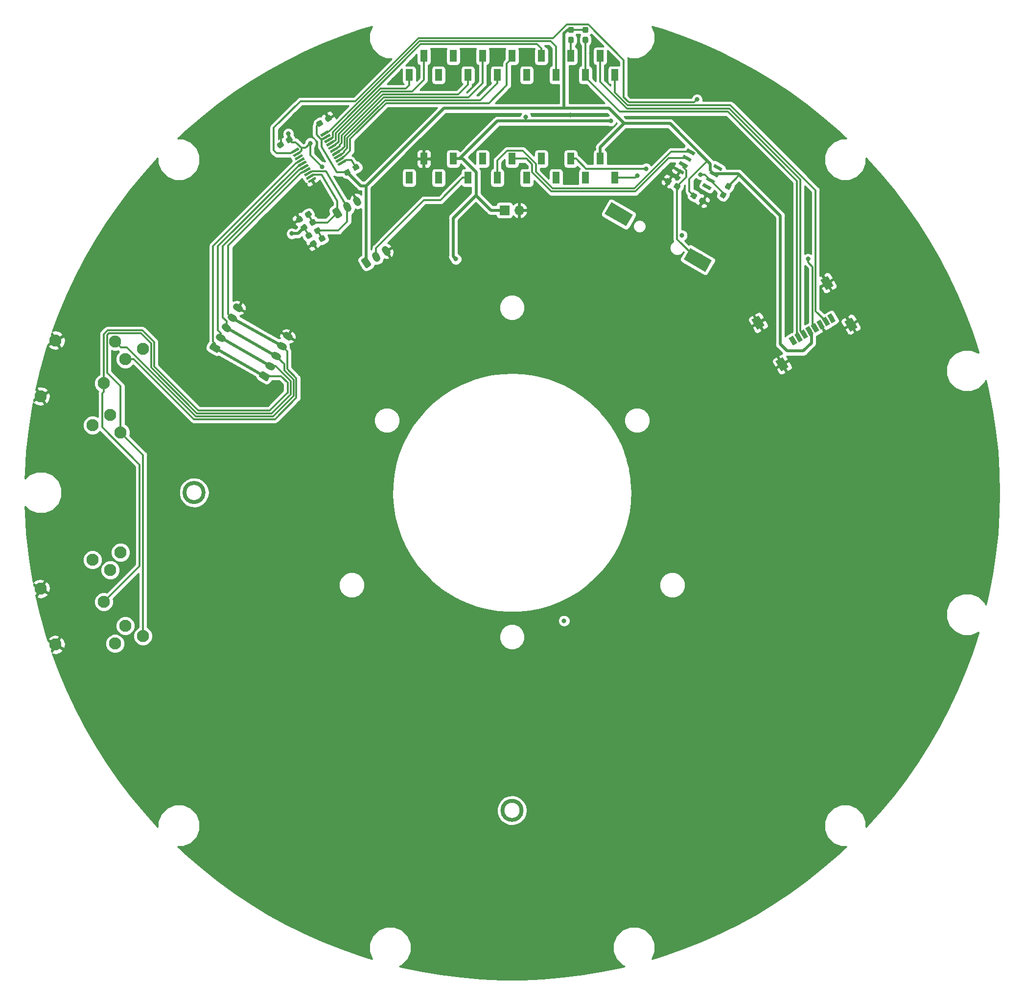
<source format=gbr>
G04 #@! TF.GenerationSoftware,KiCad,Pcbnew,(5.0.1-3-g963ef8bb5)*
G04 #@! TF.CreationDate,2019-09-11T13:55:26+02:00*
G04 #@! TF.ProjectId,crecol_v30,637265636F6C5F7633302E6B69636164,rev?*
G04 #@! TF.SameCoordinates,Original*
G04 #@! TF.FileFunction,Copper,L2,Bot,Signal*
G04 #@! TF.FilePolarity,Positive*
%FSLAX46Y46*%
G04 Gerber Fmt 4.6, Leading zero omitted, Abs format (unit mm)*
G04 Created by KiCad (PCBNEW (5.0.1-3-g963ef8bb5)) date 2019 September 11, Wednesday 13:55:26*
%MOMM*%
%LPD*%
G01*
G04 APERTURE LIST*
G04 #@! TA.AperFunction,EtchedComponent*
%ADD10C,0.381000*%
G04 #@! TD*
G04 #@! TA.AperFunction,ComponentPad*
%ADD11O,1.700000X1.700000*%
G04 #@! TD*
G04 #@! TA.AperFunction,ComponentPad*
%ADD12R,1.700000X1.700000*%
G04 #@! TD*
G04 #@! TA.AperFunction,SMDPad,CuDef*
%ADD13C,0.450000*%
G04 #@! TD*
G04 #@! TA.AperFunction,Conductor*
%ADD14C,0.100000*%
G04 #@! TD*
G04 #@! TA.AperFunction,SMDPad,CuDef*
%ADD15C,0.950000*%
G04 #@! TD*
G04 #@! TA.AperFunction,SMDPad,CuDef*
%ADD16C,1.450000*%
G04 #@! TD*
G04 #@! TA.AperFunction,SMDPad,CuDef*
%ADD17C,0.800000*%
G04 #@! TD*
G04 #@! TA.AperFunction,SMDPad,CuDef*
%ADD18C,2.300000*%
G04 #@! TD*
G04 #@! TA.AperFunction,ComponentPad*
%ADD19C,1.200000*%
G04 #@! TD*
G04 #@! TA.AperFunction,Conductor*
%ADD20C,1.200000*%
G04 #@! TD*
G04 #@! TA.AperFunction,SMDPad,CuDef*
%ADD21R,1.200000X2.000000*%
G04 #@! TD*
G04 #@! TA.AperFunction,SMDPad,CuDef*
%ADD22C,0.600000*%
G04 #@! TD*
G04 #@! TA.AperFunction,ComponentPad*
%ADD23C,2.100000*%
G04 #@! TD*
G04 #@! TA.AperFunction,ViaPad*
%ADD24C,0.800000*%
G04 #@! TD*
G04 #@! TA.AperFunction,Conductor*
%ADD25C,0.300000*%
G04 #@! TD*
G04 #@! TA.AperFunction,Conductor*
%ADD26C,0.500000*%
G04 #@! TD*
G04 #@! TA.AperFunction,Conductor*
%ADD27C,0.254000*%
G04 #@! TD*
G04 APERTURE END LIST*
D10*
G04 #@! TO.C,REF\002A\002A*
X46790700Y-100000000D02*
G75*
G03X46790700Y-100000000I-1790700J0D01*
G01*
X46529080Y-100000000D02*
G75*
G03X46529080Y-100000000I-1529080J0D01*
G01*
X101790700Y-155000000D02*
G75*
G03X101790700Y-155000000I-1790700J0D01*
G01*
X101529080Y-155000000D02*
G75*
G03X101529080Y-155000000I-1529080J0D01*
G01*
G04 #@! TD*
D11*
G04 #@! TO.P,J33,2*
G04 #@! TO.N,GND*
X101240000Y-51150000D03*
D12*
G04 #@! TO.P,J33,1*
G04 #@! TO.N,+5V*
X98700000Y-51150000D03*
G04 #@! TD*
D13*
G04 #@! TO.P,U40,1*
G04 #@! TO.N,L_DO_3V*
X67592275Y-37891876D03*
D14*
G04 #@! TD*
G04 #@! TO.N,L_DO_3V*
G04 #@! TO.C,U40*
G36*
X68107643Y-37334520D02*
X68332643Y-37724232D01*
X67076907Y-38449232D01*
X66851907Y-38059520D01*
X68107643Y-37334520D01*
X68107643Y-37334520D01*
G37*
D13*
G04 #@! TO.P,U40,2*
G04 #@! TO.N,+3V3*
X67917275Y-38454792D03*
D14*
G04 #@! TD*
G04 #@! TO.N,+3V3*
G04 #@! TO.C,U40*
G36*
X68432643Y-37897436D02*
X68657643Y-38287148D01*
X67401907Y-39012148D01*
X67176907Y-38622436D01*
X68432643Y-37897436D01*
X68432643Y-37897436D01*
G37*
D13*
G04 #@! TO.P,U40,3*
G04 #@! TO.N,L_CLK_3V*
X68242275Y-39017709D03*
D14*
G04 #@! TD*
G04 #@! TO.N,L_CLK_3V*
G04 #@! TO.C,U40*
G36*
X68757643Y-38460353D02*
X68982643Y-38850065D01*
X67726907Y-39575065D01*
X67501907Y-39185353D01*
X68757643Y-38460353D01*
X68757643Y-38460353D01*
G37*
D13*
G04 #@! TO.P,U40,4*
G04 #@! TO.N,T_RXD_3V*
X68567275Y-39580625D03*
D14*
G04 #@! TD*
G04 #@! TO.N,T_RXD_3V*
G04 #@! TO.C,U40*
G36*
X69082643Y-39023269D02*
X69307643Y-39412981D01*
X68051907Y-40137981D01*
X67826907Y-39748269D01*
X69082643Y-39023269D01*
X69082643Y-39023269D01*
G37*
D13*
G04 #@! TO.P,U40,5*
G04 #@! TO.N,T_TXD_3V*
X68892275Y-40143542D03*
D14*
G04 #@! TD*
G04 #@! TO.N,T_TXD_3V*
G04 #@! TO.C,U40*
G36*
X69407643Y-39586186D02*
X69632643Y-39975898D01*
X68376907Y-40700898D01*
X68151907Y-40311186D01*
X69407643Y-39586186D01*
X69407643Y-39586186D01*
G37*
D13*
G04 #@! TO.P,U40,6*
G04 #@! TO.N,T_HS1(UP)_3V*
X69217275Y-40706458D03*
D14*
G04 #@! TD*
G04 #@! TO.N,T_HS1(UP)_3V*
G04 #@! TO.C,U40*
G36*
X69732643Y-40149102D02*
X69957643Y-40538814D01*
X68701907Y-41263814D01*
X68476907Y-40874102D01*
X69732643Y-40149102D01*
X69732643Y-40149102D01*
G37*
D13*
G04 #@! TO.P,U40,7*
G04 #@! TO.N,T_HS2(DN)_3V*
X69542275Y-41269375D03*
D14*
G04 #@! TD*
G04 #@! TO.N,T_HS2(DN)_3V*
G04 #@! TO.C,U40*
G36*
X70057643Y-40712019D02*
X70282643Y-41101731D01*
X69026907Y-41826731D01*
X68801907Y-41437019D01*
X70057643Y-40712019D01*
X70057643Y-40712019D01*
G37*
D13*
G04 #@! TO.P,U40,8*
G04 #@! TO.N,K_B_3V*
X69867275Y-41832291D03*
D14*
G04 #@! TD*
G04 #@! TO.N,K_B_3V*
G04 #@! TO.C,U40*
G36*
X70382643Y-41274935D02*
X70607643Y-41664647D01*
X69351907Y-42389647D01*
X69126907Y-41999935D01*
X70382643Y-41274935D01*
X70382643Y-41274935D01*
G37*
D13*
G04 #@! TO.P,U40,9*
G04 #@! TO.N,K_A_3V*
X70192275Y-42395208D03*
D14*
G04 #@! TD*
G04 #@! TO.N,K_A_3V*
G04 #@! TO.C,U40*
G36*
X70707643Y-41837852D02*
X70932643Y-42227564D01*
X69676907Y-42952564D01*
X69451907Y-42562852D01*
X70707643Y-41837852D01*
X70707643Y-41837852D01*
G37*
D13*
G04 #@! TO.P,U40,10*
G04 #@! TO.N,Net-(R10-Pad2)*
X70517275Y-42958124D03*
D14*
G04 #@! TD*
G04 #@! TO.N,Net-(R10-Pad2)*
G04 #@! TO.C,U40*
G36*
X71032643Y-42400768D02*
X71257643Y-42790480D01*
X70001907Y-43515480D01*
X69776907Y-43125768D01*
X71032643Y-42400768D01*
X71032643Y-42400768D01*
G37*
D13*
G04 #@! TO.P,U40,11*
G04 #@! TO.N,GND*
X65407725Y-45908124D03*
D14*
G04 #@! TD*
G04 #@! TO.N,GND*
G04 #@! TO.C,U40*
G36*
X65923093Y-45350768D02*
X66148093Y-45740480D01*
X64892357Y-46465480D01*
X64667357Y-46075768D01*
X65923093Y-45350768D01*
X65923093Y-45350768D01*
G37*
D13*
G04 #@! TO.P,U40,12*
G04 #@! TO.N,K_A_5V*
X65082725Y-45345208D03*
D14*
G04 #@! TD*
G04 #@! TO.N,K_A_5V*
G04 #@! TO.C,U40*
G36*
X65598093Y-44787852D02*
X65823093Y-45177564D01*
X64567357Y-45902564D01*
X64342357Y-45512852D01*
X65598093Y-44787852D01*
X65598093Y-44787852D01*
G37*
D13*
G04 #@! TO.P,U40,13*
G04 #@! TO.N,K_B_5V*
X64757725Y-44782291D03*
D14*
G04 #@! TD*
G04 #@! TO.N,K_B_5V*
G04 #@! TO.C,U40*
G36*
X65273093Y-44224935D02*
X65498093Y-44614647D01*
X64242357Y-45339647D01*
X64017357Y-44949935D01*
X65273093Y-44224935D01*
X65273093Y-44224935D01*
G37*
D13*
G04 #@! TO.P,U40,14*
G04 #@! TO.N,T_HS2(DN)_5V*
X64432725Y-44219375D03*
D14*
G04 #@! TD*
G04 #@! TO.N,T_HS2(DN)_5V*
G04 #@! TO.C,U40*
G36*
X64948093Y-43662019D02*
X65173093Y-44051731D01*
X63917357Y-44776731D01*
X63692357Y-44387019D01*
X64948093Y-43662019D01*
X64948093Y-43662019D01*
G37*
D13*
G04 #@! TO.P,U40,15*
G04 #@! TO.N,T_HS1(UP)_5V*
X64107725Y-43656458D03*
D14*
G04 #@! TD*
G04 #@! TO.N,T_HS1(UP)_5V*
G04 #@! TO.C,U40*
G36*
X64623093Y-43099102D02*
X64848093Y-43488814D01*
X63592357Y-44213814D01*
X63367357Y-43824102D01*
X64623093Y-43099102D01*
X64623093Y-43099102D01*
G37*
D13*
G04 #@! TO.P,U40,16*
G04 #@! TO.N,T_TXD_5V*
X63782725Y-43093542D03*
D14*
G04 #@! TD*
G04 #@! TO.N,T_TXD_5V*
G04 #@! TO.C,U40*
G36*
X64298093Y-42536186D02*
X64523093Y-42925898D01*
X63267357Y-43650898D01*
X63042357Y-43261186D01*
X64298093Y-42536186D01*
X64298093Y-42536186D01*
G37*
D13*
G04 #@! TO.P,U40,17*
G04 #@! TO.N,T_RXD_5V*
X63457725Y-42530625D03*
D14*
G04 #@! TD*
G04 #@! TO.N,T_RXD_5V*
G04 #@! TO.C,U40*
G36*
X63973093Y-41973269D02*
X64198093Y-42362981D01*
X62942357Y-43087981D01*
X62717357Y-42698269D01*
X63973093Y-41973269D01*
X63973093Y-41973269D01*
G37*
D13*
G04 #@! TO.P,U40,18*
G04 #@! TO.N,L_CLK_5V*
X63132725Y-41967709D03*
D14*
G04 #@! TD*
G04 #@! TO.N,L_CLK_5V*
G04 #@! TO.C,U40*
G36*
X63648093Y-41410353D02*
X63873093Y-41800065D01*
X62617357Y-42525065D01*
X62392357Y-42135353D01*
X63648093Y-41410353D01*
X63648093Y-41410353D01*
G37*
D13*
G04 #@! TO.P,U40,19*
G04 #@! TO.N,+5V*
X62807725Y-41404792D03*
D14*
G04 #@! TD*
G04 #@! TO.N,+5V*
G04 #@! TO.C,U40*
G36*
X63323093Y-40847436D02*
X63548093Y-41237148D01*
X62292357Y-41962148D01*
X62067357Y-41572436D01*
X63323093Y-40847436D01*
X63323093Y-40847436D01*
G37*
D13*
G04 #@! TO.P,U40,20*
G04 #@! TO.N,L_DO_5V*
X62482725Y-40841876D03*
D14*
G04 #@! TD*
G04 #@! TO.N,L_DO_5V*
G04 #@! TO.C,U40*
G36*
X62998093Y-40284520D02*
X63223093Y-40674232D01*
X61967357Y-41399232D01*
X61742357Y-41009520D01*
X62998093Y-40284520D01*
X62998093Y-40284520D01*
G37*
G04 #@! TO.N,GND*
G04 #@! TO.C,C31*
G36*
X65787993Y-56351077D02*
X65811148Y-56353741D01*
X65833929Y-56358662D01*
X65856119Y-56365791D01*
X65877503Y-56375062D01*
X65897876Y-56386383D01*
X65917041Y-56399648D01*
X65934813Y-56414726D01*
X65951022Y-56431474D01*
X65965511Y-56449730D01*
X65978141Y-56469319D01*
X66215641Y-56880681D01*
X66226290Y-56901413D01*
X66234856Y-56923089D01*
X66241256Y-56945500D01*
X66245428Y-56968431D01*
X66247333Y-56991660D01*
X66246951Y-57014964D01*
X66244288Y-57038119D01*
X66239367Y-57060901D01*
X66232238Y-57083090D01*
X66222967Y-57104475D01*
X66211646Y-57124847D01*
X66198381Y-57144012D01*
X66183303Y-57161784D01*
X66166555Y-57177993D01*
X66148298Y-57192482D01*
X66128710Y-57205112D01*
X65630746Y-57492612D01*
X65610014Y-57503261D01*
X65588338Y-57511827D01*
X65565927Y-57518227D01*
X65542996Y-57522399D01*
X65519767Y-57524304D01*
X65496463Y-57523923D01*
X65473308Y-57521259D01*
X65450527Y-57516338D01*
X65428337Y-57509209D01*
X65406953Y-57499938D01*
X65386580Y-57488617D01*
X65367415Y-57475352D01*
X65349643Y-57460274D01*
X65333434Y-57443526D01*
X65318945Y-57425270D01*
X65306315Y-57405681D01*
X65068815Y-56994319D01*
X65058166Y-56973587D01*
X65049600Y-56951911D01*
X65043200Y-56929500D01*
X65039028Y-56906569D01*
X65037123Y-56883340D01*
X65037505Y-56860036D01*
X65040168Y-56836881D01*
X65045089Y-56814099D01*
X65052218Y-56791910D01*
X65061489Y-56770525D01*
X65072810Y-56750153D01*
X65086075Y-56730988D01*
X65101153Y-56713216D01*
X65117901Y-56697007D01*
X65136158Y-56682518D01*
X65155746Y-56669888D01*
X65653710Y-56382388D01*
X65674442Y-56371739D01*
X65696118Y-56363173D01*
X65718529Y-56356773D01*
X65741460Y-56352601D01*
X65764689Y-56350696D01*
X65787993Y-56351077D01*
X65787993Y-56351077D01*
G37*
D15*
G04 #@! TD*
G04 #@! TO.P,C31,2*
G04 #@! TO.N,GND*
X65642228Y-56937500D03*
D14*
G04 #@! TO.N,K_B_5V*
G04 #@! TO.C,C31*
G36*
X67303537Y-55476077D02*
X67326692Y-55478741D01*
X67349473Y-55483662D01*
X67371663Y-55490791D01*
X67393047Y-55500062D01*
X67413420Y-55511383D01*
X67432585Y-55524648D01*
X67450357Y-55539726D01*
X67466566Y-55556474D01*
X67481055Y-55574730D01*
X67493685Y-55594319D01*
X67731185Y-56005681D01*
X67741834Y-56026413D01*
X67750400Y-56048089D01*
X67756800Y-56070500D01*
X67760972Y-56093431D01*
X67762877Y-56116660D01*
X67762495Y-56139964D01*
X67759832Y-56163119D01*
X67754911Y-56185901D01*
X67747782Y-56208090D01*
X67738511Y-56229475D01*
X67727190Y-56249847D01*
X67713925Y-56269012D01*
X67698847Y-56286784D01*
X67682099Y-56302993D01*
X67663842Y-56317482D01*
X67644254Y-56330112D01*
X67146290Y-56617612D01*
X67125558Y-56628261D01*
X67103882Y-56636827D01*
X67081471Y-56643227D01*
X67058540Y-56647399D01*
X67035311Y-56649304D01*
X67012007Y-56648923D01*
X66988852Y-56646259D01*
X66966071Y-56641338D01*
X66943881Y-56634209D01*
X66922497Y-56624938D01*
X66902124Y-56613617D01*
X66882959Y-56600352D01*
X66865187Y-56585274D01*
X66848978Y-56568526D01*
X66834489Y-56550270D01*
X66821859Y-56530681D01*
X66584359Y-56119319D01*
X66573710Y-56098587D01*
X66565144Y-56076911D01*
X66558744Y-56054500D01*
X66554572Y-56031569D01*
X66552667Y-56008340D01*
X66553049Y-55985036D01*
X66555712Y-55961881D01*
X66560633Y-55939099D01*
X66567762Y-55916910D01*
X66577033Y-55895525D01*
X66588354Y-55875153D01*
X66601619Y-55855988D01*
X66616697Y-55838216D01*
X66633445Y-55822007D01*
X66651702Y-55807518D01*
X66671290Y-55794888D01*
X67169254Y-55507388D01*
X67189986Y-55496739D01*
X67211662Y-55488173D01*
X67234073Y-55481773D01*
X67257004Y-55477601D01*
X67280233Y-55475696D01*
X67303537Y-55476077D01*
X67303537Y-55476077D01*
G37*
D15*
G04 #@! TD*
G04 #@! TO.P,C31,1*
G04 #@! TO.N,K_B_5V*
X67157772Y-56062500D03*
D14*
G04 #@! TO.N,K_A_5V*
G04 #@! TO.C,C30*
G36*
X64903537Y-51276077D02*
X64926692Y-51278741D01*
X64949473Y-51283662D01*
X64971663Y-51290791D01*
X64993047Y-51300062D01*
X65013420Y-51311383D01*
X65032585Y-51324648D01*
X65050357Y-51339726D01*
X65066566Y-51356474D01*
X65081055Y-51374730D01*
X65093685Y-51394319D01*
X65331185Y-51805681D01*
X65341834Y-51826413D01*
X65350400Y-51848089D01*
X65356800Y-51870500D01*
X65360972Y-51893431D01*
X65362877Y-51916660D01*
X65362495Y-51939964D01*
X65359832Y-51963119D01*
X65354911Y-51985901D01*
X65347782Y-52008090D01*
X65338511Y-52029475D01*
X65327190Y-52049847D01*
X65313925Y-52069012D01*
X65298847Y-52086784D01*
X65282099Y-52102993D01*
X65263842Y-52117482D01*
X65244254Y-52130112D01*
X64746290Y-52417612D01*
X64725558Y-52428261D01*
X64703882Y-52436827D01*
X64681471Y-52443227D01*
X64658540Y-52447399D01*
X64635311Y-52449304D01*
X64612007Y-52448923D01*
X64588852Y-52446259D01*
X64566071Y-52441338D01*
X64543881Y-52434209D01*
X64522497Y-52424938D01*
X64502124Y-52413617D01*
X64482959Y-52400352D01*
X64465187Y-52385274D01*
X64448978Y-52368526D01*
X64434489Y-52350270D01*
X64421859Y-52330681D01*
X64184359Y-51919319D01*
X64173710Y-51898587D01*
X64165144Y-51876911D01*
X64158744Y-51854500D01*
X64154572Y-51831569D01*
X64152667Y-51808340D01*
X64153049Y-51785036D01*
X64155712Y-51761881D01*
X64160633Y-51739099D01*
X64167762Y-51716910D01*
X64177033Y-51695525D01*
X64188354Y-51675153D01*
X64201619Y-51655988D01*
X64216697Y-51638216D01*
X64233445Y-51622007D01*
X64251702Y-51607518D01*
X64271290Y-51594888D01*
X64769254Y-51307388D01*
X64789986Y-51296739D01*
X64811662Y-51288173D01*
X64834073Y-51281773D01*
X64857004Y-51277601D01*
X64880233Y-51275696D01*
X64903537Y-51276077D01*
X64903537Y-51276077D01*
G37*
D15*
G04 #@! TD*
G04 #@! TO.P,C30,1*
G04 #@! TO.N,K_A_5V*
X64757772Y-51862500D03*
D14*
G04 #@! TO.N,GND*
G04 #@! TO.C,C30*
G36*
X63387993Y-52151077D02*
X63411148Y-52153741D01*
X63433929Y-52158662D01*
X63456119Y-52165791D01*
X63477503Y-52175062D01*
X63497876Y-52186383D01*
X63517041Y-52199648D01*
X63534813Y-52214726D01*
X63551022Y-52231474D01*
X63565511Y-52249730D01*
X63578141Y-52269319D01*
X63815641Y-52680681D01*
X63826290Y-52701413D01*
X63834856Y-52723089D01*
X63841256Y-52745500D01*
X63845428Y-52768431D01*
X63847333Y-52791660D01*
X63846951Y-52814964D01*
X63844288Y-52838119D01*
X63839367Y-52860901D01*
X63832238Y-52883090D01*
X63822967Y-52904475D01*
X63811646Y-52924847D01*
X63798381Y-52944012D01*
X63783303Y-52961784D01*
X63766555Y-52977993D01*
X63748298Y-52992482D01*
X63728710Y-53005112D01*
X63230746Y-53292612D01*
X63210014Y-53303261D01*
X63188338Y-53311827D01*
X63165927Y-53318227D01*
X63142996Y-53322399D01*
X63119767Y-53324304D01*
X63096463Y-53323923D01*
X63073308Y-53321259D01*
X63050527Y-53316338D01*
X63028337Y-53309209D01*
X63006953Y-53299938D01*
X62986580Y-53288617D01*
X62967415Y-53275352D01*
X62949643Y-53260274D01*
X62933434Y-53243526D01*
X62918945Y-53225270D01*
X62906315Y-53205681D01*
X62668815Y-52794319D01*
X62658166Y-52773587D01*
X62649600Y-52751911D01*
X62643200Y-52729500D01*
X62639028Y-52706569D01*
X62637123Y-52683340D01*
X62637505Y-52660036D01*
X62640168Y-52636881D01*
X62645089Y-52614099D01*
X62652218Y-52591910D01*
X62661489Y-52570525D01*
X62672810Y-52550153D01*
X62686075Y-52530988D01*
X62701153Y-52513216D01*
X62717901Y-52497007D01*
X62736158Y-52482518D01*
X62755746Y-52469888D01*
X63253710Y-52182388D01*
X63274442Y-52171739D01*
X63296118Y-52163173D01*
X63318529Y-52156773D01*
X63341460Y-52152601D01*
X63364689Y-52150696D01*
X63387993Y-52151077D01*
X63387993Y-52151077D01*
G37*
D15*
G04 #@! TD*
G04 #@! TO.P,C30,2*
G04 #@! TO.N,GND*
X63242228Y-52737500D03*
D14*
G04 #@! TO.N,K_A_5V*
G04 #@! TO.C,R32*
G36*
X65703537Y-52676077D02*
X65726692Y-52678741D01*
X65749473Y-52683662D01*
X65771663Y-52690791D01*
X65793047Y-52700062D01*
X65813420Y-52711383D01*
X65832585Y-52724648D01*
X65850357Y-52739726D01*
X65866566Y-52756474D01*
X65881055Y-52774730D01*
X65893685Y-52794319D01*
X66131185Y-53205681D01*
X66141834Y-53226413D01*
X66150400Y-53248089D01*
X66156800Y-53270500D01*
X66160972Y-53293431D01*
X66162877Y-53316660D01*
X66162495Y-53339964D01*
X66159832Y-53363119D01*
X66154911Y-53385901D01*
X66147782Y-53408090D01*
X66138511Y-53429475D01*
X66127190Y-53449847D01*
X66113925Y-53469012D01*
X66098847Y-53486784D01*
X66082099Y-53502993D01*
X66063842Y-53517482D01*
X66044254Y-53530112D01*
X65546290Y-53817612D01*
X65525558Y-53828261D01*
X65503882Y-53836827D01*
X65481471Y-53843227D01*
X65458540Y-53847399D01*
X65435311Y-53849304D01*
X65412007Y-53848923D01*
X65388852Y-53846259D01*
X65366071Y-53841338D01*
X65343881Y-53834209D01*
X65322497Y-53824938D01*
X65302124Y-53813617D01*
X65282959Y-53800352D01*
X65265187Y-53785274D01*
X65248978Y-53768526D01*
X65234489Y-53750270D01*
X65221859Y-53730681D01*
X64984359Y-53319319D01*
X64973710Y-53298587D01*
X64965144Y-53276911D01*
X64958744Y-53254500D01*
X64954572Y-53231569D01*
X64952667Y-53208340D01*
X64953049Y-53185036D01*
X64955712Y-53161881D01*
X64960633Y-53139099D01*
X64967762Y-53116910D01*
X64977033Y-53095525D01*
X64988354Y-53075153D01*
X65001619Y-53055988D01*
X65016697Y-53038216D01*
X65033445Y-53022007D01*
X65051702Y-53007518D01*
X65071290Y-52994888D01*
X65569254Y-52707388D01*
X65589986Y-52696739D01*
X65611662Y-52688173D01*
X65634073Y-52681773D01*
X65657004Y-52677601D01*
X65680233Y-52675696D01*
X65703537Y-52676077D01*
X65703537Y-52676077D01*
G37*
D15*
G04 #@! TD*
G04 #@! TO.P,R32,2*
G04 #@! TO.N,K_A_5V*
X65557772Y-53262500D03*
D14*
G04 #@! TO.N,+5V*
G04 #@! TO.C,R32*
G36*
X64187993Y-53551077D02*
X64211148Y-53553741D01*
X64233929Y-53558662D01*
X64256119Y-53565791D01*
X64277503Y-53575062D01*
X64297876Y-53586383D01*
X64317041Y-53599648D01*
X64334813Y-53614726D01*
X64351022Y-53631474D01*
X64365511Y-53649730D01*
X64378141Y-53669319D01*
X64615641Y-54080681D01*
X64626290Y-54101413D01*
X64634856Y-54123089D01*
X64641256Y-54145500D01*
X64645428Y-54168431D01*
X64647333Y-54191660D01*
X64646951Y-54214964D01*
X64644288Y-54238119D01*
X64639367Y-54260901D01*
X64632238Y-54283090D01*
X64622967Y-54304475D01*
X64611646Y-54324847D01*
X64598381Y-54344012D01*
X64583303Y-54361784D01*
X64566555Y-54377993D01*
X64548298Y-54392482D01*
X64528710Y-54405112D01*
X64030746Y-54692612D01*
X64010014Y-54703261D01*
X63988338Y-54711827D01*
X63965927Y-54718227D01*
X63942996Y-54722399D01*
X63919767Y-54724304D01*
X63896463Y-54723923D01*
X63873308Y-54721259D01*
X63850527Y-54716338D01*
X63828337Y-54709209D01*
X63806953Y-54699938D01*
X63786580Y-54688617D01*
X63767415Y-54675352D01*
X63749643Y-54660274D01*
X63733434Y-54643526D01*
X63718945Y-54625270D01*
X63706315Y-54605681D01*
X63468815Y-54194319D01*
X63458166Y-54173587D01*
X63449600Y-54151911D01*
X63443200Y-54129500D01*
X63439028Y-54106569D01*
X63437123Y-54083340D01*
X63437505Y-54060036D01*
X63440168Y-54036881D01*
X63445089Y-54014099D01*
X63452218Y-53991910D01*
X63461489Y-53970525D01*
X63472810Y-53950153D01*
X63486075Y-53930988D01*
X63501153Y-53913216D01*
X63517901Y-53897007D01*
X63536158Y-53882518D01*
X63555746Y-53869888D01*
X64053710Y-53582388D01*
X64074442Y-53571739D01*
X64096118Y-53563173D01*
X64118529Y-53556773D01*
X64141460Y-53552601D01*
X64164689Y-53550696D01*
X64187993Y-53551077D01*
X64187993Y-53551077D01*
G37*
D15*
G04 #@! TD*
G04 #@! TO.P,R32,1*
G04 #@! TO.N,+5V*
X64042228Y-54137500D03*
D14*
G04 #@! TO.N,+5V*
G04 #@! TO.C,R33*
G36*
X64987993Y-54951077D02*
X65011148Y-54953741D01*
X65033929Y-54958662D01*
X65056119Y-54965791D01*
X65077503Y-54975062D01*
X65097876Y-54986383D01*
X65117041Y-54999648D01*
X65134813Y-55014726D01*
X65151022Y-55031474D01*
X65165511Y-55049730D01*
X65178141Y-55069319D01*
X65415641Y-55480681D01*
X65426290Y-55501413D01*
X65434856Y-55523089D01*
X65441256Y-55545500D01*
X65445428Y-55568431D01*
X65447333Y-55591660D01*
X65446951Y-55614964D01*
X65444288Y-55638119D01*
X65439367Y-55660901D01*
X65432238Y-55683090D01*
X65422967Y-55704475D01*
X65411646Y-55724847D01*
X65398381Y-55744012D01*
X65383303Y-55761784D01*
X65366555Y-55777993D01*
X65348298Y-55792482D01*
X65328710Y-55805112D01*
X64830746Y-56092612D01*
X64810014Y-56103261D01*
X64788338Y-56111827D01*
X64765927Y-56118227D01*
X64742996Y-56122399D01*
X64719767Y-56124304D01*
X64696463Y-56123923D01*
X64673308Y-56121259D01*
X64650527Y-56116338D01*
X64628337Y-56109209D01*
X64606953Y-56099938D01*
X64586580Y-56088617D01*
X64567415Y-56075352D01*
X64549643Y-56060274D01*
X64533434Y-56043526D01*
X64518945Y-56025270D01*
X64506315Y-56005681D01*
X64268815Y-55594319D01*
X64258166Y-55573587D01*
X64249600Y-55551911D01*
X64243200Y-55529500D01*
X64239028Y-55506569D01*
X64237123Y-55483340D01*
X64237505Y-55460036D01*
X64240168Y-55436881D01*
X64245089Y-55414099D01*
X64252218Y-55391910D01*
X64261489Y-55370525D01*
X64272810Y-55350153D01*
X64286075Y-55330988D01*
X64301153Y-55313216D01*
X64317901Y-55297007D01*
X64336158Y-55282518D01*
X64355746Y-55269888D01*
X64853710Y-54982388D01*
X64874442Y-54971739D01*
X64896118Y-54963173D01*
X64918529Y-54956773D01*
X64941460Y-54952601D01*
X64964689Y-54950696D01*
X64987993Y-54951077D01*
X64987993Y-54951077D01*
G37*
D15*
G04 #@! TD*
G04 #@! TO.P,R33,1*
G04 #@! TO.N,+5V*
X64842228Y-55537500D03*
D14*
G04 #@! TO.N,K_B_5V*
G04 #@! TO.C,R33*
G36*
X66503537Y-54076077D02*
X66526692Y-54078741D01*
X66549473Y-54083662D01*
X66571663Y-54090791D01*
X66593047Y-54100062D01*
X66613420Y-54111383D01*
X66632585Y-54124648D01*
X66650357Y-54139726D01*
X66666566Y-54156474D01*
X66681055Y-54174730D01*
X66693685Y-54194319D01*
X66931185Y-54605681D01*
X66941834Y-54626413D01*
X66950400Y-54648089D01*
X66956800Y-54670500D01*
X66960972Y-54693431D01*
X66962877Y-54716660D01*
X66962495Y-54739964D01*
X66959832Y-54763119D01*
X66954911Y-54785901D01*
X66947782Y-54808090D01*
X66938511Y-54829475D01*
X66927190Y-54849847D01*
X66913925Y-54869012D01*
X66898847Y-54886784D01*
X66882099Y-54902993D01*
X66863842Y-54917482D01*
X66844254Y-54930112D01*
X66346290Y-55217612D01*
X66325558Y-55228261D01*
X66303882Y-55236827D01*
X66281471Y-55243227D01*
X66258540Y-55247399D01*
X66235311Y-55249304D01*
X66212007Y-55248923D01*
X66188852Y-55246259D01*
X66166071Y-55241338D01*
X66143881Y-55234209D01*
X66122497Y-55224938D01*
X66102124Y-55213617D01*
X66082959Y-55200352D01*
X66065187Y-55185274D01*
X66048978Y-55168526D01*
X66034489Y-55150270D01*
X66021859Y-55130681D01*
X65784359Y-54719319D01*
X65773710Y-54698587D01*
X65765144Y-54676911D01*
X65758744Y-54654500D01*
X65754572Y-54631569D01*
X65752667Y-54608340D01*
X65753049Y-54585036D01*
X65755712Y-54561881D01*
X65760633Y-54539099D01*
X65767762Y-54516910D01*
X65777033Y-54495525D01*
X65788354Y-54475153D01*
X65801619Y-54455988D01*
X65816697Y-54438216D01*
X65833445Y-54422007D01*
X65851702Y-54407518D01*
X65871290Y-54394888D01*
X66369254Y-54107388D01*
X66389986Y-54096739D01*
X66411662Y-54088173D01*
X66434073Y-54081773D01*
X66457004Y-54077601D01*
X66480233Y-54075696D01*
X66503537Y-54076077D01*
X66503537Y-54076077D01*
G37*
D15*
G04 #@! TD*
G04 #@! TO.P,R33,2*
G04 #@! TO.N,K_B_5V*
X66357772Y-54662500D03*
D14*
G04 #@! TO.N,+3V3*
G04 #@! TO.C,C10*
G36*
X66887993Y-35551077D02*
X66911148Y-35553741D01*
X66933929Y-35558662D01*
X66956119Y-35565791D01*
X66977503Y-35575062D01*
X66997876Y-35586383D01*
X67017041Y-35599648D01*
X67034813Y-35614726D01*
X67051022Y-35631474D01*
X67065511Y-35649730D01*
X67078141Y-35669319D01*
X67315641Y-36080681D01*
X67326290Y-36101413D01*
X67334856Y-36123089D01*
X67341256Y-36145500D01*
X67345428Y-36168431D01*
X67347333Y-36191660D01*
X67346951Y-36214964D01*
X67344288Y-36238119D01*
X67339367Y-36260901D01*
X67332238Y-36283090D01*
X67322967Y-36304475D01*
X67311646Y-36324847D01*
X67298381Y-36344012D01*
X67283303Y-36361784D01*
X67266555Y-36377993D01*
X67248298Y-36392482D01*
X67228710Y-36405112D01*
X66730746Y-36692612D01*
X66710014Y-36703261D01*
X66688338Y-36711827D01*
X66665927Y-36718227D01*
X66642996Y-36722399D01*
X66619767Y-36724304D01*
X66596463Y-36723923D01*
X66573308Y-36721259D01*
X66550527Y-36716338D01*
X66528337Y-36709209D01*
X66506953Y-36699938D01*
X66486580Y-36688617D01*
X66467415Y-36675352D01*
X66449643Y-36660274D01*
X66433434Y-36643526D01*
X66418945Y-36625270D01*
X66406315Y-36605681D01*
X66168815Y-36194319D01*
X66158166Y-36173587D01*
X66149600Y-36151911D01*
X66143200Y-36129500D01*
X66139028Y-36106569D01*
X66137123Y-36083340D01*
X66137505Y-36060036D01*
X66140168Y-36036881D01*
X66145089Y-36014099D01*
X66152218Y-35991910D01*
X66161489Y-35970525D01*
X66172810Y-35950153D01*
X66186075Y-35930988D01*
X66201153Y-35913216D01*
X66217901Y-35897007D01*
X66236158Y-35882518D01*
X66255746Y-35869888D01*
X66753710Y-35582388D01*
X66774442Y-35571739D01*
X66796118Y-35563173D01*
X66818529Y-35556773D01*
X66841460Y-35552601D01*
X66864689Y-35550696D01*
X66887993Y-35551077D01*
X66887993Y-35551077D01*
G37*
D15*
G04 #@! TD*
G04 #@! TO.P,C10,2*
G04 #@! TO.N,+3V3*
X66742228Y-36137500D03*
D14*
G04 #@! TO.N,GND*
G04 #@! TO.C,C10*
G36*
X68403537Y-34676077D02*
X68426692Y-34678741D01*
X68449473Y-34683662D01*
X68471663Y-34690791D01*
X68493047Y-34700062D01*
X68513420Y-34711383D01*
X68532585Y-34724648D01*
X68550357Y-34739726D01*
X68566566Y-34756474D01*
X68581055Y-34774730D01*
X68593685Y-34794319D01*
X68831185Y-35205681D01*
X68841834Y-35226413D01*
X68850400Y-35248089D01*
X68856800Y-35270500D01*
X68860972Y-35293431D01*
X68862877Y-35316660D01*
X68862495Y-35339964D01*
X68859832Y-35363119D01*
X68854911Y-35385901D01*
X68847782Y-35408090D01*
X68838511Y-35429475D01*
X68827190Y-35449847D01*
X68813925Y-35469012D01*
X68798847Y-35486784D01*
X68782099Y-35502993D01*
X68763842Y-35517482D01*
X68744254Y-35530112D01*
X68246290Y-35817612D01*
X68225558Y-35828261D01*
X68203882Y-35836827D01*
X68181471Y-35843227D01*
X68158540Y-35847399D01*
X68135311Y-35849304D01*
X68112007Y-35848923D01*
X68088852Y-35846259D01*
X68066071Y-35841338D01*
X68043881Y-35834209D01*
X68022497Y-35824938D01*
X68002124Y-35813617D01*
X67982959Y-35800352D01*
X67965187Y-35785274D01*
X67948978Y-35768526D01*
X67934489Y-35750270D01*
X67921859Y-35730681D01*
X67684359Y-35319319D01*
X67673710Y-35298587D01*
X67665144Y-35276911D01*
X67658744Y-35254500D01*
X67654572Y-35231569D01*
X67652667Y-35208340D01*
X67653049Y-35185036D01*
X67655712Y-35161881D01*
X67660633Y-35139099D01*
X67667762Y-35116910D01*
X67677033Y-35095525D01*
X67688354Y-35075153D01*
X67701619Y-35055988D01*
X67716697Y-35038216D01*
X67733445Y-35022007D01*
X67751702Y-35007518D01*
X67771290Y-34994888D01*
X68269254Y-34707388D01*
X68289986Y-34696739D01*
X68311662Y-34688173D01*
X68334073Y-34681773D01*
X68357004Y-34677601D01*
X68380233Y-34675696D01*
X68403537Y-34676077D01*
X68403537Y-34676077D01*
G37*
D15*
G04 #@! TD*
G04 #@! TO.P,C10,1*
G04 #@! TO.N,GND*
X68257772Y-35262500D03*
D14*
G04 #@! TO.N,+5V*
G04 #@! TO.C,C11*
G36*
X61603537Y-38376077D02*
X61626692Y-38378741D01*
X61649473Y-38383662D01*
X61671663Y-38390791D01*
X61693047Y-38400062D01*
X61713420Y-38411383D01*
X61732585Y-38424648D01*
X61750357Y-38439726D01*
X61766566Y-38456474D01*
X61781055Y-38474730D01*
X61793685Y-38494319D01*
X62031185Y-38905681D01*
X62041834Y-38926413D01*
X62050400Y-38948089D01*
X62056800Y-38970500D01*
X62060972Y-38993431D01*
X62062877Y-39016660D01*
X62062495Y-39039964D01*
X62059832Y-39063119D01*
X62054911Y-39085901D01*
X62047782Y-39108090D01*
X62038511Y-39129475D01*
X62027190Y-39149847D01*
X62013925Y-39169012D01*
X61998847Y-39186784D01*
X61982099Y-39202993D01*
X61963842Y-39217482D01*
X61944254Y-39230112D01*
X61446290Y-39517612D01*
X61425558Y-39528261D01*
X61403882Y-39536827D01*
X61381471Y-39543227D01*
X61358540Y-39547399D01*
X61335311Y-39549304D01*
X61312007Y-39548923D01*
X61288852Y-39546259D01*
X61266071Y-39541338D01*
X61243881Y-39534209D01*
X61222497Y-39524938D01*
X61202124Y-39513617D01*
X61182959Y-39500352D01*
X61165187Y-39485274D01*
X61148978Y-39468526D01*
X61134489Y-39450270D01*
X61121859Y-39430681D01*
X60884359Y-39019319D01*
X60873710Y-38998587D01*
X60865144Y-38976911D01*
X60858744Y-38954500D01*
X60854572Y-38931569D01*
X60852667Y-38908340D01*
X60853049Y-38885036D01*
X60855712Y-38861881D01*
X60860633Y-38839099D01*
X60867762Y-38816910D01*
X60877033Y-38795525D01*
X60888354Y-38775153D01*
X60901619Y-38755988D01*
X60916697Y-38738216D01*
X60933445Y-38722007D01*
X60951702Y-38707518D01*
X60971290Y-38694888D01*
X61469254Y-38407388D01*
X61489986Y-38396739D01*
X61511662Y-38388173D01*
X61534073Y-38381773D01*
X61557004Y-38377601D01*
X61580233Y-38375696D01*
X61603537Y-38376077D01*
X61603537Y-38376077D01*
G37*
D15*
G04 #@! TD*
G04 #@! TO.P,C11,1*
G04 #@! TO.N,+5V*
X61457772Y-38962500D03*
D14*
G04 #@! TO.N,GND*
G04 #@! TO.C,C11*
G36*
X60087993Y-39251077D02*
X60111148Y-39253741D01*
X60133929Y-39258662D01*
X60156119Y-39265791D01*
X60177503Y-39275062D01*
X60197876Y-39286383D01*
X60217041Y-39299648D01*
X60234813Y-39314726D01*
X60251022Y-39331474D01*
X60265511Y-39349730D01*
X60278141Y-39369319D01*
X60515641Y-39780681D01*
X60526290Y-39801413D01*
X60534856Y-39823089D01*
X60541256Y-39845500D01*
X60545428Y-39868431D01*
X60547333Y-39891660D01*
X60546951Y-39914964D01*
X60544288Y-39938119D01*
X60539367Y-39960901D01*
X60532238Y-39983090D01*
X60522967Y-40004475D01*
X60511646Y-40024847D01*
X60498381Y-40044012D01*
X60483303Y-40061784D01*
X60466555Y-40077993D01*
X60448298Y-40092482D01*
X60428710Y-40105112D01*
X59930746Y-40392612D01*
X59910014Y-40403261D01*
X59888338Y-40411827D01*
X59865927Y-40418227D01*
X59842996Y-40422399D01*
X59819767Y-40424304D01*
X59796463Y-40423923D01*
X59773308Y-40421259D01*
X59750527Y-40416338D01*
X59728337Y-40409209D01*
X59706953Y-40399938D01*
X59686580Y-40388617D01*
X59667415Y-40375352D01*
X59649643Y-40360274D01*
X59633434Y-40343526D01*
X59618945Y-40325270D01*
X59606315Y-40305681D01*
X59368815Y-39894319D01*
X59358166Y-39873587D01*
X59349600Y-39851911D01*
X59343200Y-39829500D01*
X59339028Y-39806569D01*
X59337123Y-39783340D01*
X59337505Y-39760036D01*
X59340168Y-39736881D01*
X59345089Y-39714099D01*
X59352218Y-39691910D01*
X59361489Y-39670525D01*
X59372810Y-39650153D01*
X59386075Y-39630988D01*
X59401153Y-39613216D01*
X59417901Y-39597007D01*
X59436158Y-39582518D01*
X59455746Y-39569888D01*
X59953710Y-39282388D01*
X59974442Y-39271739D01*
X59996118Y-39263173D01*
X60018529Y-39256773D01*
X60041460Y-39252601D01*
X60064689Y-39250696D01*
X60087993Y-39251077D01*
X60087993Y-39251077D01*
G37*
D15*
G04 #@! TD*
G04 #@! TO.P,C11,2*
G04 #@! TO.N,GND*
X59942228Y-39837500D03*
D14*
G04 #@! TO.N,GND*
G04 #@! TO.C,C20*
G36*
X126942996Y-45577601D02*
X126965927Y-45581773D01*
X126988338Y-45588173D01*
X127010014Y-45596739D01*
X127030746Y-45607388D01*
X127528710Y-45894888D01*
X127548299Y-45907518D01*
X127566555Y-45922007D01*
X127583303Y-45938216D01*
X127598381Y-45955988D01*
X127611646Y-45975153D01*
X127622967Y-45995526D01*
X127632238Y-46016910D01*
X127639367Y-46039100D01*
X127644288Y-46061881D01*
X127646952Y-46085036D01*
X127647333Y-46108340D01*
X127645428Y-46131569D01*
X127641256Y-46154500D01*
X127634856Y-46176911D01*
X127626290Y-46198587D01*
X127615641Y-46219319D01*
X127378141Y-46630681D01*
X127365511Y-46650269D01*
X127351022Y-46668526D01*
X127334813Y-46685274D01*
X127317041Y-46700352D01*
X127297876Y-46713617D01*
X127277504Y-46724938D01*
X127256119Y-46734209D01*
X127233930Y-46741338D01*
X127211148Y-46746259D01*
X127187993Y-46748922D01*
X127164689Y-46749304D01*
X127141460Y-46747399D01*
X127118529Y-46743227D01*
X127096118Y-46736827D01*
X127074442Y-46728261D01*
X127053710Y-46717612D01*
X126555746Y-46430112D01*
X126536157Y-46417482D01*
X126517901Y-46402993D01*
X126501153Y-46386784D01*
X126486075Y-46369012D01*
X126472810Y-46349847D01*
X126461489Y-46329474D01*
X126452218Y-46308090D01*
X126445089Y-46285900D01*
X126440168Y-46263119D01*
X126437504Y-46239964D01*
X126437123Y-46216660D01*
X126439028Y-46193431D01*
X126443200Y-46170500D01*
X126449600Y-46148089D01*
X126458166Y-46126413D01*
X126468815Y-46105681D01*
X126706315Y-45694319D01*
X126718945Y-45674731D01*
X126733434Y-45656474D01*
X126749643Y-45639726D01*
X126767415Y-45624648D01*
X126786580Y-45611383D01*
X126806952Y-45600062D01*
X126828337Y-45590791D01*
X126850526Y-45583662D01*
X126873308Y-45578741D01*
X126896463Y-45576078D01*
X126919767Y-45575696D01*
X126942996Y-45577601D01*
X126942996Y-45577601D01*
G37*
D15*
G04 #@! TD*
G04 #@! TO.P,C20,1*
G04 #@! TO.N,GND*
X127042228Y-46162500D03*
D14*
G04 #@! TO.N,Net-(C20-Pad2)*
G04 #@! TO.C,C20*
G36*
X128458540Y-46452601D02*
X128481471Y-46456773D01*
X128503882Y-46463173D01*
X128525558Y-46471739D01*
X128546290Y-46482388D01*
X129044254Y-46769888D01*
X129063843Y-46782518D01*
X129082099Y-46797007D01*
X129098847Y-46813216D01*
X129113925Y-46830988D01*
X129127190Y-46850153D01*
X129138511Y-46870526D01*
X129147782Y-46891910D01*
X129154911Y-46914100D01*
X129159832Y-46936881D01*
X129162496Y-46960036D01*
X129162877Y-46983340D01*
X129160972Y-47006569D01*
X129156800Y-47029500D01*
X129150400Y-47051911D01*
X129141834Y-47073587D01*
X129131185Y-47094319D01*
X128893685Y-47505681D01*
X128881055Y-47525269D01*
X128866566Y-47543526D01*
X128850357Y-47560274D01*
X128832585Y-47575352D01*
X128813420Y-47588617D01*
X128793048Y-47599938D01*
X128771663Y-47609209D01*
X128749474Y-47616338D01*
X128726692Y-47621259D01*
X128703537Y-47623922D01*
X128680233Y-47624304D01*
X128657004Y-47622399D01*
X128634073Y-47618227D01*
X128611662Y-47611827D01*
X128589986Y-47603261D01*
X128569254Y-47592612D01*
X128071290Y-47305112D01*
X128051701Y-47292482D01*
X128033445Y-47277993D01*
X128016697Y-47261784D01*
X128001619Y-47244012D01*
X127988354Y-47224847D01*
X127977033Y-47204474D01*
X127967762Y-47183090D01*
X127960633Y-47160900D01*
X127955712Y-47138119D01*
X127953048Y-47114964D01*
X127952667Y-47091660D01*
X127954572Y-47068431D01*
X127958744Y-47045500D01*
X127965144Y-47023089D01*
X127973710Y-47001413D01*
X127984359Y-46980681D01*
X128221859Y-46569319D01*
X128234489Y-46549731D01*
X128248978Y-46531474D01*
X128265187Y-46514726D01*
X128282959Y-46499648D01*
X128302124Y-46486383D01*
X128322496Y-46475062D01*
X128343881Y-46465791D01*
X128366070Y-46458662D01*
X128388852Y-46453741D01*
X128412007Y-46451078D01*
X128435311Y-46450696D01*
X128458540Y-46452601D01*
X128458540Y-46452601D01*
G37*
D15*
G04 #@! TD*
G04 #@! TO.P,C20,2*
G04 #@! TO.N,Net-(C20-Pad2)*
X128557772Y-47037500D03*
D14*
G04 #@! TO.N,GND*
G04 #@! TO.C,C21*
G36*
X132858540Y-48952601D02*
X132881471Y-48956773D01*
X132903882Y-48963173D01*
X132925558Y-48971739D01*
X132946290Y-48982388D01*
X133444254Y-49269888D01*
X133463843Y-49282518D01*
X133482099Y-49297007D01*
X133498847Y-49313216D01*
X133513925Y-49330988D01*
X133527190Y-49350153D01*
X133538511Y-49370526D01*
X133547782Y-49391910D01*
X133554911Y-49414100D01*
X133559832Y-49436881D01*
X133562496Y-49460036D01*
X133562877Y-49483340D01*
X133560972Y-49506569D01*
X133556800Y-49529500D01*
X133550400Y-49551911D01*
X133541834Y-49573587D01*
X133531185Y-49594319D01*
X133293685Y-50005681D01*
X133281055Y-50025269D01*
X133266566Y-50043526D01*
X133250357Y-50060274D01*
X133232585Y-50075352D01*
X133213420Y-50088617D01*
X133193048Y-50099938D01*
X133171663Y-50109209D01*
X133149474Y-50116338D01*
X133126692Y-50121259D01*
X133103537Y-50123922D01*
X133080233Y-50124304D01*
X133057004Y-50122399D01*
X133034073Y-50118227D01*
X133011662Y-50111827D01*
X132989986Y-50103261D01*
X132969254Y-50092612D01*
X132471290Y-49805112D01*
X132451701Y-49792482D01*
X132433445Y-49777993D01*
X132416697Y-49761784D01*
X132401619Y-49744012D01*
X132388354Y-49724847D01*
X132377033Y-49704474D01*
X132367762Y-49683090D01*
X132360633Y-49660900D01*
X132355712Y-49638119D01*
X132353048Y-49614964D01*
X132352667Y-49591660D01*
X132354572Y-49568431D01*
X132358744Y-49545500D01*
X132365144Y-49523089D01*
X132373710Y-49501413D01*
X132384359Y-49480681D01*
X132621859Y-49069319D01*
X132634489Y-49049731D01*
X132648978Y-49031474D01*
X132665187Y-49014726D01*
X132682959Y-48999648D01*
X132702124Y-48986383D01*
X132722496Y-48975062D01*
X132743881Y-48965791D01*
X132766070Y-48958662D01*
X132788852Y-48953741D01*
X132812007Y-48951078D01*
X132835311Y-48950696D01*
X132858540Y-48952601D01*
X132858540Y-48952601D01*
G37*
D15*
G04 #@! TD*
G04 #@! TO.P,C21,2*
G04 #@! TO.N,GND*
X132957772Y-49537500D03*
D14*
G04 #@! TO.N,+3V3*
G04 #@! TO.C,C21*
G36*
X131342996Y-48077601D02*
X131365927Y-48081773D01*
X131388338Y-48088173D01*
X131410014Y-48096739D01*
X131430746Y-48107388D01*
X131928710Y-48394888D01*
X131948299Y-48407518D01*
X131966555Y-48422007D01*
X131983303Y-48438216D01*
X131998381Y-48455988D01*
X132011646Y-48475153D01*
X132022967Y-48495526D01*
X132032238Y-48516910D01*
X132039367Y-48539100D01*
X132044288Y-48561881D01*
X132046952Y-48585036D01*
X132047333Y-48608340D01*
X132045428Y-48631569D01*
X132041256Y-48654500D01*
X132034856Y-48676911D01*
X132026290Y-48698587D01*
X132015641Y-48719319D01*
X131778141Y-49130681D01*
X131765511Y-49150269D01*
X131751022Y-49168526D01*
X131734813Y-49185274D01*
X131717041Y-49200352D01*
X131697876Y-49213617D01*
X131677504Y-49224938D01*
X131656119Y-49234209D01*
X131633930Y-49241338D01*
X131611148Y-49246259D01*
X131587993Y-49248922D01*
X131564689Y-49249304D01*
X131541460Y-49247399D01*
X131518529Y-49243227D01*
X131496118Y-49236827D01*
X131474442Y-49228261D01*
X131453710Y-49217612D01*
X130955746Y-48930112D01*
X130936157Y-48917482D01*
X130917901Y-48902993D01*
X130901153Y-48886784D01*
X130886075Y-48869012D01*
X130872810Y-48849847D01*
X130861489Y-48829474D01*
X130852218Y-48808090D01*
X130845089Y-48785900D01*
X130840168Y-48763119D01*
X130837504Y-48739964D01*
X130837123Y-48716660D01*
X130839028Y-48693431D01*
X130843200Y-48670500D01*
X130849600Y-48648089D01*
X130858166Y-48626413D01*
X130868815Y-48605681D01*
X131106315Y-48194319D01*
X131118945Y-48174731D01*
X131133434Y-48156474D01*
X131149643Y-48139726D01*
X131167415Y-48124648D01*
X131186580Y-48111383D01*
X131206952Y-48100062D01*
X131228337Y-48090791D01*
X131250526Y-48083662D01*
X131273308Y-48078741D01*
X131296463Y-48076078D01*
X131319767Y-48075696D01*
X131342996Y-48077601D01*
X131342996Y-48077601D01*
G37*
D15*
G04 #@! TD*
G04 #@! TO.P,C21,1*
G04 #@! TO.N,+3V3*
X131442228Y-48662500D03*
D16*
G04 #@! TO.P,J10,9*
G04 #@! TO.N,GND*
X158625207Y-70914166D03*
D14*
G04 #@! TD*
G04 #@! TO.N,GND*
G04 #@! TO.C,J10*
G36*
X158497339Y-72142691D02*
X157497339Y-70410641D01*
X158753075Y-69685641D01*
X159753075Y-71417691D01*
X158497339Y-72142691D01*
X158497339Y-72142691D01*
G37*
D16*
G04 #@! TO.P,J10,9*
G04 #@! TO.N,GND*
X146717356Y-77789166D03*
D14*
G04 #@! TD*
G04 #@! TO.N,GND*
G04 #@! TO.C,J10*
G36*
X146589488Y-79017691D02*
X145589488Y-77285641D01*
X146845224Y-76560641D01*
X147845224Y-78292691D01*
X146589488Y-79017691D01*
X146589488Y-79017691D01*
G37*
D16*
G04 #@! TO.P,J10,9*
G04 #@! TO.N,GND*
X142567355Y-70601156D03*
D14*
G04 #@! TD*
G04 #@! TO.N,GND*
G04 #@! TO.C,J10*
G36*
X142439487Y-71829681D02*
X141439487Y-70097631D01*
X142695223Y-69372631D01*
X143695223Y-71104681D01*
X142439487Y-71829681D01*
X142439487Y-71829681D01*
G37*
D16*
G04 #@! TO.P,J10,9*
G04 #@! TO.N,GND*
X154475206Y-63726156D03*
D14*
G04 #@! TD*
G04 #@! TO.N,GND*
G04 #@! TO.C,J10*
G36*
X154347338Y-64954681D02*
X153347338Y-63222631D01*
X154603074Y-62497631D01*
X155603074Y-64229681D01*
X154347338Y-64954681D01*
X154347338Y-64954681D01*
G37*
D17*
G04 #@! TO.P,J10,8*
G04 #@! TO.N,Net-(J10-Pad8)*
X155268395Y-69850000D03*
D14*
G04 #@! TD*
G04 #@! TO.N,Net-(J10-Pad8)*
G04 #@! TO.C,J10*
G36*
X155296985Y-70699519D02*
X154546985Y-69400481D01*
X155239805Y-69000481D01*
X155989805Y-70299519D01*
X155296985Y-70699519D01*
X155296985Y-70699519D01*
G37*
D17*
G04 #@! TO.P,J10,7*
G04 #@! TO.N,MISO*
X154315768Y-70400000D03*
D14*
G04 #@! TD*
G04 #@! TO.N,MISO*
G04 #@! TO.C,J10*
G36*
X154344358Y-71249519D02*
X153594358Y-69950481D01*
X154287178Y-69550481D01*
X155037178Y-70849519D01*
X154344358Y-71249519D01*
X154344358Y-71249519D01*
G37*
D17*
G04 #@! TO.P,J10,6*
G04 #@! TO.N,GND*
X153363139Y-70950000D03*
D14*
G04 #@! TD*
G04 #@! TO.N,GND*
G04 #@! TO.C,J10*
G36*
X153391729Y-71799519D02*
X152641729Y-70500481D01*
X153334549Y-70100481D01*
X154084549Y-71399519D01*
X153391729Y-71799519D01*
X153391729Y-71799519D01*
G37*
D17*
G04 #@! TO.P,J10,5*
G04 #@! TO.N,SCK*
X152410512Y-71500000D03*
D14*
G04 #@! TD*
G04 #@! TO.N,SCK*
G04 #@! TO.C,J10*
G36*
X152439102Y-72349519D02*
X151689102Y-71050481D01*
X152381922Y-70650481D01*
X153131922Y-71949519D01*
X152439102Y-72349519D01*
X152439102Y-72349519D01*
G37*
D17*
G04 #@! TO.P,J10,4*
G04 #@! TO.N,+3V3*
X151457884Y-72050000D03*
D14*
G04 #@! TD*
G04 #@! TO.N,+3V3*
G04 #@! TO.C,J10*
G36*
X151486474Y-72899519D02*
X150736474Y-71600481D01*
X151429294Y-71200481D01*
X152179294Y-72499519D01*
X151486474Y-72899519D01*
X151486474Y-72899519D01*
G37*
D17*
G04 #@! TO.P,J10,3*
G04 #@! TO.N,MOSI*
X150505256Y-72600000D03*
D14*
G04 #@! TD*
G04 #@! TO.N,MOSI*
G04 #@! TO.C,J10*
G36*
X150533846Y-73449519D02*
X149783846Y-72150481D01*
X150476666Y-71750481D01*
X151226666Y-73049519D01*
X150533846Y-73449519D01*
X150533846Y-73449519D01*
G37*
D17*
G04 #@! TO.P,J10,2*
G04 #@! TO.N,SD_CS*
X149552628Y-73150000D03*
D14*
G04 #@! TD*
G04 #@! TO.N,SD_CS*
G04 #@! TO.C,J10*
G36*
X149581218Y-73999519D02*
X148831218Y-72700481D01*
X149524038Y-72300481D01*
X150274038Y-73599519D01*
X149581218Y-73999519D01*
X149581218Y-73999519D01*
G37*
D17*
G04 #@! TO.P,J10,1*
G04 #@! TO.N,Net-(J10-Pad1)*
X148600000Y-73700000D03*
D14*
G04 #@! TD*
G04 #@! TO.N,Net-(J10-Pad1)*
G04 #@! TO.C,J10*
G36*
X148628590Y-74549519D02*
X147878590Y-73250481D01*
X148571410Y-72850481D01*
X149321410Y-74149519D01*
X148628590Y-74549519D01*
X148628590Y-74549519D01*
G37*
D18*
G04 #@! TO.P,J20,2*
G04 #@! TO.N,N/C*
X118458399Y-51850000D03*
D14*
G04 #@! TD*
G04 #@! TO.N,N/C*
G04 #@! TO.C,J20*
G36*
X117171444Y-49779071D02*
X120895354Y-51929071D01*
X119745354Y-53920929D01*
X116021444Y-51770929D01*
X117171444Y-49779071D01*
X117171444Y-49779071D01*
G37*
D18*
G04 #@! TO.P,J20,1*
G04 #@! TO.N,Net-(C20-Pad2)*
X132141601Y-59750000D03*
D14*
G04 #@! TD*
G04 #@! TO.N,Net-(C20-Pad2)*
G04 #@! TO.C,J20*
G36*
X130854646Y-57679071D02*
X134578556Y-59829071D01*
X133428556Y-61820929D01*
X129704646Y-59670929D01*
X130854646Y-57679071D01*
X130854646Y-57679071D01*
G37*
G04 #@! TO.N,+3V3*
G04 #@! TO.C,R10*
G36*
X71645765Y-44013577D02*
X71668920Y-44016241D01*
X71691701Y-44021162D01*
X71713891Y-44028291D01*
X71735275Y-44037562D01*
X71755648Y-44048883D01*
X71774813Y-44062148D01*
X71792585Y-44077226D01*
X71808794Y-44093974D01*
X71823283Y-44112230D01*
X71835913Y-44131819D01*
X72073413Y-44543181D01*
X72084062Y-44563913D01*
X72092628Y-44585589D01*
X72099028Y-44608000D01*
X72103200Y-44630931D01*
X72105105Y-44654160D01*
X72104723Y-44677464D01*
X72102060Y-44700619D01*
X72097139Y-44723401D01*
X72090010Y-44745590D01*
X72080739Y-44766975D01*
X72069418Y-44787347D01*
X72056153Y-44806512D01*
X72041075Y-44824284D01*
X72024327Y-44840493D01*
X72006070Y-44854982D01*
X71986482Y-44867612D01*
X71488518Y-45155112D01*
X71467786Y-45165761D01*
X71446110Y-45174327D01*
X71423699Y-45180727D01*
X71400768Y-45184899D01*
X71377539Y-45186804D01*
X71354235Y-45186423D01*
X71331080Y-45183759D01*
X71308299Y-45178838D01*
X71286109Y-45171709D01*
X71264725Y-45162438D01*
X71244352Y-45151117D01*
X71225187Y-45137852D01*
X71207415Y-45122774D01*
X71191206Y-45106026D01*
X71176717Y-45087770D01*
X71164087Y-45068181D01*
X70926587Y-44656819D01*
X70915938Y-44636087D01*
X70907372Y-44614411D01*
X70900972Y-44592000D01*
X70896800Y-44569069D01*
X70894895Y-44545840D01*
X70895277Y-44522536D01*
X70897940Y-44499381D01*
X70902861Y-44476599D01*
X70909990Y-44454410D01*
X70919261Y-44433025D01*
X70930582Y-44412653D01*
X70943847Y-44393488D01*
X70958925Y-44375716D01*
X70975673Y-44359507D01*
X70993930Y-44345018D01*
X71013518Y-44332388D01*
X71511482Y-44044888D01*
X71532214Y-44034239D01*
X71553890Y-44025673D01*
X71576301Y-44019273D01*
X71599232Y-44015101D01*
X71622461Y-44013196D01*
X71645765Y-44013577D01*
X71645765Y-44013577D01*
G37*
D15*
G04 #@! TD*
G04 #@! TO.P,R10,1*
G04 #@! TO.N,+3V3*
X71500000Y-44600000D03*
D14*
G04 #@! TO.N,Net-(R10-Pad2)*
G04 #@! TO.C,R10*
G36*
X73161309Y-43138577D02*
X73184464Y-43141241D01*
X73207245Y-43146162D01*
X73229435Y-43153291D01*
X73250819Y-43162562D01*
X73271192Y-43173883D01*
X73290357Y-43187148D01*
X73308129Y-43202226D01*
X73324338Y-43218974D01*
X73338827Y-43237230D01*
X73351457Y-43256819D01*
X73588957Y-43668181D01*
X73599606Y-43688913D01*
X73608172Y-43710589D01*
X73614572Y-43733000D01*
X73618744Y-43755931D01*
X73620649Y-43779160D01*
X73620267Y-43802464D01*
X73617604Y-43825619D01*
X73612683Y-43848401D01*
X73605554Y-43870590D01*
X73596283Y-43891975D01*
X73584962Y-43912347D01*
X73571697Y-43931512D01*
X73556619Y-43949284D01*
X73539871Y-43965493D01*
X73521614Y-43979982D01*
X73502026Y-43992612D01*
X73004062Y-44280112D01*
X72983330Y-44290761D01*
X72961654Y-44299327D01*
X72939243Y-44305727D01*
X72916312Y-44309899D01*
X72893083Y-44311804D01*
X72869779Y-44311423D01*
X72846624Y-44308759D01*
X72823843Y-44303838D01*
X72801653Y-44296709D01*
X72780269Y-44287438D01*
X72759896Y-44276117D01*
X72740731Y-44262852D01*
X72722959Y-44247774D01*
X72706750Y-44231026D01*
X72692261Y-44212770D01*
X72679631Y-44193181D01*
X72442131Y-43781819D01*
X72431482Y-43761087D01*
X72422916Y-43739411D01*
X72416516Y-43717000D01*
X72412344Y-43694069D01*
X72410439Y-43670840D01*
X72410821Y-43647536D01*
X72413484Y-43624381D01*
X72418405Y-43601599D01*
X72425534Y-43579410D01*
X72434805Y-43558025D01*
X72446126Y-43537653D01*
X72459391Y-43518488D01*
X72474469Y-43500716D01*
X72491217Y-43484507D01*
X72509474Y-43470018D01*
X72529062Y-43457388D01*
X73027026Y-43169888D01*
X73047758Y-43159239D01*
X73069434Y-43150673D01*
X73091845Y-43144273D01*
X73114776Y-43140101D01*
X73138005Y-43138196D01*
X73161309Y-43138577D01*
X73161309Y-43138577D01*
G37*
D15*
G04 #@! TD*
G04 #@! TO.P,R10,2*
G04 #@! TO.N,Net-(R10-Pad2)*
X73015544Y-43725000D03*
D14*
G04 #@! TO.N,RTC_INT*
G04 #@! TO.C,R20*
G36*
X136494069Y-47912344D02*
X136517000Y-47916516D01*
X136539411Y-47922916D01*
X136561087Y-47931482D01*
X136581819Y-47942131D01*
X136993181Y-48179631D01*
X137012769Y-48192261D01*
X137031026Y-48206750D01*
X137047774Y-48222959D01*
X137062852Y-48240731D01*
X137076117Y-48259896D01*
X137087438Y-48280268D01*
X137096709Y-48301653D01*
X137103838Y-48323842D01*
X137108759Y-48346624D01*
X137111422Y-48369779D01*
X137111804Y-48393083D01*
X137109899Y-48416312D01*
X137105727Y-48439243D01*
X137099327Y-48461654D01*
X137090761Y-48483330D01*
X137080112Y-48504062D01*
X136792612Y-49002026D01*
X136779982Y-49021615D01*
X136765493Y-49039871D01*
X136749284Y-49056619D01*
X136731512Y-49071697D01*
X136712347Y-49084962D01*
X136691974Y-49096283D01*
X136670590Y-49105554D01*
X136648400Y-49112683D01*
X136625619Y-49117604D01*
X136602464Y-49120268D01*
X136579160Y-49120649D01*
X136555931Y-49118744D01*
X136533000Y-49114572D01*
X136510589Y-49108172D01*
X136488913Y-49099606D01*
X136468181Y-49088957D01*
X136056819Y-48851457D01*
X136037231Y-48838827D01*
X136018974Y-48824338D01*
X136002226Y-48808129D01*
X135987148Y-48790357D01*
X135973883Y-48771192D01*
X135962562Y-48750820D01*
X135953291Y-48729435D01*
X135946162Y-48707246D01*
X135941241Y-48684464D01*
X135938578Y-48661309D01*
X135938196Y-48638005D01*
X135940101Y-48614776D01*
X135944273Y-48591845D01*
X135950673Y-48569434D01*
X135959239Y-48547758D01*
X135969888Y-48527026D01*
X136257388Y-48029062D01*
X136270018Y-48009473D01*
X136284507Y-47991217D01*
X136300716Y-47974469D01*
X136318488Y-47959391D01*
X136337653Y-47946126D01*
X136358026Y-47934805D01*
X136379410Y-47925534D01*
X136401600Y-47918405D01*
X136424381Y-47913484D01*
X136447536Y-47910820D01*
X136470840Y-47910439D01*
X136494069Y-47912344D01*
X136494069Y-47912344D01*
G37*
D15*
G04 #@! TD*
G04 #@! TO.P,R20,2*
G04 #@! TO.N,RTC_INT*
X136525000Y-48515544D03*
D14*
G04 #@! TO.N,+3V3*
G04 #@! TO.C,R20*
G36*
X137369069Y-46396800D02*
X137392000Y-46400972D01*
X137414411Y-46407372D01*
X137436087Y-46415938D01*
X137456819Y-46426587D01*
X137868181Y-46664087D01*
X137887769Y-46676717D01*
X137906026Y-46691206D01*
X137922774Y-46707415D01*
X137937852Y-46725187D01*
X137951117Y-46744352D01*
X137962438Y-46764724D01*
X137971709Y-46786109D01*
X137978838Y-46808298D01*
X137983759Y-46831080D01*
X137986422Y-46854235D01*
X137986804Y-46877539D01*
X137984899Y-46900768D01*
X137980727Y-46923699D01*
X137974327Y-46946110D01*
X137965761Y-46967786D01*
X137955112Y-46988518D01*
X137667612Y-47486482D01*
X137654982Y-47506071D01*
X137640493Y-47524327D01*
X137624284Y-47541075D01*
X137606512Y-47556153D01*
X137587347Y-47569418D01*
X137566974Y-47580739D01*
X137545590Y-47590010D01*
X137523400Y-47597139D01*
X137500619Y-47602060D01*
X137477464Y-47604724D01*
X137454160Y-47605105D01*
X137430931Y-47603200D01*
X137408000Y-47599028D01*
X137385589Y-47592628D01*
X137363913Y-47584062D01*
X137343181Y-47573413D01*
X136931819Y-47335913D01*
X136912231Y-47323283D01*
X136893974Y-47308794D01*
X136877226Y-47292585D01*
X136862148Y-47274813D01*
X136848883Y-47255648D01*
X136837562Y-47235276D01*
X136828291Y-47213891D01*
X136821162Y-47191702D01*
X136816241Y-47168920D01*
X136813578Y-47145765D01*
X136813196Y-47122461D01*
X136815101Y-47099232D01*
X136819273Y-47076301D01*
X136825673Y-47053890D01*
X136834239Y-47032214D01*
X136844888Y-47011482D01*
X137132388Y-46513518D01*
X137145018Y-46493929D01*
X137159507Y-46475673D01*
X137175716Y-46458925D01*
X137193488Y-46443847D01*
X137212653Y-46430582D01*
X137233026Y-46419261D01*
X137254410Y-46409990D01*
X137276600Y-46402861D01*
X137299381Y-46397940D01*
X137322536Y-46395276D01*
X137345840Y-46394895D01*
X137369069Y-46396800D01*
X137369069Y-46396800D01*
G37*
D15*
G04 #@! TD*
G04 #@! TO.P,R20,1*
G04 #@! TO.N,+3V3*
X137400000Y-47000000D03*
D14*
G04 #@! TO.N,T_RXD_5V*
G04 #@! TO.C,J30*
G36*
X56866366Y-79000632D02*
X56890503Y-79005024D01*
X56914094Y-79011760D01*
X56936910Y-79020777D01*
X56958734Y-79031987D01*
X58041267Y-79656988D01*
X58061886Y-79670282D01*
X58081103Y-79685534D01*
X58098732Y-79702596D01*
X58114605Y-79721303D01*
X58128567Y-79741477D01*
X58140484Y-79762921D01*
X58150243Y-79785431D01*
X58157748Y-79808789D01*
X58162927Y-79832769D01*
X58165731Y-79857142D01*
X58166132Y-79881673D01*
X58164127Y-79906124D01*
X58159735Y-79930262D01*
X58152999Y-79953853D01*
X58143982Y-79976669D01*
X58132772Y-79998493D01*
X57782771Y-80604712D01*
X57769477Y-80625331D01*
X57754225Y-80644548D01*
X57737163Y-80662177D01*
X57718456Y-80678050D01*
X57698282Y-80692012D01*
X57676838Y-80703929D01*
X57654328Y-80713688D01*
X57630970Y-80721193D01*
X57606990Y-80726372D01*
X57582617Y-80729176D01*
X57558086Y-80729577D01*
X57533634Y-80727572D01*
X57509497Y-80723180D01*
X57485906Y-80716444D01*
X57463090Y-80707427D01*
X57441266Y-80696217D01*
X56358733Y-80071216D01*
X56338114Y-80057922D01*
X56318897Y-80042670D01*
X56301268Y-80025608D01*
X56285395Y-80006901D01*
X56271433Y-79986727D01*
X56259516Y-79965283D01*
X56249757Y-79942773D01*
X56242252Y-79919415D01*
X56237073Y-79895435D01*
X56234269Y-79871062D01*
X56233868Y-79846531D01*
X56235873Y-79822080D01*
X56240265Y-79797942D01*
X56247001Y-79774351D01*
X56256018Y-79751535D01*
X56267228Y-79729711D01*
X56617229Y-79123492D01*
X56630523Y-79102873D01*
X56645775Y-79083656D01*
X56662837Y-79066027D01*
X56681544Y-79050154D01*
X56701718Y-79036192D01*
X56723162Y-79024275D01*
X56745672Y-79014516D01*
X56769030Y-79007011D01*
X56793010Y-79001832D01*
X56817383Y-78999028D01*
X56841914Y-78998627D01*
X56866366Y-79000632D01*
X56866366Y-79000632D01*
G37*
D19*
G04 #@! TD*
G04 #@! TO.P,J30,1*
G04 #@! TO.N,T_RXD_5V*
X57200000Y-79864102D03*
G04 #@! TO.P,J30,2*
G04 #@! TO.N,T_TXD_5V*
X58200000Y-78132051D03*
D20*
G04 #@! TD*
G04 #@! TO.N,T_TXD_5V*
G04 #@! TO.C,J30*
X57961843Y-77994551D02*
X58438157Y-78269551D01*
D19*
G04 #@! TO.P,J30,3*
G04 #@! TO.N,T_HS1(UP)_5V*
X59200000Y-76400000D03*
D20*
G04 #@! TD*
G04 #@! TO.N,T_HS1(UP)_5V*
G04 #@! TO.C,J30*
X58961843Y-76262500D02*
X59438157Y-76537500D01*
D19*
G04 #@! TO.P,J30,4*
G04 #@! TO.N,T_HS2(DN)_5V*
X60200000Y-74667950D03*
D20*
G04 #@! TD*
G04 #@! TO.N,T_HS2(DN)_5V*
G04 #@! TO.C,J30*
X59961843Y-74530450D02*
X60438157Y-74805450D01*
D19*
G04 #@! TO.P,J30,5*
G04 #@! TO.N,GND*
X61200000Y-72935899D03*
D20*
G04 #@! TD*
G04 #@! TO.N,GND*
G04 #@! TO.C,J30*
X60961843Y-72798399D02*
X61438157Y-73073399D01*
D19*
G04 #@! TO.P,J31,3*
G04 #@! TO.N,GND*
X73232051Y-49600000D03*
D20*
G04 #@! TD*
G04 #@! TO.N,GND*
G04 #@! TO.C,J31*
X73094551Y-49361843D02*
X73369551Y-49838157D01*
D19*
G04 #@! TO.P,J31,2*
G04 #@! TO.N,K_B_5V*
X71500000Y-50600000D03*
D20*
G04 #@! TD*
G04 #@! TO.N,K_B_5V*
G04 #@! TO.C,J31*
X71362500Y-50361843D02*
X71637500Y-50838157D01*
D14*
G04 #@! TO.N,K_A_5V*
G04 #@! TO.C,J31*
G36*
X69774909Y-50634269D02*
X69799282Y-50637073D01*
X69823262Y-50642252D01*
X69846620Y-50649757D01*
X69869130Y-50659516D01*
X69890574Y-50671433D01*
X69910748Y-50685395D01*
X69929455Y-50701268D01*
X69946517Y-50718897D01*
X69961769Y-50738114D01*
X69975063Y-50758733D01*
X70600064Y-51841266D01*
X70611274Y-51863090D01*
X70620291Y-51885906D01*
X70627027Y-51909497D01*
X70631419Y-51933635D01*
X70633424Y-51958086D01*
X70633023Y-51982617D01*
X70630219Y-52006990D01*
X70625040Y-52030970D01*
X70617535Y-52054328D01*
X70607776Y-52076838D01*
X70595859Y-52098282D01*
X70581897Y-52118456D01*
X70566024Y-52137163D01*
X70548395Y-52154225D01*
X70529178Y-52169477D01*
X70508559Y-52182771D01*
X69902340Y-52532772D01*
X69880516Y-52543982D01*
X69857700Y-52552999D01*
X69834109Y-52559735D01*
X69809972Y-52564127D01*
X69785520Y-52566132D01*
X69760989Y-52565731D01*
X69736616Y-52562927D01*
X69712636Y-52557748D01*
X69689278Y-52550243D01*
X69666768Y-52540484D01*
X69645324Y-52528567D01*
X69625150Y-52514605D01*
X69606443Y-52498732D01*
X69589381Y-52481103D01*
X69574129Y-52461886D01*
X69560835Y-52441267D01*
X68935834Y-51358734D01*
X68924624Y-51336910D01*
X68915607Y-51314094D01*
X68908871Y-51290503D01*
X68904479Y-51266365D01*
X68902474Y-51241914D01*
X68902875Y-51217383D01*
X68905679Y-51193010D01*
X68910858Y-51169030D01*
X68918363Y-51145672D01*
X68928122Y-51123162D01*
X68940039Y-51101718D01*
X68954001Y-51081544D01*
X68969874Y-51062837D01*
X68987503Y-51045775D01*
X69006720Y-51030523D01*
X69027339Y-51017229D01*
X69633558Y-50667228D01*
X69655382Y-50656018D01*
X69678198Y-50647001D01*
X69701789Y-50640265D01*
X69725926Y-50635873D01*
X69750378Y-50633868D01*
X69774909Y-50634269D01*
X69774909Y-50634269D01*
G37*
D19*
G04 #@! TD*
G04 #@! TO.P,J31,1*
G04 #@! TO.N,K_A_5V*
X69767949Y-51600000D03*
D14*
G04 #@! TO.N,+3V3*
G04 #@! TO.C,J32*
G36*
X74774909Y-59234269D02*
X74799282Y-59237073D01*
X74823262Y-59242252D01*
X74846620Y-59249757D01*
X74869130Y-59259516D01*
X74890574Y-59271433D01*
X74910748Y-59285395D01*
X74929455Y-59301268D01*
X74946517Y-59318897D01*
X74961769Y-59338114D01*
X74975063Y-59358733D01*
X75600064Y-60441266D01*
X75611274Y-60463090D01*
X75620291Y-60485906D01*
X75627027Y-60509497D01*
X75631419Y-60533635D01*
X75633424Y-60558086D01*
X75633023Y-60582617D01*
X75630219Y-60606990D01*
X75625040Y-60630970D01*
X75617535Y-60654328D01*
X75607776Y-60676838D01*
X75595859Y-60698282D01*
X75581897Y-60718456D01*
X75566024Y-60737163D01*
X75548395Y-60754225D01*
X75529178Y-60769477D01*
X75508559Y-60782771D01*
X74902340Y-61132772D01*
X74880516Y-61143982D01*
X74857700Y-61152999D01*
X74834109Y-61159735D01*
X74809972Y-61164127D01*
X74785520Y-61166132D01*
X74760989Y-61165731D01*
X74736616Y-61162927D01*
X74712636Y-61157748D01*
X74689278Y-61150243D01*
X74666768Y-61140484D01*
X74645324Y-61128567D01*
X74625150Y-61114605D01*
X74606443Y-61098732D01*
X74589381Y-61081103D01*
X74574129Y-61061886D01*
X74560835Y-61041267D01*
X73935834Y-59958734D01*
X73924624Y-59936910D01*
X73915607Y-59914094D01*
X73908871Y-59890503D01*
X73904479Y-59866365D01*
X73902474Y-59841914D01*
X73902875Y-59817383D01*
X73905679Y-59793010D01*
X73910858Y-59769030D01*
X73918363Y-59745672D01*
X73928122Y-59723162D01*
X73940039Y-59701718D01*
X73954001Y-59681544D01*
X73969874Y-59662837D01*
X73987503Y-59645775D01*
X74006720Y-59630523D01*
X74027339Y-59617229D01*
X74633558Y-59267228D01*
X74655382Y-59256018D01*
X74678198Y-59247001D01*
X74701789Y-59240265D01*
X74725926Y-59235873D01*
X74750378Y-59233868D01*
X74774909Y-59234269D01*
X74774909Y-59234269D01*
G37*
D19*
G04 #@! TD*
G04 #@! TO.P,J32,1*
G04 #@! TO.N,+3V3*
X74767949Y-60200000D03*
G04 #@! TO.P,J32,2*
G04 #@! TO.N,SW_OUT*
X76500000Y-59200000D03*
D20*
G04 #@! TD*
G04 #@! TO.N,SW_OUT*
G04 #@! TO.C,J32*
X76362500Y-58961843D02*
X76637500Y-59438157D01*
D19*
G04 #@! TO.P,J32,3*
G04 #@! TO.N,GND*
X78232051Y-58200000D03*
D20*
G04 #@! TD*
G04 #@! TO.N,GND*
G04 #@! TO.C,J32*
X78094551Y-57961843D02*
X78369551Y-58438157D01*
D14*
G04 #@! TO.N,SD_CS*
G04 #@! TO.C,R30*
G36*
X112960779Y-21151144D02*
X112983834Y-21154563D01*
X113006443Y-21160227D01*
X113028387Y-21168079D01*
X113049457Y-21178044D01*
X113069448Y-21190026D01*
X113088168Y-21203910D01*
X113105438Y-21219562D01*
X113121090Y-21236832D01*
X113134974Y-21255552D01*
X113146956Y-21275543D01*
X113156921Y-21296613D01*
X113164773Y-21318557D01*
X113170437Y-21341166D01*
X113173856Y-21364221D01*
X113175000Y-21387500D01*
X113175000Y-21962500D01*
X113173856Y-21985779D01*
X113170437Y-22008834D01*
X113164773Y-22031443D01*
X113156921Y-22053387D01*
X113146956Y-22074457D01*
X113134974Y-22094448D01*
X113121090Y-22113168D01*
X113105438Y-22130438D01*
X113088168Y-22146090D01*
X113069448Y-22159974D01*
X113049457Y-22171956D01*
X113028387Y-22181921D01*
X113006443Y-22189773D01*
X112983834Y-22195437D01*
X112960779Y-22198856D01*
X112937500Y-22200000D01*
X112462500Y-22200000D01*
X112439221Y-22198856D01*
X112416166Y-22195437D01*
X112393557Y-22189773D01*
X112371613Y-22181921D01*
X112350543Y-22171956D01*
X112330552Y-22159974D01*
X112311832Y-22146090D01*
X112294562Y-22130438D01*
X112278910Y-22113168D01*
X112265026Y-22094448D01*
X112253044Y-22074457D01*
X112243079Y-22053387D01*
X112235227Y-22031443D01*
X112229563Y-22008834D01*
X112226144Y-21985779D01*
X112225000Y-21962500D01*
X112225000Y-21387500D01*
X112226144Y-21364221D01*
X112229563Y-21341166D01*
X112235227Y-21318557D01*
X112243079Y-21296613D01*
X112253044Y-21275543D01*
X112265026Y-21255552D01*
X112278910Y-21236832D01*
X112294562Y-21219562D01*
X112311832Y-21203910D01*
X112330552Y-21190026D01*
X112350543Y-21178044D01*
X112371613Y-21168079D01*
X112393557Y-21160227D01*
X112416166Y-21154563D01*
X112439221Y-21151144D01*
X112462500Y-21150000D01*
X112937500Y-21150000D01*
X112960779Y-21151144D01*
X112960779Y-21151144D01*
G37*
D15*
G04 #@! TD*
G04 #@! TO.P,R30,2*
G04 #@! TO.N,SD_CS*
X112700000Y-21675000D03*
D14*
G04 #@! TO.N,+3V3*
G04 #@! TO.C,R30*
G36*
X112960779Y-19401144D02*
X112983834Y-19404563D01*
X113006443Y-19410227D01*
X113028387Y-19418079D01*
X113049457Y-19428044D01*
X113069448Y-19440026D01*
X113088168Y-19453910D01*
X113105438Y-19469562D01*
X113121090Y-19486832D01*
X113134974Y-19505552D01*
X113146956Y-19525543D01*
X113156921Y-19546613D01*
X113164773Y-19568557D01*
X113170437Y-19591166D01*
X113173856Y-19614221D01*
X113175000Y-19637500D01*
X113175000Y-20212500D01*
X113173856Y-20235779D01*
X113170437Y-20258834D01*
X113164773Y-20281443D01*
X113156921Y-20303387D01*
X113146956Y-20324457D01*
X113134974Y-20344448D01*
X113121090Y-20363168D01*
X113105438Y-20380438D01*
X113088168Y-20396090D01*
X113069448Y-20409974D01*
X113049457Y-20421956D01*
X113028387Y-20431921D01*
X113006443Y-20439773D01*
X112983834Y-20445437D01*
X112960779Y-20448856D01*
X112937500Y-20450000D01*
X112462500Y-20450000D01*
X112439221Y-20448856D01*
X112416166Y-20445437D01*
X112393557Y-20439773D01*
X112371613Y-20431921D01*
X112350543Y-20421956D01*
X112330552Y-20409974D01*
X112311832Y-20396090D01*
X112294562Y-20380438D01*
X112278910Y-20363168D01*
X112265026Y-20344448D01*
X112253044Y-20324457D01*
X112243079Y-20303387D01*
X112235227Y-20281443D01*
X112229563Y-20258834D01*
X112226144Y-20235779D01*
X112225000Y-20212500D01*
X112225000Y-19637500D01*
X112226144Y-19614221D01*
X112229563Y-19591166D01*
X112235227Y-19568557D01*
X112243079Y-19546613D01*
X112253044Y-19525543D01*
X112265026Y-19505552D01*
X112278910Y-19486832D01*
X112294562Y-19469562D01*
X112311832Y-19453910D01*
X112330552Y-19440026D01*
X112350543Y-19428044D01*
X112371613Y-19418079D01*
X112393557Y-19410227D01*
X112416166Y-19404563D01*
X112439221Y-19401144D01*
X112462500Y-19400000D01*
X112937500Y-19400000D01*
X112960779Y-19401144D01*
X112960779Y-19401144D01*
G37*
D15*
G04 #@! TD*
G04 #@! TO.P,R30,1*
G04 #@! TO.N,+3V3*
X112700000Y-19925000D03*
D14*
G04 #@! TO.N,+3V3*
G04 #@! TO.C,R31*
G36*
X110460779Y-19401144D02*
X110483834Y-19404563D01*
X110506443Y-19410227D01*
X110528387Y-19418079D01*
X110549457Y-19428044D01*
X110569448Y-19440026D01*
X110588168Y-19453910D01*
X110605438Y-19469562D01*
X110621090Y-19486832D01*
X110634974Y-19505552D01*
X110646956Y-19525543D01*
X110656921Y-19546613D01*
X110664773Y-19568557D01*
X110670437Y-19591166D01*
X110673856Y-19614221D01*
X110675000Y-19637500D01*
X110675000Y-20212500D01*
X110673856Y-20235779D01*
X110670437Y-20258834D01*
X110664773Y-20281443D01*
X110656921Y-20303387D01*
X110646956Y-20324457D01*
X110634974Y-20344448D01*
X110621090Y-20363168D01*
X110605438Y-20380438D01*
X110588168Y-20396090D01*
X110569448Y-20409974D01*
X110549457Y-20421956D01*
X110528387Y-20431921D01*
X110506443Y-20439773D01*
X110483834Y-20445437D01*
X110460779Y-20448856D01*
X110437500Y-20450000D01*
X109962500Y-20450000D01*
X109939221Y-20448856D01*
X109916166Y-20445437D01*
X109893557Y-20439773D01*
X109871613Y-20431921D01*
X109850543Y-20421956D01*
X109830552Y-20409974D01*
X109811832Y-20396090D01*
X109794562Y-20380438D01*
X109778910Y-20363168D01*
X109765026Y-20344448D01*
X109753044Y-20324457D01*
X109743079Y-20303387D01*
X109735227Y-20281443D01*
X109729563Y-20258834D01*
X109726144Y-20235779D01*
X109725000Y-20212500D01*
X109725000Y-19637500D01*
X109726144Y-19614221D01*
X109729563Y-19591166D01*
X109735227Y-19568557D01*
X109743079Y-19546613D01*
X109753044Y-19525543D01*
X109765026Y-19505552D01*
X109778910Y-19486832D01*
X109794562Y-19469562D01*
X109811832Y-19453910D01*
X109830552Y-19440026D01*
X109850543Y-19428044D01*
X109871613Y-19418079D01*
X109893557Y-19410227D01*
X109916166Y-19404563D01*
X109939221Y-19401144D01*
X109962500Y-19400000D01*
X110437500Y-19400000D01*
X110460779Y-19401144D01*
X110460779Y-19401144D01*
G37*
D15*
G04 #@! TD*
G04 #@! TO.P,R31,1*
G04 #@! TO.N,+3V3*
X110200000Y-19925000D03*
D14*
G04 #@! TO.N,SD_CD*
G04 #@! TO.C,R31*
G36*
X110460779Y-21151144D02*
X110483834Y-21154563D01*
X110506443Y-21160227D01*
X110528387Y-21168079D01*
X110549457Y-21178044D01*
X110569448Y-21190026D01*
X110588168Y-21203910D01*
X110605438Y-21219562D01*
X110621090Y-21236832D01*
X110634974Y-21255552D01*
X110646956Y-21275543D01*
X110656921Y-21296613D01*
X110664773Y-21318557D01*
X110670437Y-21341166D01*
X110673856Y-21364221D01*
X110675000Y-21387500D01*
X110675000Y-21962500D01*
X110673856Y-21985779D01*
X110670437Y-22008834D01*
X110664773Y-22031443D01*
X110656921Y-22053387D01*
X110646956Y-22074457D01*
X110634974Y-22094448D01*
X110621090Y-22113168D01*
X110605438Y-22130438D01*
X110588168Y-22146090D01*
X110569448Y-22159974D01*
X110549457Y-22171956D01*
X110528387Y-22181921D01*
X110506443Y-22189773D01*
X110483834Y-22195437D01*
X110460779Y-22198856D01*
X110437500Y-22200000D01*
X109962500Y-22200000D01*
X109939221Y-22198856D01*
X109916166Y-22195437D01*
X109893557Y-22189773D01*
X109871613Y-22181921D01*
X109850543Y-22171956D01*
X109830552Y-22159974D01*
X109811832Y-22146090D01*
X109794562Y-22130438D01*
X109778910Y-22113168D01*
X109765026Y-22094448D01*
X109753044Y-22074457D01*
X109743079Y-22053387D01*
X109735227Y-22031443D01*
X109729563Y-22008834D01*
X109726144Y-21985779D01*
X109725000Y-21962500D01*
X109725000Y-21387500D01*
X109726144Y-21364221D01*
X109729563Y-21341166D01*
X109735227Y-21318557D01*
X109743079Y-21296613D01*
X109753044Y-21275543D01*
X109765026Y-21255552D01*
X109778910Y-21236832D01*
X109794562Y-21219562D01*
X109811832Y-21203910D01*
X109830552Y-21190026D01*
X109850543Y-21178044D01*
X109871613Y-21168079D01*
X109893557Y-21160227D01*
X109916166Y-21154563D01*
X109939221Y-21151144D01*
X109962500Y-21150000D01*
X110437500Y-21150000D01*
X110460779Y-21151144D01*
X110460779Y-21151144D01*
G37*
D15*
G04 #@! TD*
G04 #@! TO.P,R31,2*
G04 #@! TO.N,SD_CD*
X110200000Y-21675000D03*
D21*
G04 #@! TO.P,U30,1*
G04 #@! TO.N,SCK*
X117780000Y-45540000D03*
G04 #@! TO.P,U30,2*
G04 #@! TO.N,+3V3*
X115240000Y-42240000D03*
G04 #@! TO.P,U30,3*
G04 #@! TO.N,Net-(U30-Pad3)*
X112700000Y-45540000D03*
G04 #@! TO.P,U30,4*
G04 #@! TO.N,RTC_INT*
X110160000Y-42240000D03*
G04 #@! TO.P,U30,5*
G04 #@! TO.N,Net-(U30-Pad5)*
X107620000Y-45540000D03*
G04 #@! TO.P,U30,6*
G04 #@! TO.N,Net-(U30-Pad6)*
X105080000Y-42240000D03*
G04 #@! TO.P,U30,7*
G04 #@! TO.N,Net-(U30-Pad7)*
X102540000Y-45540000D03*
G04 #@! TO.P,U30,8*
G04 #@! TO.N,SDA*
X100000000Y-42240000D03*
G04 #@! TO.P,U30,9*
G04 #@! TO.N,SCL*
X97460000Y-45540000D03*
G04 #@! TO.P,U30,10*
G04 #@! TO.N,Net-(U30-Pad10)*
X94920000Y-42240000D03*
G04 #@! TO.P,U30,11*
G04 #@! TO.N,SW_OUT*
X92380000Y-45540000D03*
G04 #@! TO.P,U30,12*
G04 #@! TO.N,+5V*
X89840000Y-42240000D03*
G04 #@! TO.P,U30,13*
G04 #@! TO.N,Net-(U30-Pad13)*
X87300000Y-45540000D03*
G04 #@! TO.P,U30,14*
G04 #@! TO.N,GND*
X84760000Y-42240000D03*
G04 #@! TO.P,U30,15*
G04 #@! TO.N,Net-(U30-Pad15)*
X82220000Y-45540000D03*
G04 #@! TO.P,U30,16*
G04 #@! TO.N,T_RXD_3V*
X82220000Y-27760000D03*
G04 #@! TO.P,U30,17*
G04 #@! TO.N,T_TXD_3V*
X84760000Y-24460000D03*
G04 #@! TO.P,U30,18*
G04 #@! TO.N,Net-(U30-Pad18)*
X87300000Y-27760000D03*
G04 #@! TO.P,U30,19*
G04 #@! TO.N,Net-(U30-Pad19)*
X89840000Y-24460000D03*
G04 #@! TO.P,U30,20*
G04 #@! TO.N,T_HS1(UP)_3V*
X92380000Y-27760000D03*
G04 #@! TO.P,U30,21*
G04 #@! TO.N,T_HS2(DN)_3V*
X94920000Y-24460000D03*
G04 #@! TO.P,U30,22*
G04 #@! TO.N,K_B_3V*
X97460000Y-27760000D03*
G04 #@! TO.P,U30,23*
G04 #@! TO.N,K_A_3V*
X100000000Y-24460000D03*
G04 #@! TO.P,U30,24*
G04 #@! TO.N,Net-(U30-Pad24)*
X102540000Y-27760000D03*
G04 #@! TO.P,U30,25*
G04 #@! TO.N,L_CLK_3V*
X105080000Y-24460000D03*
G04 #@! TO.P,U30,26*
G04 #@! TO.N,L_DO_3V*
X107620000Y-27760000D03*
G04 #@! TO.P,U30,27*
G04 #@! TO.N,SD_CD*
X110160000Y-24460000D03*
G04 #@! TO.P,U30,28*
G04 #@! TO.N,SD_CS*
X112700000Y-27760000D03*
G04 #@! TO.P,U30,29*
G04 #@! TO.N,MOSI*
X115240000Y-24460000D03*
G04 #@! TO.P,U30,30*
G04 #@! TO.N,MISO*
X117780000Y-27760000D03*
G04 #@! TD*
D14*
G04 #@! TO.N,T_RXD_5V*
G04 #@! TO.C,J34*
G36*
X48266366Y-74100632D02*
X48290503Y-74105024D01*
X48314094Y-74111760D01*
X48336910Y-74120777D01*
X48358734Y-74131987D01*
X49441267Y-74756988D01*
X49461886Y-74770282D01*
X49481103Y-74785534D01*
X49498732Y-74802596D01*
X49514605Y-74821303D01*
X49528567Y-74841477D01*
X49540484Y-74862921D01*
X49550243Y-74885431D01*
X49557748Y-74908789D01*
X49562927Y-74932769D01*
X49565731Y-74957142D01*
X49566132Y-74981673D01*
X49564127Y-75006124D01*
X49559735Y-75030262D01*
X49552999Y-75053853D01*
X49543982Y-75076669D01*
X49532772Y-75098493D01*
X49182771Y-75704712D01*
X49169477Y-75725331D01*
X49154225Y-75744548D01*
X49137163Y-75762177D01*
X49118456Y-75778050D01*
X49098282Y-75792012D01*
X49076838Y-75803929D01*
X49054328Y-75813688D01*
X49030970Y-75821193D01*
X49006990Y-75826372D01*
X48982617Y-75829176D01*
X48958086Y-75829577D01*
X48933634Y-75827572D01*
X48909497Y-75823180D01*
X48885906Y-75816444D01*
X48863090Y-75807427D01*
X48841266Y-75796217D01*
X47758733Y-75171216D01*
X47738114Y-75157922D01*
X47718897Y-75142670D01*
X47701268Y-75125608D01*
X47685395Y-75106901D01*
X47671433Y-75086727D01*
X47659516Y-75065283D01*
X47649757Y-75042773D01*
X47642252Y-75019415D01*
X47637073Y-74995435D01*
X47634269Y-74971062D01*
X47633868Y-74946531D01*
X47635873Y-74922080D01*
X47640265Y-74897942D01*
X47647001Y-74874351D01*
X47656018Y-74851535D01*
X47667228Y-74829711D01*
X48017229Y-74223492D01*
X48030523Y-74202873D01*
X48045775Y-74183656D01*
X48062837Y-74166027D01*
X48081544Y-74150154D01*
X48101718Y-74136192D01*
X48123162Y-74124275D01*
X48145672Y-74114516D01*
X48169030Y-74107011D01*
X48193010Y-74101832D01*
X48217383Y-74099028D01*
X48241914Y-74098627D01*
X48266366Y-74100632D01*
X48266366Y-74100632D01*
G37*
D19*
G04 #@! TD*
G04 #@! TO.P,J34,1*
G04 #@! TO.N,T_RXD_5V*
X48600000Y-74964102D03*
G04 #@! TO.P,J34,2*
G04 #@! TO.N,T_TXD_5V*
X49600000Y-73232051D03*
D20*
G04 #@! TD*
G04 #@! TO.N,T_TXD_5V*
G04 #@! TO.C,J34*
X49361843Y-73094551D02*
X49838157Y-73369551D01*
D19*
G04 #@! TO.P,J34,3*
G04 #@! TO.N,T_HS1(UP)_5V*
X50600000Y-71500000D03*
D20*
G04 #@! TD*
G04 #@! TO.N,T_HS1(UP)_5V*
G04 #@! TO.C,J34*
X50361843Y-71362500D02*
X50838157Y-71637500D01*
D19*
G04 #@! TO.P,J34,4*
G04 #@! TO.N,T_HS2(DN)_5V*
X51600000Y-69767950D03*
D20*
G04 #@! TD*
G04 #@! TO.N,T_HS2(DN)_5V*
G04 #@! TO.C,J34*
X51361843Y-69630450D02*
X51838157Y-69905450D01*
D19*
G04 #@! TO.P,J34,5*
G04 #@! TO.N,GND*
X52600000Y-68035899D03*
D20*
G04 #@! TD*
G04 #@! TO.N,GND*
G04 #@! TO.C,J34*
X52361843Y-67898399D02*
X52838157Y-68173399D01*
D22*
G04 #@! TO.P,U20,1*
G04 #@! TO.N,Net-(U20-Pad1)*
X135590769Y-43750222D03*
D14*
G04 #@! TD*
G04 #@! TO.N,Net-(U20-Pad1)*
G04 #@! TO.C,U20*
G36*
X136411939Y-43877914D02*
X136111939Y-44397530D01*
X134769599Y-43622530D01*
X135069599Y-43102914D01*
X136411939Y-43877914D01*
X136411939Y-43877914D01*
G37*
D22*
G04 #@! TO.P,U20,2*
G04 #@! TO.N,+3V3*
X134955769Y-44850074D03*
D14*
G04 #@! TD*
G04 #@! TO.N,+3V3*
G04 #@! TO.C,U20*
G36*
X135776939Y-44977766D02*
X135476939Y-45497382D01*
X134134599Y-44722382D01*
X134434599Y-44202766D01*
X135776939Y-44977766D01*
X135776939Y-44977766D01*
G37*
D22*
G04 #@! TO.P,U20,3*
G04 #@! TO.N,RTC_INT*
X134320769Y-45949926D03*
D14*
G04 #@! TD*
G04 #@! TO.N,RTC_INT*
G04 #@! TO.C,U20*
G36*
X135141939Y-46077618D02*
X134841939Y-46597234D01*
X133499599Y-45822234D01*
X133799599Y-45302618D01*
X135141939Y-46077618D01*
X135141939Y-46077618D01*
G37*
D22*
G04 #@! TO.P,U20,4*
G04 #@! TO.N,Net-(U20-Pad4)*
X133685769Y-47049778D03*
D14*
G04 #@! TD*
G04 #@! TO.N,Net-(U20-Pad4)*
G04 #@! TO.C,U20*
G36*
X134506939Y-47177470D02*
X134206939Y-47697086D01*
X132864599Y-46922086D01*
X133164599Y-46402470D01*
X134506939Y-47177470D01*
X134506939Y-47177470D01*
G37*
D22*
G04 #@! TO.P,U20,5*
G04 #@! TO.N,GND*
X129009231Y-44349778D03*
D14*
G04 #@! TD*
G04 #@! TO.N,GND*
G04 #@! TO.C,U20*
G36*
X129830401Y-44477470D02*
X129530401Y-44997086D01*
X128188061Y-44222086D01*
X128488061Y-43702470D01*
X129830401Y-44477470D01*
X129830401Y-44477470D01*
G37*
D22*
G04 #@! TO.P,U20,6*
G04 #@! TO.N,Net-(C20-Pad2)*
X129644231Y-43249926D03*
D14*
G04 #@! TD*
G04 #@! TO.N,Net-(C20-Pad2)*
G04 #@! TO.C,U20*
G36*
X130465401Y-43377618D02*
X130165401Y-43897234D01*
X128823061Y-43122234D01*
X129123061Y-42602618D01*
X130465401Y-43377618D01*
X130465401Y-43377618D01*
G37*
D22*
G04 #@! TO.P,U20,7*
G04 #@! TO.N,SDA*
X130279231Y-42150074D03*
D14*
G04 #@! TD*
G04 #@! TO.N,SDA*
G04 #@! TO.C,U20*
G36*
X131100401Y-42277766D02*
X130800401Y-42797382D01*
X129458061Y-42022382D01*
X129758061Y-41502766D01*
X131100401Y-42277766D01*
X131100401Y-42277766D01*
G37*
D22*
G04 #@! TO.P,U20,8*
G04 #@! TO.N,SCL*
X130914231Y-41050222D03*
D14*
G04 #@! TD*
G04 #@! TO.N,SCL*
G04 #@! TO.C,U20*
G36*
X131735401Y-41177914D02*
X131435401Y-41697530D01*
X130093061Y-40922530D01*
X130393061Y-40402914D01*
X131735401Y-41177914D01*
X131735401Y-41177914D01*
G37*
D23*
G04 #@! TO.P,J35,1*
G04 #@! TO.N,T_RXD_5V*
X29400000Y-118900000D03*
G04 #@! TO.P,J35,2*
G04 #@! TO.N,Net-(J35-Pad2)*
X31341143Y-126144444D03*
G04 #@! TO.P,J35,3*
G04 #@! TO.N,T_HS1(UP)_5V*
X27458857Y-111655556D03*
G04 #@! TO.P,J35,4*
G04 #@! TO.N,Net-(J35-Pad4)*
X33108910Y-123082582D03*
G04 #@! TO.P,J35,5*
G04 #@! TO.N,T_HS2(DN)_5V*
X30520719Y-113423323D03*
G04 #@! TO.P,J35,6*
G04 #@! TO.N,T_TXD_5V*
X36170772Y-124850348D03*
G04 #@! TO.P,J35,7*
G04 #@! TO.N,Net-(J35-Pad7)*
X32288486Y-110361461D03*
G04 #@! TO.P,J35,S*
G04 #@! TO.N,GND*
X21034837Y-126317820D03*
X18446647Y-116658561D03*
G04 #@! TD*
G04 #@! TO.P,J36,S*
G04 #@! TO.N,GND*
X21034837Y-73682180D03*
X18446647Y-83341439D03*
G04 #@! TO.P,J36,7*
G04 #@! TO.N,Net-(J36-Pad7)*
X36170772Y-75149652D03*
G04 #@! TO.P,J36,6*
G04 #@! TO.N,T_TXD_5V*
X32288486Y-89638539D03*
G04 #@! TO.P,J36,5*
G04 #@! TO.N,T_HS2(DN)_5V*
X33108910Y-76917418D03*
G04 #@! TO.P,J36,4*
G04 #@! TO.N,Net-(J36-Pad4)*
X30520719Y-86576677D03*
G04 #@! TO.P,J36,3*
G04 #@! TO.N,T_HS1(UP)_5V*
X31341143Y-73855556D03*
G04 #@! TO.P,J36,2*
G04 #@! TO.N,Net-(J36-Pad2)*
X27458857Y-88344444D03*
G04 #@! TO.P,J36,1*
G04 #@! TO.N,T_RXD_5V*
X29400000Y-81100000D03*
G04 #@! TD*
D24*
G04 #@! TO.N,*
X129400000Y-55500000D03*
X109000000Y-122200000D03*
G04 #@! TO.N,GND*
X63500000Y-36700000D03*
X35914120Y-63000000D03*
X26000000Y-100000000D03*
X35914120Y-137000000D03*
X63000000Y-164085880D03*
X100000000Y-174000000D03*
X137000000Y-164085880D03*
X164085880Y-137000000D03*
X174000000Y-100000000D03*
X164085880Y-63000000D03*
X137000000Y-35914120D03*
X100500000Y-26600000D03*
X52500000Y-100000000D03*
X100000000Y-147600000D03*
X147000000Y-100000000D03*
X49700000Y-47500000D03*
X106600000Y-49800000D03*
X120000000Y-50000000D03*
X104100000Y-38000000D03*
X77400000Y-40100000D03*
X110700000Y-27900000D03*
X92500000Y-37500000D03*
X87400000Y-24400000D03*
X89800000Y-27100000D03*
X82600000Y-25500000D03*
X97200000Y-24100000D03*
X79500000Y-28600000D03*
X60000000Y-38300000D03*
X84700000Y-39300000D03*
X80300000Y-49100000D03*
X122800000Y-40300000D03*
X117300000Y-25200000D03*
X113700000Y-24000000D03*
X110100000Y-34700000D03*
X151100000Y-50200000D03*
X151000000Y-65500000D03*
G04 #@! TO.N,+5V*
X102400000Y-35050000D03*
X90300000Y-59600000D03*
X117100000Y-35700000D03*
X61900000Y-55200000D03*
X61300000Y-37900000D03*
X65100000Y-39550000D03*
X67150000Y-43650000D03*
G04 #@! TO.N,SCK*
X121700000Y-45200000D03*
X151200000Y-59600000D03*
G04 #@! TO.N,RTC_INT*
X123200000Y-43950000D03*
X132600000Y-45000000D03*
G04 #@! TO.N,L_DO_5V*
X132000000Y-32000000D03*
G04 #@! TD*
D25*
G04 #@! TO.N,GND*
X60000000Y-39779728D02*
X59942228Y-39837500D01*
X60000000Y-38300000D02*
X60000000Y-39779728D01*
G04 #@! TO.N,+5V*
X63573103Y-40364538D02*
X63573103Y-40819212D01*
X63573103Y-40819212D02*
X63331972Y-41060343D01*
X62589499Y-39380934D02*
X63573103Y-40364538D01*
X61876206Y-39380934D02*
X62589499Y-39380934D01*
X61457772Y-38962500D02*
X61876206Y-39380934D01*
X64042228Y-54137500D02*
X64842228Y-55537500D01*
D26*
X89840000Y-59140000D02*
X90300000Y-59600000D01*
X90940000Y-42240000D02*
X97480000Y-35700000D01*
X89840000Y-42240000D02*
X90940000Y-42240000D01*
X62979728Y-55200000D02*
X64042228Y-54137500D01*
X61900000Y-55200000D02*
X62979728Y-55200000D01*
X61300000Y-37900000D02*
X61457772Y-38962500D01*
X93800000Y-44549998D02*
X91490002Y-42240000D01*
X91490002Y-42240000D02*
X90940000Y-42240000D01*
X93800000Y-48600000D02*
X93800000Y-44549998D01*
X93800000Y-48600000D02*
X93740000Y-48600000D01*
X89840000Y-52500000D02*
X89840000Y-59140000D01*
X93740000Y-48600000D02*
X89840000Y-52500000D01*
D25*
X102350000Y-35700000D02*
X102400000Y-35050000D01*
D26*
X97480000Y-35700000D02*
X102350000Y-35700000D01*
X102350000Y-35700000D02*
X117100000Y-35700000D01*
D25*
X64285462Y-40364538D02*
X65100000Y-39550000D01*
X63573103Y-40364538D02*
X64285462Y-40364538D01*
X65100000Y-41600000D02*
X67150000Y-43650000D01*
X65100000Y-39550000D02*
X65100000Y-41600000D01*
D26*
X96350000Y-51150000D02*
X93800000Y-48600000D01*
X98700000Y-51150000D02*
X96350000Y-51150000D01*
D25*
G04 #@! TO.N,+3V3*
X66187192Y-38054509D02*
X66931925Y-38799242D01*
X66187192Y-36592536D02*
X66187192Y-38054509D01*
X66642228Y-36137500D02*
X66187192Y-36592536D01*
X71500000Y-44600000D02*
X69700000Y-44600000D01*
X69700000Y-44600000D02*
X67100000Y-40200000D01*
X67100000Y-40200000D02*
X67100000Y-38799242D01*
X67100000Y-38799242D02*
X67393028Y-38799242D01*
X66931925Y-38799242D02*
X67100000Y-38799242D01*
X110200000Y-19925000D02*
X112700000Y-19925000D01*
D26*
X151457884Y-72050000D02*
X151457884Y-71757884D01*
X109625000Y-19925000D02*
X109009999Y-20540001D01*
X110200000Y-19925000D02*
X109625000Y-19925000D01*
X71500000Y-44600000D02*
X73832051Y-46932051D01*
X74767949Y-46932051D02*
X74767949Y-47600000D01*
X82900000Y-38800000D02*
X74767949Y-46932051D01*
X73832051Y-46932051D02*
X74767949Y-46932051D01*
X74767949Y-47600000D02*
X74767949Y-60200000D01*
X82900000Y-38800000D02*
X88200000Y-33500000D01*
X88200000Y-33500000D02*
X108909999Y-33500000D01*
X108909999Y-33500000D02*
X109009999Y-33400000D01*
X109009999Y-20540001D02*
X109009999Y-33400000D01*
X108909999Y-33500000D02*
X116761859Y-33500000D01*
X115240000Y-42240000D02*
X115240000Y-40298141D01*
X115240000Y-40298141D02*
X119400000Y-36138141D01*
X116761859Y-33500000D02*
X119400000Y-36138141D01*
X146400000Y-52100000D02*
X139150074Y-44850074D01*
X146400000Y-74300000D02*
X146400000Y-52100000D01*
X147600000Y-75500000D02*
X146400000Y-74300000D01*
X139150074Y-44850074D02*
X134955769Y-44850074D01*
X151776676Y-74123324D02*
X150400000Y-75500000D01*
X150400000Y-75500000D02*
X147600000Y-75500000D01*
X151776676Y-72464927D02*
X151776676Y-74123324D01*
D25*
X134955769Y-44850074D02*
X134305695Y-44200000D01*
D26*
X127332040Y-36138141D02*
X119400000Y-36138141D01*
X134305695Y-44200000D02*
X134305695Y-43111796D01*
D25*
X130680421Y-45725680D02*
X133800000Y-42606101D01*
D26*
X133800000Y-42606101D02*
X127332040Y-36138141D01*
X134305695Y-43111796D02*
X133800000Y-42606101D01*
D25*
X139150074Y-45249926D02*
X139150074Y-44850074D01*
X137400000Y-47000000D02*
X139150074Y-45249926D01*
X130680421Y-47900693D02*
X131442228Y-48662500D01*
X130680421Y-45725680D02*
X130680421Y-47900693D01*
G04 #@! TO.N,Net-(C20-Pad2)*
X129644231Y-43696336D02*
X130180411Y-44232516D01*
X129644231Y-43249926D02*
X129644231Y-43696336D01*
X128557772Y-56166171D02*
X128557772Y-47037500D01*
X132141601Y-59750000D02*
X128557772Y-56166171D01*
X130180411Y-45414861D02*
X128557772Y-47037500D01*
X130180411Y-44232516D02*
X130180411Y-45414861D01*
G04 #@! TO.N,MISO*
X152500010Y-47700010D02*
X137800000Y-33000000D01*
X152500010Y-68584242D02*
X152500010Y-47700010D01*
X154315768Y-70400000D02*
X152500010Y-68584242D01*
X120000000Y-33000000D02*
X137800000Y-33000000D01*
X117780000Y-30780000D02*
X118600000Y-31600000D01*
X118600000Y-31600000D02*
X120000000Y-33000000D01*
X117780000Y-27760000D02*
X117780000Y-30780000D01*
X118000000Y-31000000D02*
X118600000Y-31600000D01*
G04 #@! TO.N,SCK*
X152410512Y-71500000D02*
X152000000Y-70800000D01*
X152000000Y-70800000D02*
X152000000Y-70600000D01*
X152000000Y-65762916D02*
X152000000Y-65800000D01*
X152000000Y-70600000D02*
X152000000Y-65800000D01*
X121360000Y-45540000D02*
X121700000Y-45200000D01*
X117780000Y-45540000D02*
X121360000Y-45540000D01*
X152000000Y-60965685D02*
X152000000Y-65800000D01*
X151200000Y-60165685D02*
X152000000Y-60965685D01*
X151200000Y-59600000D02*
X151200000Y-60165685D01*
G04 #@! TO.N,MOSI*
X149885508Y-45885508D02*
X137600000Y-33600000D01*
X149885508Y-71980252D02*
X149885508Y-45885508D01*
X150505256Y-72600000D02*
X149885508Y-71980252D01*
X115240000Y-28947120D02*
X115240000Y-25760000D01*
X119892880Y-33600000D02*
X115240000Y-28947120D01*
X115240000Y-25760000D02*
X115240000Y-24460000D01*
X137600000Y-33600000D02*
X119892880Y-33600000D01*
G04 #@! TO.N,SD_CS*
X112700000Y-21675000D02*
X112700000Y-27760000D01*
X112700000Y-27760000D02*
X112700000Y-28160000D01*
X149552628Y-72963293D02*
X149300000Y-72710665D01*
X149552628Y-73150000D02*
X149552628Y-72963293D01*
X149300000Y-72710665D02*
X149300000Y-46100000D01*
X118640010Y-34100010D02*
X117840000Y-33300000D01*
X137300010Y-34100010D02*
X118640010Y-34100010D01*
X149300000Y-46100000D02*
X137300010Y-34100010D01*
X112700000Y-28160000D02*
X117840000Y-33300000D01*
G04 #@! TO.N,Net-(R10-Pad2)*
X70517275Y-42958124D02*
X71300000Y-42500000D01*
X71300000Y-42500000D02*
X72200000Y-42500000D01*
X72200000Y-42500000D02*
X73015544Y-43725000D01*
G04 #@! TO.N,RTC_INT*
X110160000Y-42240000D02*
X110160000Y-41840000D01*
X114719998Y-43950000D02*
X123200000Y-43950000D01*
X112770000Y-43950000D02*
X114719998Y-43950000D01*
X111060000Y-42240000D02*
X112770000Y-43950000D01*
X110160000Y-42240000D02*
X111060000Y-42240000D01*
X133370843Y-45000000D02*
X134320769Y-45949926D01*
X132600000Y-45000000D02*
X133370843Y-45000000D01*
X136525000Y-48154157D02*
X136525000Y-48515544D01*
X134320769Y-45949926D02*
X136525000Y-48154157D01*
G04 #@! TO.N,SDA*
X100000000Y-42240000D02*
X102540000Y-42240000D01*
X102540000Y-42240000D02*
X103490001Y-43190001D01*
X103490001Y-44597121D02*
X106793112Y-47900232D01*
X103490001Y-43190001D02*
X103490001Y-44597121D01*
X127107046Y-42150074D02*
X129579231Y-42150074D01*
X129579231Y-42150074D02*
X130279231Y-42150074D01*
X121356888Y-47900232D02*
X127107046Y-42150074D01*
X106793112Y-47900232D02*
X121356888Y-47900232D01*
G04 #@! TO.N,SCL*
X104129999Y-43122879D02*
X104129999Y-44529999D01*
X97460000Y-42549998D02*
X99119999Y-40889999D01*
X101897119Y-40889999D02*
X104129999Y-43122879D01*
X99119999Y-40889999D02*
X101897119Y-40889999D01*
X97460000Y-45540000D02*
X97460000Y-42549998D01*
X104129999Y-44529999D02*
X107000222Y-47400222D01*
X107000222Y-47400222D02*
X121149778Y-47400222D01*
X121149778Y-47400222D02*
X127499778Y-41050222D01*
X127499778Y-41050222D02*
X130914231Y-41050222D01*
D26*
G04 #@! TO.N,T_RXD_5V*
X57200000Y-79864102D02*
X48600000Y-74964102D01*
D25*
X48600000Y-74171283D02*
X48300000Y-73871283D01*
X48600000Y-74964102D02*
X48600000Y-74171283D01*
X48300000Y-57354374D02*
X62600000Y-43054374D01*
X48300000Y-73871283D02*
X48300000Y-57354374D01*
X62600000Y-43054374D02*
X63457725Y-42530625D01*
X29400000Y-72592880D02*
X29400000Y-79615076D01*
X30037335Y-71955545D02*
X29400000Y-72592880D01*
X36062665Y-71955545D02*
X30037335Y-71955545D01*
X29400000Y-79615076D02*
X29400000Y-81100000D01*
X29120718Y-82864206D02*
X29120718Y-88720718D01*
X29400000Y-82584924D02*
X29120718Y-82864206D01*
X29400000Y-81100000D02*
X29400000Y-82584924D01*
X29120718Y-88720718D02*
X35600000Y-95200000D01*
X35600000Y-112700000D02*
X29400000Y-118900000D01*
X35600000Y-95200000D02*
X35600000Y-112700000D01*
X57200000Y-79864102D02*
X60064102Y-79864102D01*
X60064102Y-79864102D02*
X61200000Y-81000000D01*
X61200000Y-82600000D02*
X61200000Y-82792880D01*
X61200000Y-81800000D02*
X61200000Y-82700000D01*
X61200000Y-81000000D02*
X61200000Y-81800000D01*
X61200000Y-81800000D02*
X61200000Y-82600000D01*
X61200000Y-82700000D02*
X58100000Y-85800000D01*
X58100000Y-85800000D02*
X45714240Y-85800000D01*
X38070783Y-73963663D02*
X37900000Y-73792880D01*
X38070783Y-78156543D02*
X38070783Y-73963663D01*
X45714240Y-85800000D02*
X38070783Y-78156543D01*
X37900000Y-73792880D02*
X36062665Y-71955545D01*
D26*
G04 #@! TO.N,T_TXD_5V*
X49600000Y-73232051D02*
X58200000Y-78132051D01*
D25*
X49600000Y-72446099D02*
X49100000Y-71946099D01*
X49600000Y-73232051D02*
X49600000Y-72446099D01*
X62964925Y-43537991D02*
X63017056Y-43537991D01*
X49100000Y-57402916D02*
X62964925Y-43537991D01*
X49100000Y-71946099D02*
X49100000Y-57402916D01*
X62964925Y-43537991D02*
X63782725Y-43093542D01*
X36170772Y-93520825D02*
X36170772Y-124850348D01*
X32288486Y-89638539D02*
X36170772Y-93520825D01*
X32288486Y-88153615D02*
X32288486Y-89638539D01*
X32288486Y-81600000D02*
X32288486Y-88153615D01*
X29941142Y-72758858D02*
X29941142Y-79252656D01*
X35855555Y-72455555D02*
X30244445Y-72455555D01*
X30244445Y-72455555D02*
X29941142Y-72758858D01*
X37570773Y-74170773D02*
X35855555Y-72455555D01*
X29941142Y-79252656D02*
X32288486Y-81600000D01*
X37570773Y-78363653D02*
X37570773Y-74170773D01*
X58400000Y-86300000D02*
X45507120Y-86300000D01*
X61700000Y-80711936D02*
X61700000Y-83000000D01*
X61700000Y-83000000D02*
X58400000Y-86300000D01*
X45507120Y-86300000D02*
X37570773Y-78363653D01*
X59120115Y-78132051D02*
X61700000Y-80711936D01*
X58200000Y-78132051D02*
X59120115Y-78132051D01*
D26*
G04 #@! TO.N,T_HS1(UP)_5V*
X59200000Y-76400000D02*
X50600000Y-71500000D01*
D25*
X50600000Y-70350317D02*
X50000000Y-69750317D01*
X50600000Y-71500000D02*
X50600000Y-70350317D01*
X50000000Y-57351458D02*
X63100000Y-44251458D01*
X50000000Y-69750317D02*
X50000000Y-57351458D01*
X63100000Y-44251458D02*
X64107725Y-43656458D01*
X60595184Y-78900000D02*
X60595184Y-77795184D01*
X60600000Y-78900000D02*
X60595184Y-78900000D01*
X60595184Y-77795184D02*
X59200000Y-76400000D01*
X62200000Y-83300000D02*
X62200000Y-80500000D01*
X31341143Y-73855556D02*
X32391142Y-74905555D01*
X45300000Y-86800000D02*
X58700000Y-86800000D01*
X62200000Y-80500000D02*
X60600000Y-78900000D01*
X33405555Y-74905555D02*
X45300000Y-86800000D01*
X32391142Y-74905555D02*
X33405555Y-74905555D01*
X58700000Y-86800000D02*
X62200000Y-83300000D01*
D26*
G04 #@! TO.N,T_HS2(DN)_5V*
X51600000Y-69767950D02*
X60200000Y-74667950D01*
D25*
X50921167Y-57278833D02*
X63536176Y-44663824D01*
X50921167Y-69089117D02*
X50921167Y-57278833D01*
X51600000Y-69767950D02*
X50921167Y-69089117D01*
X63536176Y-44663824D02*
X63667056Y-44663824D01*
X63536176Y-44663824D02*
X64432725Y-44219375D01*
X61100000Y-75567950D02*
X60200000Y-74667950D01*
X61100000Y-78600000D02*
X61100000Y-75567950D01*
X62700000Y-80200000D02*
X61100000Y-78600000D01*
X62700000Y-83600000D02*
X62700000Y-80200000D01*
X59000000Y-87300000D02*
X62700000Y-83600000D01*
X44976416Y-87300000D02*
X59000000Y-87300000D01*
X34593834Y-76917418D02*
X44976416Y-87300000D01*
X33108910Y-76917418D02*
X34593834Y-76917418D01*
G04 #@! TO.N,K_B_5V*
X65500000Y-44400000D02*
X64757725Y-44782291D01*
X67800000Y-44400000D02*
X65500000Y-44400000D01*
X71500000Y-50600000D02*
X67800000Y-44400000D01*
X66357772Y-54662500D02*
X67157772Y-56062500D01*
X66357772Y-54662500D02*
X69937500Y-54662500D01*
X71500000Y-53100000D02*
X71500000Y-50600000D01*
X69937500Y-54662500D02*
X71500000Y-53100000D01*
G04 #@! TO.N,K_A_5V*
X65082725Y-45345208D02*
X65800000Y-45000000D01*
X69767949Y-51600000D02*
X69800000Y-49600000D01*
X69800000Y-49600000D02*
X67100000Y-45000000D01*
X67100000Y-45000000D02*
X65800000Y-45000000D01*
X68105449Y-53262500D02*
X65557772Y-53262500D01*
X69767949Y-51600000D02*
X68105449Y-53262500D01*
X65557772Y-53262500D02*
X64757772Y-51862500D01*
G04 #@! TO.N,SW_OUT*
X91480000Y-45540000D02*
X92380000Y-45540000D01*
X87620000Y-49400000D02*
X91480000Y-45540000D01*
X84800000Y-49400000D02*
X87620000Y-49400000D01*
X76500000Y-57700000D02*
X84800000Y-49400000D01*
X76500000Y-59200000D02*
X76500000Y-57700000D01*
G04 #@! TO.N,SD_CD*
X110200000Y-21675000D02*
X110160000Y-24460000D01*
G04 #@! TO.N,L_DO_3V*
X106700000Y-21900000D02*
X107620000Y-22820000D01*
X107620000Y-22820000D02*
X107620000Y-27760000D01*
X84000000Y-21900000D02*
X84100000Y-21900000D01*
X68400000Y-37500000D02*
X84000000Y-21900000D01*
X67592275Y-37891876D02*
X68400000Y-37500000D01*
X84100000Y-21900000D02*
X106700000Y-21900000D01*
G04 #@! TO.N,L_CLK_3V*
X69000000Y-37607120D02*
X84207120Y-22400000D01*
X69000000Y-37700000D02*
X69000000Y-37607120D01*
X69007653Y-38432128D02*
X69007653Y-37707653D01*
X105080000Y-23160000D02*
X105080000Y-24460000D01*
X69007653Y-37707653D02*
X69000000Y-37700000D01*
X69000000Y-38439781D02*
X69007653Y-38432128D01*
X69000000Y-38600000D02*
X69000000Y-38439781D01*
X104320000Y-22400000D02*
X105080000Y-23160000D01*
X84207120Y-22400000D02*
X104320000Y-22400000D01*
X68242275Y-39017709D02*
X69000000Y-38600000D01*
G04 #@! TO.N,T_RXD_3V*
X82220000Y-29480000D02*
X82220000Y-27760000D01*
X69507663Y-37806577D02*
X77214240Y-30100000D01*
X69507663Y-38639238D02*
X69507663Y-37806577D01*
X69500010Y-38646891D02*
X69507663Y-38639238D01*
X69500010Y-38999990D02*
X69500010Y-38646891D01*
X81600000Y-30100000D02*
X82220000Y-29480000D01*
X69400000Y-39100000D02*
X69500010Y-38999990D01*
X77214240Y-30100000D02*
X81600000Y-30100000D01*
X68567275Y-39580625D02*
X69400000Y-39100000D01*
G04 #@! TO.N,T_TXD_3V*
X70007673Y-38013687D02*
X77421350Y-30600010D01*
X69700000Y-39600000D02*
X70007673Y-39292327D01*
X84760000Y-27600000D02*
X84760000Y-24460000D01*
X82699990Y-30600010D02*
X84760000Y-28540000D01*
X77421350Y-30600010D02*
X82699990Y-30600010D01*
X70007673Y-39292327D02*
X70007673Y-38013687D01*
X84760000Y-28540000D02*
X84760000Y-27600000D01*
X68892275Y-40143542D02*
X69700000Y-39600000D01*
G04 #@! TO.N,T_HS1(UP)_3V*
X92380000Y-28800000D02*
X92380000Y-27760000D01*
X92380000Y-29420000D02*
X92380000Y-28800000D01*
X77628460Y-31100020D02*
X90699980Y-31100020D01*
X90699980Y-31100020D02*
X92380000Y-29420000D01*
X70507683Y-38220797D02*
X77628460Y-31100020D01*
X70199982Y-39807138D02*
X70507683Y-39499437D01*
X70199982Y-40100018D02*
X70199982Y-39807138D01*
X70100000Y-40200000D02*
X70199982Y-40100018D01*
X70507683Y-39499437D02*
X70507683Y-38220797D01*
X70000000Y-40200000D02*
X70100000Y-40200000D01*
X69217275Y-40706458D02*
X70000000Y-40200000D01*
G04 #@! TO.N,T_HS2(DN)_3V*
X94920000Y-29180000D02*
X94920000Y-25760000D01*
X92500000Y-31600000D02*
X94920000Y-29180000D01*
X90770002Y-31600000D02*
X92500000Y-31600000D01*
X94920000Y-25760000D02*
X94920000Y-24460000D01*
X90769972Y-31600030D02*
X90770002Y-31600000D01*
X77835570Y-31600030D02*
X90769972Y-31600030D01*
X71007693Y-40192307D02*
X71007693Y-38427907D01*
X70400000Y-40800000D02*
X71007693Y-40192307D01*
X71007693Y-38427907D02*
X77835570Y-31600030D01*
X70300000Y-40800000D02*
X70400000Y-40800000D01*
X69542275Y-41269375D02*
X70300000Y-40800000D01*
G04 #@! TO.N,K_A_3V*
X100000000Y-24860000D02*
X100000000Y-24460000D01*
X78249790Y-32600050D02*
X95999980Y-32600050D01*
X99100000Y-25760000D02*
X100000000Y-24860000D01*
X95999980Y-32600050D02*
X99100000Y-29500030D01*
X72007713Y-38842127D02*
X78249790Y-32600050D01*
X99100000Y-29500030D02*
X99100000Y-25760000D01*
X72007713Y-40892287D02*
X72007713Y-38842127D01*
X70900000Y-41900000D02*
X71000000Y-41900000D01*
X71000000Y-41900000D02*
X72007713Y-40892287D01*
X70192275Y-42395208D02*
X70900000Y-41900000D01*
G04 #@! TO.N,K_B_3V*
X97460000Y-29140000D02*
X97460000Y-27760000D01*
X94499960Y-32100040D02*
X97460000Y-29140000D01*
X78042680Y-32100040D02*
X94499960Y-32100040D01*
X71507703Y-38635017D02*
X78042680Y-32100040D01*
X70999962Y-41100038D02*
X70999962Y-40907158D01*
X70700000Y-41400000D02*
X70999962Y-41100038D01*
X70999962Y-40907158D02*
X71507703Y-40399417D01*
X71507703Y-40399417D02*
X71507703Y-38635017D01*
X70600000Y-41400000D02*
X70700000Y-41400000D01*
X69867275Y-41832291D02*
X70600000Y-41400000D01*
G04 #@! TO.N,L_DO_5V*
X131500010Y-32499990D02*
X132000000Y-32000000D01*
X120207110Y-32499990D02*
X131500010Y-32499990D01*
X119300000Y-25169134D02*
X119300000Y-31592880D01*
X83792880Y-21400000D02*
X107100000Y-21400000D01*
X113180856Y-19049990D02*
X119300000Y-25169134D01*
X109450010Y-19049990D02*
X113180856Y-19049990D01*
X107100000Y-21400000D02*
X109450010Y-19049990D01*
X72892880Y-32300000D02*
X83792880Y-21400000D01*
X63400000Y-32300000D02*
X72892880Y-32300000D01*
X58800010Y-36899990D02*
X63400000Y-32300000D01*
X61700000Y-41300000D02*
X59300000Y-41300000D01*
X119300000Y-31592880D02*
X120207110Y-32499990D01*
X58800010Y-40800010D02*
X58800010Y-36899990D01*
X59300000Y-41300000D02*
X58800010Y-40800010D01*
X62482725Y-40841876D02*
X61700000Y-41300000D01*
G04 #@! TD*
D27*
G04 #@! TO.N,GND*
G36*
X126039317Y-19859223D02*
X129372424Y-21019933D01*
X132654001Y-22319202D01*
X135878292Y-23754748D01*
X139039640Y-25324055D01*
X142132500Y-27024369D01*
X145151445Y-28852707D01*
X148091179Y-30805862D01*
X150946544Y-32880406D01*
X153712532Y-35072702D01*
X156384291Y-37378901D01*
X157837757Y-38743797D01*
X156907748Y-38743797D01*
X155574673Y-39295975D01*
X154554381Y-40316267D01*
X154002203Y-41649342D01*
X154002203Y-43092252D01*
X154554381Y-44425327D01*
X155574673Y-45445619D01*
X156907748Y-45997797D01*
X158350658Y-45997797D01*
X159683733Y-45445619D01*
X160704025Y-44425327D01*
X161256203Y-43092252D01*
X161256203Y-42142695D01*
X161426541Y-42316638D01*
X163788188Y-44939513D01*
X166037929Y-47658982D01*
X168171817Y-50470276D01*
X170186108Y-53368461D01*
X172077269Y-56348454D01*
X173841982Y-59405027D01*
X175477151Y-62532817D01*
X176979908Y-65726337D01*
X178347616Y-68979985D01*
X179577875Y-72288052D01*
X180668527Y-75644736D01*
X180713219Y-75804806D01*
X179444410Y-75279248D01*
X178001500Y-75279248D01*
X176668425Y-75831426D01*
X175648133Y-76851718D01*
X175095955Y-78184793D01*
X175095955Y-79627703D01*
X175648133Y-80960778D01*
X176668425Y-81981070D01*
X178001500Y-82533248D01*
X179444410Y-82533248D01*
X180777485Y-81981070D01*
X181797777Y-80960778D01*
X181969796Y-80545487D01*
X182423608Y-82480321D01*
X183084956Y-85947232D01*
X183600545Y-89438795D01*
X183969471Y-92948887D01*
X184191085Y-96471348D01*
X184265000Y-100000000D01*
X184191085Y-103528652D01*
X183969471Y-107051113D01*
X183600545Y-110561205D01*
X183084956Y-114052768D01*
X182423608Y-117519679D01*
X181969796Y-119454513D01*
X181797777Y-119039222D01*
X180777485Y-118018930D01*
X179444410Y-117466752D01*
X178001500Y-117466752D01*
X176668425Y-118018930D01*
X175648133Y-119039222D01*
X175095955Y-120372297D01*
X175095955Y-121815207D01*
X175648133Y-123148282D01*
X176668425Y-124168574D01*
X178001500Y-124720752D01*
X179444410Y-124720752D01*
X180713219Y-124195194D01*
X180668527Y-124355264D01*
X179577875Y-127711948D01*
X178347616Y-131020015D01*
X176979908Y-134273663D01*
X175477151Y-137467183D01*
X173841982Y-140594973D01*
X172077269Y-143651546D01*
X170186108Y-146631539D01*
X168171817Y-149529724D01*
X166037929Y-152341018D01*
X163788188Y-155060487D01*
X161426541Y-157683362D01*
X161256203Y-157857305D01*
X161256203Y-156907748D01*
X160704025Y-155574673D01*
X159683733Y-154554381D01*
X158350658Y-154002203D01*
X156907748Y-154002203D01*
X155574673Y-154554381D01*
X154554381Y-155574673D01*
X154002203Y-156907748D01*
X154002203Y-158350658D01*
X154554381Y-159683733D01*
X155574673Y-160704025D01*
X156907748Y-161256203D01*
X157837757Y-161256203D01*
X156384291Y-162621099D01*
X153712532Y-164927298D01*
X150946544Y-167119594D01*
X148091179Y-169194138D01*
X145151445Y-171147293D01*
X142132500Y-172975631D01*
X139039640Y-174675945D01*
X135878292Y-176245252D01*
X132654001Y-177680798D01*
X129372424Y-178980067D01*
X126039317Y-180140777D01*
X124202611Y-180695312D01*
X124720752Y-179444410D01*
X124720752Y-178001500D01*
X124168574Y-176668425D01*
X123148282Y-175648133D01*
X121815207Y-175095955D01*
X120372297Y-175095955D01*
X119039222Y-175648133D01*
X118018930Y-176668425D01*
X117466752Y-178001500D01*
X117466752Y-179444410D01*
X118018930Y-180777485D01*
X119039222Y-181797777D01*
X119475769Y-181978601D01*
X119241986Y-182038626D01*
X115789686Y-182772435D01*
X112309686Y-183361033D01*
X108808091Y-183803388D01*
X105291043Y-184098722D01*
X101764713Y-184246519D01*
X98235287Y-184246519D01*
X94708957Y-184098722D01*
X91191909Y-183803388D01*
X87690314Y-183361033D01*
X84210314Y-182772435D01*
X80758014Y-182038626D01*
X80524231Y-181978601D01*
X80960778Y-181797777D01*
X81981070Y-180777485D01*
X82533248Y-179444410D01*
X82533248Y-178001500D01*
X81981070Y-176668425D01*
X80960778Y-175648133D01*
X79627703Y-175095955D01*
X78184793Y-175095955D01*
X76851718Y-175648133D01*
X75831426Y-176668425D01*
X75279248Y-178001500D01*
X75279248Y-179444410D01*
X75797389Y-180695312D01*
X73960683Y-180140777D01*
X70627576Y-178980067D01*
X67345999Y-177680798D01*
X64121708Y-176245252D01*
X60960360Y-174675945D01*
X57867500Y-172975631D01*
X54848555Y-171147293D01*
X51908821Y-169194138D01*
X49053456Y-167119594D01*
X46287468Y-164927298D01*
X43615709Y-162621099D01*
X42162243Y-161256203D01*
X43092252Y-161256203D01*
X44425327Y-160704025D01*
X45445619Y-159683733D01*
X45997797Y-158350658D01*
X45997797Y-156907748D01*
X45445619Y-155574673D01*
X44499502Y-154628556D01*
X97390100Y-154628556D01*
X97396256Y-155412393D01*
X97632620Y-156159768D01*
X98078293Y-156804603D01*
X98693872Y-157289886D01*
X99424931Y-157572712D01*
X100206834Y-157628073D01*
X100970450Y-157451077D01*
X101648265Y-157057371D01*
X102180350Y-156481764D01*
X102519662Y-155775149D01*
X102636200Y-155000000D01*
X102635875Y-154958592D01*
X102507175Y-154185369D01*
X102156806Y-153484171D01*
X101615746Y-152916993D01*
X100931830Y-152533982D01*
X100165528Y-152369002D01*
X99384591Y-152436638D01*
X98658065Y-152730912D01*
X98050185Y-153225804D01*
X97614695Y-153877561D01*
X97390100Y-154628556D01*
X44499502Y-154628556D01*
X44425327Y-154554381D01*
X43092252Y-154002203D01*
X41649342Y-154002203D01*
X40316267Y-154554381D01*
X39295975Y-155574673D01*
X38743797Y-156907748D01*
X38743797Y-157857305D01*
X38573459Y-157683362D01*
X36211812Y-155060487D01*
X33962071Y-152341018D01*
X31828183Y-149529724D01*
X29813892Y-146631539D01*
X27922731Y-143651546D01*
X26158018Y-140594973D01*
X24522849Y-137467183D01*
X23020092Y-134273663D01*
X21652384Y-131020015D01*
X20490417Y-127895580D01*
X20539406Y-127962845D01*
X21206642Y-128027219D01*
X21847722Y-127831351D01*
X22286405Y-127494738D01*
X22317210Y-127204845D01*
X21081322Y-126491305D01*
X20405725Y-127661474D01*
X20300106Y-127336412D01*
X20442518Y-127089747D01*
X21020696Y-126511569D01*
X20841088Y-126331961D01*
X20828000Y-126345049D01*
X20700324Y-126271335D01*
X21208322Y-126271335D01*
X22444210Y-126984875D01*
X22679862Y-126813251D01*
X22744236Y-126146015D01*
X22641354Y-125809277D01*
X29656143Y-125809277D01*
X29656143Y-126479611D01*
X29912669Y-127098920D01*
X30386667Y-127572918D01*
X31005976Y-127829444D01*
X31676310Y-127829444D01*
X32295619Y-127572918D01*
X32769617Y-127098920D01*
X33026143Y-126479611D01*
X33026143Y-125809277D01*
X32769617Y-125189968D01*
X32295619Y-124715970D01*
X31676310Y-124459444D01*
X31005976Y-124459444D01*
X30386667Y-124715970D01*
X29912669Y-125189968D01*
X29656143Y-125809277D01*
X22641354Y-125809277D01*
X22548368Y-125504935D01*
X22211755Y-125066252D01*
X21921862Y-125035447D01*
X21208322Y-126271335D01*
X20700324Y-126271335D01*
X19781719Y-125740979D01*
X19680935Y-125430795D01*
X19752464Y-125430795D01*
X20988352Y-126144335D01*
X21701892Y-124908447D01*
X21530268Y-124672795D01*
X20863032Y-124608421D01*
X20221952Y-124804289D01*
X19783269Y-125140902D01*
X19752464Y-125430795D01*
X19680935Y-125430795D01*
X19331473Y-124355264D01*
X18882554Y-122747415D01*
X31423910Y-122747415D01*
X31423910Y-123417749D01*
X31680436Y-124037058D01*
X32154434Y-124511056D01*
X32773743Y-124767582D01*
X33444077Y-124767582D01*
X34063386Y-124511056D01*
X34537384Y-124037058D01*
X34793910Y-123417749D01*
X34793910Y-122747415D01*
X34537384Y-122128106D01*
X34063386Y-121654108D01*
X33444077Y-121397582D01*
X32773743Y-121397582D01*
X32154434Y-121654108D01*
X31680436Y-122128106D01*
X31423910Y-122747415D01*
X18882554Y-122747415D01*
X18382340Y-120955853D01*
X17704984Y-118067934D01*
X17779592Y-118067934D01*
X17951216Y-118303586D01*
X18618452Y-118367960D01*
X19259532Y-118172092D01*
X19698215Y-117835479D01*
X19729020Y-117545586D01*
X18493132Y-116832046D01*
X17779592Y-118067934D01*
X17704984Y-118067934D01*
X17641808Y-117798583D01*
X17854327Y-117430489D01*
X18432506Y-116852310D01*
X18252898Y-116672702D01*
X18239810Y-116685790D01*
X18112134Y-116612076D01*
X18620132Y-116612076D01*
X19856020Y-117325616D01*
X20091672Y-117153992D01*
X20156046Y-116486756D01*
X19960178Y-115845676D01*
X19623565Y-115406993D01*
X19333672Y-115376188D01*
X18620132Y-116612076D01*
X18112134Y-116612076D01*
X17315523Y-116152153D01*
X17252649Y-115822560D01*
X18400162Y-116485076D01*
X19113702Y-115249188D01*
X18942078Y-115013536D01*
X18274842Y-114949162D01*
X17633762Y-115145030D01*
X17195079Y-115481643D01*
X17192409Y-115506768D01*
X16915044Y-114052768D01*
X16511562Y-111320389D01*
X25773857Y-111320389D01*
X25773857Y-111990723D01*
X26030383Y-112610032D01*
X26504381Y-113084030D01*
X27123690Y-113340556D01*
X27794024Y-113340556D01*
X28403371Y-113088156D01*
X28835719Y-113088156D01*
X28835719Y-113758490D01*
X29092245Y-114377799D01*
X29566243Y-114851797D01*
X30185552Y-115108323D01*
X30855886Y-115108323D01*
X31475195Y-114851797D01*
X31949193Y-114377799D01*
X32205719Y-113758490D01*
X32205719Y-113088156D01*
X31949193Y-112468847D01*
X31475195Y-111994849D01*
X30855886Y-111738323D01*
X30185552Y-111738323D01*
X29566243Y-111994849D01*
X29092245Y-112468847D01*
X28835719Y-113088156D01*
X28403371Y-113088156D01*
X28413333Y-113084030D01*
X28887331Y-112610032D01*
X29143857Y-111990723D01*
X29143857Y-111320389D01*
X28887331Y-110701080D01*
X28413333Y-110227082D01*
X27928588Y-110026294D01*
X30603486Y-110026294D01*
X30603486Y-110696628D01*
X30860012Y-111315937D01*
X31334010Y-111789935D01*
X31953319Y-112046461D01*
X32623653Y-112046461D01*
X33242962Y-111789935D01*
X33716960Y-111315937D01*
X33973486Y-110696628D01*
X33973486Y-110026294D01*
X33716960Y-109406985D01*
X33242962Y-108932987D01*
X32623653Y-108676461D01*
X31953319Y-108676461D01*
X31334010Y-108932987D01*
X30860012Y-109406985D01*
X30603486Y-110026294D01*
X27928588Y-110026294D01*
X27794024Y-109970556D01*
X27123690Y-109970556D01*
X26504381Y-110227082D01*
X26030383Y-110701080D01*
X25773857Y-111320389D01*
X16511562Y-111320389D01*
X16399455Y-110561205D01*
X16030529Y-107051113D01*
X15808915Y-103528652D01*
X15785586Y-102414938D01*
X16445470Y-103074822D01*
X17778545Y-103627000D01*
X19221455Y-103627000D01*
X20554530Y-103074822D01*
X21574822Y-102054530D01*
X22127000Y-100721455D01*
X22127000Y-99278545D01*
X21574822Y-97945470D01*
X20554530Y-96925178D01*
X19221455Y-96373000D01*
X17778545Y-96373000D01*
X16445470Y-96925178D01*
X15785586Y-97585062D01*
X15808915Y-96471348D01*
X16030529Y-92948887D01*
X16399455Y-89438795D01*
X16915044Y-85947232D01*
X17192409Y-84493232D01*
X17195079Y-84518357D01*
X17740735Y-84907724D01*
X18393861Y-85058638D01*
X18942078Y-84986464D01*
X19113702Y-84750812D01*
X18400162Y-83514924D01*
X17252649Y-84177440D01*
X17315523Y-83847847D01*
X18112133Y-83387924D01*
X18620132Y-83387924D01*
X19333672Y-84623812D01*
X19623565Y-84593007D01*
X20012932Y-84047351D01*
X20163846Y-83394225D01*
X20091672Y-82846008D01*
X19856020Y-82674384D01*
X18620132Y-83387924D01*
X18112133Y-83387924D01*
X18239810Y-83314210D01*
X18252898Y-83327298D01*
X18432506Y-83147690D01*
X17854327Y-82569511D01*
X17641808Y-82201417D01*
X17704983Y-81932066D01*
X17779592Y-81932066D01*
X18493132Y-83167954D01*
X19729020Y-82454414D01*
X19698215Y-82164521D01*
X19152559Y-81775154D01*
X18499433Y-81624240D01*
X17951216Y-81696414D01*
X17779592Y-81932066D01*
X17704983Y-81932066D01*
X18382340Y-79044147D01*
X19331473Y-75644736D01*
X19680934Y-74569205D01*
X19752464Y-74569205D01*
X19783269Y-74859098D01*
X20328925Y-75248465D01*
X20982051Y-75399379D01*
X21530268Y-75327205D01*
X21701892Y-75091553D01*
X20988352Y-73855665D01*
X19752464Y-74569205D01*
X19680934Y-74569205D01*
X19781719Y-74259021D01*
X20700323Y-73728665D01*
X21208322Y-73728665D01*
X21921862Y-74964553D01*
X22211755Y-74933748D01*
X22601122Y-74388092D01*
X22752036Y-73734966D01*
X22679862Y-73186749D01*
X22444210Y-73015125D01*
X21208322Y-73728665D01*
X20700323Y-73728665D01*
X20828000Y-73654951D01*
X20841088Y-73668039D01*
X21020696Y-73488431D01*
X20442518Y-72910253D01*
X20300106Y-72663588D01*
X20405725Y-72338526D01*
X21081322Y-73508695D01*
X22317210Y-72795155D01*
X22286405Y-72505262D01*
X21740749Y-72115895D01*
X21087623Y-71964981D01*
X20539406Y-72037155D01*
X20490417Y-72104420D01*
X21652384Y-68979985D01*
X23020092Y-65726337D01*
X24522849Y-62532817D01*
X26158018Y-59405027D01*
X27922731Y-56348454D01*
X29813892Y-53368461D01*
X31828183Y-50470276D01*
X33962071Y-47658982D01*
X36211812Y-44939513D01*
X38573459Y-42316638D01*
X38743797Y-42142695D01*
X38743797Y-43092252D01*
X39295975Y-44425327D01*
X40316267Y-45445619D01*
X41649342Y-45997797D01*
X43092252Y-45997797D01*
X44425327Y-45445619D01*
X45445619Y-44425327D01*
X45997797Y-43092252D01*
X45997797Y-41649342D01*
X45445619Y-40316267D01*
X44425327Y-39295975D01*
X43092252Y-38743797D01*
X42162243Y-38743797D01*
X43615709Y-37378901D01*
X46287468Y-35072702D01*
X49053456Y-32880406D01*
X51908821Y-30805862D01*
X54848555Y-28852707D01*
X57867500Y-27024369D01*
X60960360Y-25324055D01*
X64121708Y-23754748D01*
X67345999Y-22319202D01*
X70627576Y-21019933D01*
X73960683Y-19859223D01*
X75797389Y-19304688D01*
X75279248Y-20555590D01*
X75279248Y-21998500D01*
X75831426Y-23331575D01*
X76851718Y-24351867D01*
X78184793Y-24904045D01*
X79178677Y-24904045D01*
X72567723Y-31515000D01*
X63477310Y-31515000D01*
X63399999Y-31499622D01*
X63322688Y-31515000D01*
X63322684Y-31515000D01*
X63093708Y-31560546D01*
X62974625Y-31640115D01*
X62899591Y-31690251D01*
X62899589Y-31690253D01*
X62834047Y-31734047D01*
X62790253Y-31799589D01*
X58299600Y-36290243D01*
X58234058Y-36334037D01*
X58190264Y-36399579D01*
X58190261Y-36399582D01*
X58060556Y-36593699D01*
X57999632Y-36899990D01*
X58015011Y-36977307D01*
X58015010Y-40722698D01*
X57999632Y-40800010D01*
X58015010Y-40877322D01*
X58015010Y-40877325D01*
X58053011Y-41068369D01*
X58060556Y-41106301D01*
X58172641Y-41274047D01*
X58234057Y-41365963D01*
X58299603Y-41409759D01*
X58690249Y-41800405D01*
X58734047Y-41865953D01*
X58993708Y-42039454D01*
X59222684Y-42085000D01*
X59222688Y-42085000D01*
X59300000Y-42100378D01*
X59377312Y-42085000D01*
X61615686Y-42085000D01*
X61731657Y-42285868D01*
X61798884Y-42362525D01*
X61831657Y-42459073D01*
X61924439Y-42619777D01*
X47799590Y-56744627D01*
X47734048Y-56788421D01*
X47690254Y-56853963D01*
X47690251Y-56853966D01*
X47560546Y-57048083D01*
X47499622Y-57354374D01*
X47515001Y-57431691D01*
X47515000Y-73793971D01*
X47504934Y-73844577D01*
X47456529Y-73899772D01*
X47106528Y-74505991D01*
X46993972Y-74837572D01*
X47016873Y-75186985D01*
X47171747Y-75501037D01*
X47435013Y-75731916D01*
X48517546Y-76356917D01*
X48849126Y-76469473D01*
X49198540Y-76446572D01*
X49314138Y-76389565D01*
X55609634Y-79976534D01*
X55616873Y-80086985D01*
X55771747Y-80401037D01*
X56035013Y-80631916D01*
X57117546Y-81256917D01*
X57449126Y-81369473D01*
X57798540Y-81346572D01*
X58112592Y-81191698D01*
X58343471Y-80928432D01*
X58504742Y-80649102D01*
X59738945Y-80649102D01*
X60415000Y-81325158D01*
X60415000Y-82374842D01*
X57774843Y-85015000D01*
X46039397Y-85015000D01*
X38855783Y-77831386D01*
X38855783Y-74040975D01*
X38871161Y-73963663D01*
X38855783Y-73886351D01*
X38855783Y-73886347D01*
X38810237Y-73657371D01*
X38636736Y-73397710D01*
X38571189Y-73353913D01*
X38509752Y-73292475D01*
X38509749Y-73292471D01*
X36672414Y-71455137D01*
X36628618Y-71389592D01*
X36368957Y-71216091D01*
X36139981Y-71170545D01*
X36139977Y-71170545D01*
X36062665Y-71155167D01*
X35985353Y-71170545D01*
X30114647Y-71170545D01*
X30037335Y-71155167D01*
X29960023Y-71170545D01*
X29960019Y-71170545D01*
X29745738Y-71213168D01*
X29731043Y-71216091D01*
X29536926Y-71345796D01*
X29536924Y-71345798D01*
X29471382Y-71389592D01*
X29427588Y-71455135D01*
X28899592Y-71983131D01*
X28834047Y-72026927D01*
X28790251Y-72092472D01*
X28752304Y-72149264D01*
X28660546Y-72286589D01*
X28615000Y-72515565D01*
X28615000Y-72515568D01*
X28599622Y-72592880D01*
X28615000Y-72670192D01*
X28615001Y-79537756D01*
X28615000Y-79537761D01*
X28615000Y-79601327D01*
X28445524Y-79671526D01*
X27971526Y-80145524D01*
X27715000Y-80764833D01*
X27715000Y-81435167D01*
X27971526Y-82054476D01*
X28418795Y-82501745D01*
X28406978Y-82519432D01*
X28381264Y-82557915D01*
X28335718Y-82786891D01*
X28335718Y-82786894D01*
X28320340Y-82864206D01*
X28335718Y-82941518D01*
X28335719Y-86883821D01*
X27794024Y-86659444D01*
X27123690Y-86659444D01*
X26504381Y-86915970D01*
X26030383Y-87389968D01*
X25773857Y-88009277D01*
X25773857Y-88679611D01*
X26030383Y-89298920D01*
X26504381Y-89772918D01*
X27123690Y-90029444D01*
X27794024Y-90029444D01*
X28413333Y-89772918D01*
X28738047Y-89448204D01*
X34815000Y-95525158D01*
X34815001Y-112374841D01*
X29904643Y-117285199D01*
X29735167Y-117215000D01*
X29064833Y-117215000D01*
X28445524Y-117471526D01*
X27971526Y-117945524D01*
X27715000Y-118564833D01*
X27715000Y-119235167D01*
X27971526Y-119854476D01*
X28445524Y-120328474D01*
X29064833Y-120585000D01*
X29735167Y-120585000D01*
X30354476Y-120328474D01*
X30828474Y-119854476D01*
X31085000Y-119235167D01*
X31085000Y-118564833D01*
X31014801Y-118395357D01*
X35385773Y-114024385D01*
X35385773Y-123351674D01*
X35216296Y-123421874D01*
X34742298Y-123895872D01*
X34485772Y-124515181D01*
X34485772Y-125185515D01*
X34742298Y-125804824D01*
X35216296Y-126278822D01*
X35835605Y-126535348D01*
X36505939Y-126535348D01*
X37125248Y-126278822D01*
X37599246Y-125804824D01*
X37855772Y-125185515D01*
X37855772Y-124555431D01*
X97765000Y-124555431D01*
X97765000Y-125444569D01*
X98105259Y-126266026D01*
X98733974Y-126894741D01*
X99555431Y-127235000D01*
X100444569Y-127235000D01*
X101266026Y-126894741D01*
X101894741Y-126266026D01*
X102235000Y-125444569D01*
X102235000Y-124555431D01*
X101894741Y-123733974D01*
X101266026Y-123105259D01*
X100444569Y-122765000D01*
X99555431Y-122765000D01*
X98733974Y-123105259D01*
X98105259Y-123733974D01*
X97765000Y-124555431D01*
X37855772Y-124555431D01*
X37855772Y-124515181D01*
X37599246Y-123895872D01*
X37125248Y-123421874D01*
X36955772Y-123351675D01*
X36955772Y-121994126D01*
X107965000Y-121994126D01*
X107965000Y-122405874D01*
X108122569Y-122786280D01*
X108413720Y-123077431D01*
X108794126Y-123235000D01*
X109205874Y-123235000D01*
X109586280Y-123077431D01*
X109877431Y-122786280D01*
X110035000Y-122405874D01*
X110035000Y-121994126D01*
X109877431Y-121613720D01*
X109586280Y-121322569D01*
X109205874Y-121165000D01*
X108794126Y-121165000D01*
X108413720Y-121322569D01*
X108122569Y-121613720D01*
X107965000Y-121994126D01*
X36955772Y-121994126D01*
X36955772Y-115555431D01*
X70052187Y-115555431D01*
X70052187Y-116444569D01*
X70392446Y-117266026D01*
X71021161Y-117894741D01*
X71842618Y-118235000D01*
X72731756Y-118235000D01*
X73553213Y-117894741D01*
X74181928Y-117266026D01*
X74522187Y-116444569D01*
X74522187Y-115555431D01*
X74181928Y-114733974D01*
X73553213Y-114105259D01*
X72731756Y-113765000D01*
X71842618Y-113765000D01*
X71021161Y-114105259D01*
X70392446Y-114733974D01*
X70052187Y-115555431D01*
X36955772Y-115555431D01*
X36955772Y-99628556D01*
X42390100Y-99628556D01*
X42396256Y-100412393D01*
X42632620Y-101159768D01*
X43078293Y-101804603D01*
X43693872Y-102289886D01*
X44424931Y-102572712D01*
X45206834Y-102628073D01*
X45970450Y-102451077D01*
X46648265Y-102057371D01*
X47180350Y-101481764D01*
X47519662Y-100775149D01*
X47554616Y-100542648D01*
X79277104Y-100542648D01*
X79407383Y-102382647D01*
X79700711Y-104203781D01*
X80154767Y-105991629D01*
X80765954Y-107732037D01*
X81529435Y-109411223D01*
X82439163Y-111015893D01*
X83487935Y-112533340D01*
X84667447Y-113951549D01*
X85925726Y-115216434D01*
X85937919Y-115233777D01*
X85978704Y-115282026D01*
X86023617Y-115326458D01*
X86037562Y-115338748D01*
X86954542Y-116125844D01*
X86968085Y-116136460D01*
X86981200Y-116147627D01*
X86996023Y-116158843D01*
X87338335Y-116410876D01*
X87380376Y-116446215D01*
X87497771Y-116528263D01*
X88431442Y-117215694D01*
X88449967Y-117228102D01*
X88468173Y-117240998D01*
X88483934Y-117250851D01*
X88847295Y-117471456D01*
X88892311Y-117502918D01*
X89016540Y-117574209D01*
X90007619Y-118175916D01*
X90027159Y-118186620D01*
X90046453Y-118197855D01*
X90063028Y-118206268D01*
X90444560Y-118393699D01*
X90492195Y-118421035D01*
X90622267Y-118480999D01*
X91662912Y-118992225D01*
X91720800Y-119017531D01*
X91780708Y-119037591D01*
X91842163Y-119052246D01*
X91870322Y-119056360D01*
X92167360Y-119193297D01*
X93904544Y-119813589D01*
X95689991Y-120277000D01*
X97509563Y-120579860D01*
X99348855Y-120719771D01*
X101193302Y-120695626D01*
X103028301Y-120507615D01*
X104839322Y-120157228D01*
X106612026Y-119647239D01*
X108332377Y-118981686D01*
X109986754Y-118165837D01*
X111562056Y-117206155D01*
X113045812Y-116110236D01*
X113671802Y-115555431D01*
X125477813Y-115555431D01*
X125477813Y-116444569D01*
X125818072Y-117266026D01*
X126446787Y-117894741D01*
X127268244Y-118235000D01*
X128157382Y-118235000D01*
X128978839Y-117894741D01*
X129607554Y-117266026D01*
X129947813Y-116444569D01*
X129947813Y-115555431D01*
X129607554Y-114733974D01*
X128978839Y-114105259D01*
X128157382Y-113765000D01*
X127268244Y-113765000D01*
X126446787Y-114105259D01*
X125818072Y-114733974D01*
X125477813Y-115555431D01*
X113671802Y-115555431D01*
X114426272Y-114886758D01*
X115692508Y-113545409D01*
X116834492Y-112096809D01*
X117843182Y-110552429D01*
X118710593Y-108924495D01*
X119429856Y-107225899D01*
X119995275Y-105470088D01*
X120189409Y-104612140D01*
X120207357Y-104562805D01*
X120223593Y-104501750D01*
X120227327Y-104483542D01*
X120275898Y-104229916D01*
X120402375Y-103670967D01*
X120448024Y-103331107D01*
X120452664Y-103306877D01*
X120455133Y-103289934D01*
X120458296Y-103273075D01*
X120460665Y-103254639D01*
X120475011Y-103130184D01*
X120647931Y-101842779D01*
X120663368Y-101496161D01*
X120664546Y-101485940D01*
X120666109Y-101463724D01*
X120668260Y-101441492D01*
X120668982Y-101422918D01*
X120672209Y-101297637D01*
X120730000Y-100000000D01*
X120701590Y-98915076D01*
X120615244Y-98026465D01*
X120601094Y-97803080D01*
X120598696Y-97780915D01*
X120596878Y-97758677D01*
X120594299Y-97740269D01*
X120575583Y-97618309D01*
X120523190Y-97079117D01*
X120358192Y-96201692D01*
X120324242Y-95980458D01*
X120319883Y-95958593D01*
X120316095Y-95936605D01*
X120311890Y-95918499D01*
X120282410Y-95798699D01*
X120182291Y-95266286D01*
X119939946Y-94406995D01*
X119886465Y-94189661D01*
X119880180Y-94168272D01*
X119874452Y-94146706D01*
X119868654Y-94129046D01*
X119828643Y-94012345D01*
X119681590Y-93490936D01*
X119363813Y-92656576D01*
X119291229Y-92444871D01*
X119283073Y-92424138D01*
X119275446Y-92403154D01*
X119268101Y-92386079D01*
X119217872Y-92273393D01*
X119025053Y-91767124D01*
X118634369Y-90964325D01*
X118543249Y-90759901D01*
X118533287Y-90739985D01*
X118523820Y-90719752D01*
X118514986Y-90703397D01*
X118454936Y-90595617D01*
X118217879Y-90108499D01*
X117757379Y-89343611D01*
X117648445Y-89148092D01*
X117636727Y-89129100D01*
X117625523Y-89109830D01*
X117615271Y-89094325D01*
X117545880Y-88992313D01*
X117266457Y-88528193D01*
X116739790Y-87807275D01*
X116613904Y-87622209D01*
X116600565Y-87604362D01*
X116587672Y-87586135D01*
X116576081Y-87571603D01*
X116497895Y-87476161D01*
X116190531Y-87055431D01*
X119415635Y-87055431D01*
X119415635Y-87944569D01*
X119755894Y-88766026D01*
X120384609Y-89394741D01*
X121206066Y-89735000D01*
X122095204Y-89735000D01*
X122916661Y-89394741D01*
X123545376Y-88766026D01*
X123885635Y-87944569D01*
X123885635Y-87055431D01*
X123545376Y-86233974D01*
X122916661Y-85605259D01*
X122095204Y-85265000D01*
X121206066Y-85265000D01*
X120384609Y-85605259D01*
X119755894Y-86233974D01*
X119415635Y-87055431D01*
X116190531Y-87055431D01*
X116178322Y-87038720D01*
X115589648Y-86367465D01*
X115447815Y-86194330D01*
X115432929Y-86177725D01*
X115418479Y-86160731D01*
X115405643Y-86147287D01*
X115319294Y-86059186D01*
X114962090Y-85651872D01*
X114316060Y-85035590D01*
X114159413Y-84875764D01*
X114143125Y-84860561D01*
X114127208Y-84844906D01*
X114113244Y-84832672D01*
X114113227Y-84832656D01*
X114113214Y-84832645D01*
X114019394Y-84752585D01*
X113627389Y-84378631D01*
X112929159Y-83822238D01*
X112758899Y-83676948D01*
X112741320Y-83663250D01*
X112724078Y-83649075D01*
X112709064Y-83638117D01*
X112608462Y-83566687D01*
X112184788Y-83229078D01*
X111439863Y-82736957D01*
X111257361Y-82607377D01*
X111238634Y-82595296D01*
X111220200Y-82582710D01*
X111204272Y-82573130D01*
X111097721Y-82510927D01*
X110645710Y-82212315D01*
X109859972Y-81788353D01*
X109666688Y-81675518D01*
X109646983Y-81665161D01*
X109627482Y-81654251D01*
X109610764Y-81646125D01*
X109499110Y-81593643D01*
X109022341Y-81336392D01*
X108202011Y-80983950D01*
X107999476Y-80888750D01*
X107978913Y-80880179D01*
X107958535Y-80871053D01*
X107941161Y-80864445D01*
X107825294Y-80822100D01*
X107327534Y-80608245D01*
X106479134Y-80330126D01*
X106268926Y-80253302D01*
X106208681Y-80234278D01*
X106146984Y-80220683D01*
X106144182Y-80220323D01*
X105574708Y-80033640D01*
X103777742Y-79617126D01*
X101950865Y-79362000D01*
X100108542Y-79270284D01*
X98265358Y-79342703D01*
X96435910Y-79578684D01*
X94634681Y-79976358D01*
X93895719Y-80210061D01*
X93847826Y-80218513D01*
X93786834Y-80234980D01*
X93769197Y-80240850D01*
X93473288Y-80343658D01*
X92875935Y-80532576D01*
X91173595Y-81242935D01*
X89541142Y-82101810D01*
X87991501Y-83102401D01*
X86536942Y-84236784D01*
X85188981Y-85495979D01*
X83958292Y-86870015D01*
X82854620Y-88348012D01*
X81886702Y-89918268D01*
X81062203Y-91568349D01*
X80387651Y-93285192D01*
X79868386Y-95055201D01*
X79508522Y-96864363D01*
X79310906Y-98698353D01*
X79277104Y-100542648D01*
X47554616Y-100542648D01*
X47636200Y-100000000D01*
X47635875Y-99958592D01*
X47507175Y-99185369D01*
X47156806Y-98484171D01*
X46615746Y-97916993D01*
X45931830Y-97533982D01*
X45165528Y-97369002D01*
X44384591Y-97436638D01*
X43658065Y-97730912D01*
X43050185Y-98225804D01*
X42614695Y-98877561D01*
X42390100Y-99628556D01*
X36955772Y-99628556D01*
X36955772Y-93598137D01*
X36971150Y-93520825D01*
X36955772Y-93443513D01*
X36955772Y-93443509D01*
X36910226Y-93214533D01*
X36736725Y-92954872D01*
X36671180Y-92911076D01*
X33903287Y-90143183D01*
X33973486Y-89973706D01*
X33973486Y-89303372D01*
X33716960Y-88684063D01*
X33242962Y-88210065D01*
X33073486Y-88139866D01*
X33073486Y-81677312D01*
X33088864Y-81600000D01*
X33073486Y-81522688D01*
X33073486Y-81522684D01*
X33027940Y-81293708D01*
X32854439Y-81034047D01*
X32788894Y-80990251D01*
X30726142Y-78927499D01*
X30726142Y-75424645D01*
X31005976Y-75540556D01*
X31676310Y-75540556D01*
X31832008Y-75476064D01*
X31890731Y-75515302D01*
X31890733Y-75515304D01*
X31969522Y-75567949D01*
X32033009Y-75610369D01*
X31680436Y-75962942D01*
X31423910Y-76582251D01*
X31423910Y-77252585D01*
X31680436Y-77871894D01*
X32154434Y-78345892D01*
X32773743Y-78602418D01*
X33444077Y-78602418D01*
X34063386Y-78345892D01*
X34487768Y-77921510D01*
X44366669Y-87800411D01*
X44410463Y-87865953D01*
X44476005Y-87909747D01*
X44476007Y-87909749D01*
X44541544Y-87953539D01*
X44670124Y-88039454D01*
X44899100Y-88085000D01*
X44899104Y-88085000D01*
X44976415Y-88100378D01*
X45053726Y-88085000D01*
X58922688Y-88085000D01*
X59000000Y-88100378D01*
X59077312Y-88085000D01*
X59077316Y-88085000D01*
X59306292Y-88039454D01*
X59565953Y-87865953D01*
X59609749Y-87800408D01*
X60354726Y-87055431D01*
X76114365Y-87055431D01*
X76114365Y-87944569D01*
X76454624Y-88766026D01*
X77083339Y-89394741D01*
X77904796Y-89735000D01*
X78793934Y-89735000D01*
X79615391Y-89394741D01*
X80244106Y-88766026D01*
X80584365Y-87944569D01*
X80584365Y-87055431D01*
X80244106Y-86233974D01*
X79615391Y-85605259D01*
X78793934Y-85265000D01*
X77904796Y-85265000D01*
X77083339Y-85605259D01*
X76454624Y-86233974D01*
X76114365Y-87055431D01*
X60354726Y-87055431D01*
X63200411Y-84209747D01*
X63265953Y-84165953D01*
X63309747Y-84100411D01*
X63309749Y-84100409D01*
X63384148Y-83989063D01*
X63439454Y-83906292D01*
X63485000Y-83677316D01*
X63485000Y-83677312D01*
X63500378Y-83600001D01*
X63485000Y-83522690D01*
X63485000Y-80277312D01*
X63500378Y-80200000D01*
X63485000Y-80122688D01*
X63485000Y-80122684D01*
X63439454Y-79893708D01*
X63265953Y-79634047D01*
X63200408Y-79590251D01*
X62326790Y-78716633D01*
X145682436Y-78716633D01*
X145976407Y-79225805D01*
X146102716Y-79444579D01*
X146303132Y-79598363D01*
X146547143Y-79663745D01*
X146797601Y-79630772D01*
X147287389Y-79347993D01*
X147345496Y-79131136D01*
X146670871Y-77962651D01*
X145740543Y-78499776D01*
X145682436Y-78716633D01*
X62326790Y-78716633D01*
X61885000Y-78274843D01*
X61885000Y-77243296D01*
X144943433Y-77243296D01*
X144976406Y-77493753D01*
X145102716Y-77712527D01*
X145396686Y-78221699D01*
X145613543Y-78279806D01*
X146382842Y-77835651D01*
X146890841Y-77835651D01*
X147565466Y-79004136D01*
X147782323Y-79062243D01*
X148272111Y-78779463D01*
X148425896Y-78579047D01*
X148491279Y-78335036D01*
X148458306Y-78084579D01*
X148331996Y-77865805D01*
X148038026Y-77356633D01*
X147821169Y-77298526D01*
X146890841Y-77835651D01*
X146382842Y-77835651D01*
X146543871Y-77742681D01*
X145869246Y-76574196D01*
X145652389Y-76516089D01*
X145162601Y-76798869D01*
X145008816Y-76999285D01*
X144943433Y-77243296D01*
X61885000Y-77243296D01*
X61885000Y-75645260D01*
X61900378Y-75567949D01*
X61885000Y-75490638D01*
X61885000Y-75490634D01*
X61839454Y-75261658D01*
X61741228Y-75114653D01*
X61709749Y-75067541D01*
X61709747Y-75067539D01*
X61672384Y-75011622D01*
X61686578Y-74969807D01*
X61654445Y-74479547D01*
X61559883Y-74287793D01*
X61880472Y-74233447D01*
X62290733Y-73975877D01*
X62312921Y-73945187D01*
X62300205Y-73717750D01*
X61246485Y-73109384D01*
X61236485Y-73126705D01*
X61016515Y-72999705D01*
X61026515Y-72982384D01*
X60865487Y-72889414D01*
X61373485Y-72889414D01*
X62427205Y-73497779D01*
X62630530Y-73395073D01*
X62646014Y-73360513D01*
X62663946Y-72876431D01*
X62495261Y-72422335D01*
X62165642Y-72067358D01*
X61927485Y-71929858D01*
X61373485Y-72889414D01*
X60865487Y-72889414D01*
X59972795Y-72374019D01*
X59769470Y-72476725D01*
X59753986Y-72511285D01*
X59736054Y-72995367D01*
X59849284Y-73300179D01*
X59635940Y-73314162D01*
X59622925Y-73320580D01*
X57176367Y-71926611D01*
X60087079Y-71926611D01*
X60099795Y-72154048D01*
X61153515Y-72762414D01*
X61707515Y-71802858D01*
X61469358Y-71665358D01*
X60997129Y-71557388D01*
X60519528Y-71638351D01*
X60109267Y-71895921D01*
X60087079Y-71926611D01*
X57176367Y-71926611D01*
X56477858Y-71528623D01*
X141532435Y-71528623D01*
X141826406Y-72037795D01*
X141952715Y-72256569D01*
X142153131Y-72410353D01*
X142397142Y-72475735D01*
X142647600Y-72442762D01*
X143137388Y-72159983D01*
X143195495Y-71943126D01*
X142520870Y-70774641D01*
X141590542Y-71311766D01*
X141532435Y-71528623D01*
X56477858Y-71528623D01*
X53053435Y-69577500D01*
X52959883Y-69387793D01*
X53280472Y-69333447D01*
X53690733Y-69075877D01*
X53712921Y-69045187D01*
X53700205Y-68817750D01*
X52646485Y-68209384D01*
X52636485Y-68226705D01*
X52416515Y-68099705D01*
X52426515Y-68082384D01*
X52409194Y-68072384D01*
X52457096Y-67989414D01*
X52773485Y-67989414D01*
X53827205Y-68597779D01*
X54030530Y-68495073D01*
X54046014Y-68460513D01*
X54063946Y-67976431D01*
X53907556Y-67555431D01*
X97765000Y-67555431D01*
X97765000Y-68444569D01*
X98105259Y-69266026D01*
X98733974Y-69894741D01*
X99555431Y-70235000D01*
X100444569Y-70235000D01*
X100878436Y-70055286D01*
X140793432Y-70055286D01*
X140826405Y-70305743D01*
X140952715Y-70524517D01*
X141246685Y-71033689D01*
X141463542Y-71091796D01*
X142232841Y-70647641D01*
X142740840Y-70647641D01*
X143415465Y-71816126D01*
X143632322Y-71874233D01*
X144122110Y-71591453D01*
X144275895Y-71391037D01*
X144341278Y-71147026D01*
X144308305Y-70896569D01*
X144181995Y-70677795D01*
X143888025Y-70168623D01*
X143671168Y-70110516D01*
X142740840Y-70647641D01*
X142232841Y-70647641D01*
X142393870Y-70554671D01*
X141719245Y-69386186D01*
X141502388Y-69328079D01*
X141012600Y-69610859D01*
X140858815Y-69811275D01*
X140793432Y-70055286D01*
X100878436Y-70055286D01*
X101266026Y-69894741D01*
X101894741Y-69266026D01*
X101897574Y-69259186D01*
X141939215Y-69259186D01*
X142613840Y-70427671D01*
X143544168Y-69890546D01*
X143602275Y-69673689D01*
X143308304Y-69164517D01*
X143181995Y-68945743D01*
X142981579Y-68791959D01*
X142737568Y-68726577D01*
X142487110Y-68759550D01*
X141997322Y-69042329D01*
X141939215Y-69259186D01*
X101897574Y-69259186D01*
X102235000Y-68444569D01*
X102235000Y-67555431D01*
X101894741Y-66733974D01*
X101266026Y-66105259D01*
X100444569Y-65765000D01*
X99555431Y-65765000D01*
X98733974Y-66105259D01*
X98105259Y-66733974D01*
X97765000Y-67555431D01*
X53907556Y-67555431D01*
X53895261Y-67522335D01*
X53565642Y-67167358D01*
X53327485Y-67029858D01*
X52773485Y-67989414D01*
X52457096Y-67989414D01*
X52536194Y-67852414D01*
X52553515Y-67862414D01*
X53107515Y-66902858D01*
X52869358Y-66765358D01*
X52397129Y-66657388D01*
X51919528Y-66738351D01*
X51706167Y-66872303D01*
X51706167Y-57764967D01*
X64780514Y-57764967D01*
X64811984Y-57819475D01*
X64938294Y-58038250D01*
X65138709Y-58192034D01*
X65382721Y-58257416D01*
X65633178Y-58224443D01*
X65949761Y-58041663D01*
X66007868Y-57824807D01*
X65595743Y-57110985D01*
X64838620Y-57548110D01*
X64780514Y-57764967D01*
X51706167Y-57764967D01*
X51706167Y-57603990D01*
X56763864Y-52546293D01*
X61904010Y-52546293D01*
X61936984Y-52796750D01*
X62063293Y-53015525D01*
X62094764Y-53070033D01*
X62311620Y-53128140D01*
X63068743Y-52691015D01*
X62656618Y-51977193D01*
X62439761Y-51919087D01*
X62123178Y-52101866D01*
X61969394Y-52302282D01*
X61904010Y-52546293D01*
X56763864Y-52546293D01*
X63668895Y-45641263D01*
X63681657Y-45663367D01*
X63748884Y-45740024D01*
X63781657Y-45836572D01*
X64006657Y-46226284D01*
X64053764Y-46279999D01*
X64054275Y-46283881D01*
X64094305Y-46353215D01*
X64125243Y-46361505D01*
X64173221Y-46416213D01*
X64399787Y-46527943D01*
X64542918Y-46537324D01*
X64423662Y-46606177D01*
X64365555Y-46823033D01*
X64405585Y-46892367D01*
X64606001Y-47046152D01*
X64850012Y-47111534D01*
X65100470Y-47078560D01*
X65590258Y-46795781D01*
X65648365Y-46578924D01*
X65408960Y-46164263D01*
X65628930Y-46037263D01*
X65868335Y-46451924D01*
X66085192Y-46510031D01*
X66574980Y-46227251D01*
X66728765Y-46026836D01*
X66748734Y-45952313D01*
X69011574Y-49807525D01*
X69003952Y-50283132D01*
X68703619Y-50456529D01*
X68440353Y-50687408D01*
X68285479Y-51001460D01*
X68262578Y-51350873D01*
X68375134Y-51682454D01*
X68448414Y-51809378D01*
X67780292Y-52477500D01*
X66458368Y-52477500D01*
X66454384Y-52470599D01*
X66226721Y-52210999D01*
X65984353Y-52091476D01*
X66002873Y-51808923D01*
X65891884Y-51481961D01*
X65654384Y-51070599D01*
X65426721Y-50810999D01*
X65117043Y-50658282D01*
X64772496Y-50635700D01*
X64445534Y-50746689D01*
X63947570Y-51034189D01*
X63687970Y-51261852D01*
X63598399Y-51443485D01*
X63501735Y-51417584D01*
X63251278Y-51450557D01*
X62934695Y-51633337D01*
X62876588Y-51850193D01*
X63288713Y-52564015D01*
X63306034Y-52554015D01*
X63433034Y-52773985D01*
X63415713Y-52783985D01*
X63425713Y-52801306D01*
X63205743Y-52928306D01*
X63195743Y-52910985D01*
X62438620Y-53348110D01*
X62380514Y-53564967D01*
X62411984Y-53619475D01*
X62538294Y-53838250D01*
X62738709Y-53992034D01*
X62808940Y-54010852D01*
X62801339Y-54126810D01*
X62613150Y-54315000D01*
X62468007Y-54315000D01*
X62105874Y-54165000D01*
X61694126Y-54165000D01*
X61313720Y-54322569D01*
X61022569Y-54613720D01*
X60865000Y-54994126D01*
X60865000Y-55405874D01*
X61022569Y-55786280D01*
X61313720Y-56077431D01*
X61694126Y-56235000D01*
X62105874Y-56235000D01*
X62468007Y-56085000D01*
X62892567Y-56085000D01*
X62979728Y-56102337D01*
X63066889Y-56085000D01*
X63066893Y-56085000D01*
X63325038Y-56033652D01*
X63617777Y-55838049D01*
X63659677Y-55775342D01*
X63708116Y-55918039D01*
X63945616Y-56329401D01*
X64173279Y-56589001D01*
X64325979Y-56664305D01*
X64304010Y-56746293D01*
X64336984Y-56996750D01*
X64463293Y-57215525D01*
X64494764Y-57270033D01*
X64711620Y-57328140D01*
X65468743Y-56891015D01*
X65458743Y-56873694D01*
X65678713Y-56746694D01*
X65688713Y-56764015D01*
X65706034Y-56754015D01*
X65833034Y-56973985D01*
X65815713Y-56983985D01*
X66227838Y-57697807D01*
X66444695Y-57755913D01*
X66761278Y-57573134D01*
X66915062Y-57372718D01*
X66940963Y-57276055D01*
X67143048Y-57289300D01*
X67470010Y-57178311D01*
X67967974Y-56890811D01*
X68227574Y-56663148D01*
X68380290Y-56353470D01*
X68402873Y-56008923D01*
X68291884Y-55681961D01*
X68156518Y-55447500D01*
X69860188Y-55447500D01*
X69937500Y-55462878D01*
X70014812Y-55447500D01*
X70014816Y-55447500D01*
X70243792Y-55401954D01*
X70503453Y-55228453D01*
X70547249Y-55162908D01*
X72000408Y-53709749D01*
X72065953Y-53665953D01*
X72239454Y-53406292D01*
X72285000Y-53177316D01*
X72285000Y-53177312D01*
X72300378Y-53100000D01*
X72285000Y-53022688D01*
X72285000Y-51912950D01*
X72636486Y-51604705D01*
X72853788Y-51164060D01*
X72867771Y-50950716D01*
X73172583Y-51063946D01*
X73656665Y-51046014D01*
X73691225Y-51030530D01*
X73793930Y-50827207D01*
X73877064Y-50971199D01*
X73882949Y-50967801D01*
X73882950Y-58952992D01*
X73703619Y-59056529D01*
X73440353Y-59287408D01*
X73285479Y-59601460D01*
X73262578Y-59950873D01*
X73375134Y-60282454D01*
X74000135Y-61364987D01*
X74231014Y-61628253D01*
X74545066Y-61783127D01*
X74894480Y-61806028D01*
X75226060Y-61693472D01*
X75832279Y-61343471D01*
X76095545Y-61112592D01*
X76250419Y-60798540D01*
X76261483Y-60629731D01*
X76311597Y-60654445D01*
X76801857Y-60686578D01*
X77267097Y-60528651D01*
X77636486Y-60204705D01*
X77853788Y-59764060D01*
X77867771Y-59550716D01*
X78172583Y-59663946D01*
X78656665Y-59646014D01*
X78691225Y-59630530D01*
X78793931Y-59427205D01*
X78185566Y-58373485D01*
X78168245Y-58383485D01*
X78089148Y-58246485D01*
X78405536Y-58246485D01*
X79013902Y-59300205D01*
X79241339Y-59312921D01*
X79272029Y-59290733D01*
X79529599Y-58880472D01*
X79610562Y-58402871D01*
X79502592Y-57930642D01*
X79365092Y-57692485D01*
X78405536Y-58246485D01*
X78089148Y-58246485D01*
X78041245Y-58163515D01*
X78058566Y-58153515D01*
X78048566Y-58136194D01*
X78268536Y-58009194D01*
X78278536Y-58026515D01*
X79238092Y-57472515D01*
X79100592Y-57234358D01*
X78745615Y-56904739D01*
X78497563Y-56812594D01*
X85125157Y-50185000D01*
X87542688Y-50185000D01*
X87620000Y-50200378D01*
X87697312Y-50185000D01*
X87697316Y-50185000D01*
X87926292Y-50139454D01*
X88185953Y-49965953D01*
X88229749Y-49900408D01*
X91246151Y-46884007D01*
X91322191Y-46997809D01*
X91532235Y-47138157D01*
X91780000Y-47187440D01*
X92915000Y-47187440D01*
X92915000Y-48173421D01*
X89275847Y-51812575D01*
X89201951Y-51861951D01*
X89006348Y-52154691D01*
X88955000Y-52412836D01*
X88955000Y-52412839D01*
X88937663Y-52500000D01*
X88955000Y-52587161D01*
X88955001Y-59052835D01*
X88937663Y-59140000D01*
X89006348Y-59485309D01*
X89152576Y-59704154D01*
X89152578Y-59704156D01*
X89201952Y-59778049D01*
X89273191Y-59825650D01*
X89422569Y-60186280D01*
X89713720Y-60477431D01*
X90094126Y-60635000D01*
X90505874Y-60635000D01*
X90886280Y-60477431D01*
X91177431Y-60186280D01*
X91335000Y-59805874D01*
X91335000Y-59394126D01*
X91177431Y-59013720D01*
X90886280Y-58722569D01*
X90725000Y-58655765D01*
X90725000Y-52866578D01*
X93770000Y-49821579D01*
X95662577Y-51714156D01*
X95711951Y-51788049D01*
X95785844Y-51837423D01*
X95785845Y-51837424D01*
X95937114Y-51938499D01*
X96004690Y-51983652D01*
X96262835Y-52035000D01*
X96262839Y-52035000D01*
X96350000Y-52052337D01*
X96437161Y-52035000D01*
X97209522Y-52035000D01*
X97251843Y-52247765D01*
X97392191Y-52457809D01*
X97602235Y-52598157D01*
X97850000Y-52647440D01*
X99550000Y-52647440D01*
X99797765Y-52598157D01*
X100007809Y-52457809D01*
X100148157Y-52247765D01*
X100168739Y-52144292D01*
X100473076Y-52421645D01*
X100883110Y-52591476D01*
X101113000Y-52470155D01*
X101113000Y-51277000D01*
X101367000Y-51277000D01*
X101367000Y-52470155D01*
X101596890Y-52591476D01*
X102006924Y-52421645D01*
X102435183Y-52031358D01*
X102597174Y-51686421D01*
X115379543Y-51686421D01*
X115396065Y-51938499D01*
X115507795Y-52165066D01*
X115697724Y-52331629D01*
X119421634Y-54481629D01*
X119660846Y-54562830D01*
X119912924Y-54546308D01*
X120139490Y-54434578D01*
X120306053Y-54244649D01*
X120620948Y-53699234D01*
X120917405Y-53699234D01*
X120917405Y-54150766D01*
X121090198Y-54567926D01*
X121409479Y-54887207D01*
X121826639Y-55060000D01*
X122278171Y-55060000D01*
X122695331Y-54887207D01*
X123014612Y-54567926D01*
X123187405Y-54150766D01*
X123187405Y-53699234D01*
X123014612Y-53282074D01*
X122695331Y-52962793D01*
X122278171Y-52790000D01*
X121826639Y-52790000D01*
X121409479Y-52962793D01*
X121090198Y-53282074D01*
X120917405Y-53699234D01*
X120620948Y-53699234D01*
X121456053Y-52252791D01*
X121537255Y-52013579D01*
X121520733Y-51761501D01*
X121409003Y-51534934D01*
X121219074Y-51368371D01*
X117495164Y-49218371D01*
X117255952Y-49137170D01*
X117003874Y-49153692D01*
X116777308Y-49265422D01*
X116610745Y-49455351D01*
X115460745Y-51447209D01*
X115379543Y-51686421D01*
X102597174Y-51686421D01*
X102681486Y-51506892D01*
X102560819Y-51277000D01*
X101367000Y-51277000D01*
X101113000Y-51277000D01*
X101093000Y-51277000D01*
X101093000Y-51023000D01*
X101113000Y-51023000D01*
X101113000Y-49829845D01*
X101367000Y-49829845D01*
X101367000Y-51023000D01*
X102560819Y-51023000D01*
X102681486Y-50793108D01*
X102435183Y-50268642D01*
X102006924Y-49878355D01*
X101596890Y-49708524D01*
X101367000Y-49829845D01*
X101113000Y-49829845D01*
X100883110Y-49708524D01*
X100473076Y-49878355D01*
X100168739Y-50155708D01*
X100148157Y-50052235D01*
X100007809Y-49842191D01*
X99797765Y-49701843D01*
X99550000Y-49652560D01*
X97850000Y-49652560D01*
X97602235Y-49701843D01*
X97392191Y-49842191D01*
X97251843Y-50052235D01*
X97209522Y-50265000D01*
X96716579Y-50265000D01*
X94685000Y-48233422D01*
X94685000Y-44637159D01*
X94702337Y-44549998D01*
X94685000Y-44462837D01*
X94685000Y-44462833D01*
X94633652Y-44204688D01*
X94607133Y-44165000D01*
X94487424Y-43985843D01*
X94487423Y-43985842D01*
X94438049Y-43911949D01*
X94401369Y-43887440D01*
X95520000Y-43887440D01*
X95767765Y-43838157D01*
X95977809Y-43697809D01*
X96118157Y-43487765D01*
X96167440Y-43240000D01*
X96167440Y-41240000D01*
X96118157Y-40992235D01*
X95977809Y-40782191D01*
X95767765Y-40641843D01*
X95520000Y-40592560D01*
X94320000Y-40592560D01*
X94072235Y-40641843D01*
X93862191Y-40782191D01*
X93721843Y-40992235D01*
X93672560Y-41240000D01*
X93672560Y-43170979D01*
X92466579Y-41964999D01*
X97846579Y-36585000D01*
X116531993Y-36585000D01*
X116894126Y-36735000D01*
X117305874Y-36735000D01*
X117686280Y-36577431D01*
X117977431Y-36286280D01*
X118070902Y-36060621D01*
X118148421Y-36138141D01*
X114675845Y-39610718D01*
X114601952Y-39660092D01*
X114552578Y-39733985D01*
X114552576Y-39733987D01*
X114406348Y-39952832D01*
X114337663Y-40298141D01*
X114355001Y-40385306D01*
X114355001Y-40666722D01*
X114182191Y-40782191D01*
X114041843Y-40992235D01*
X113992560Y-41240000D01*
X113992560Y-43165000D01*
X113095158Y-43165000D01*
X111669749Y-41739592D01*
X111625953Y-41674047D01*
X111407440Y-41528040D01*
X111407440Y-41240000D01*
X111358157Y-40992235D01*
X111217809Y-40782191D01*
X111007765Y-40641843D01*
X110760000Y-40592560D01*
X109560000Y-40592560D01*
X109312235Y-40641843D01*
X109102191Y-40782191D01*
X108961843Y-40992235D01*
X108912560Y-41240000D01*
X108912560Y-43240000D01*
X108961843Y-43487765D01*
X109102191Y-43697809D01*
X109312235Y-43838157D01*
X109560000Y-43887440D01*
X110760000Y-43887440D01*
X111007765Y-43838157D01*
X111217809Y-43697809D01*
X111293850Y-43584007D01*
X111732015Y-44022172D01*
X111642191Y-44082191D01*
X111501843Y-44292235D01*
X111452560Y-44540000D01*
X111452560Y-46540000D01*
X111467522Y-46615222D01*
X108852478Y-46615222D01*
X108867440Y-46540000D01*
X108867440Y-44540000D01*
X108818157Y-44292235D01*
X108677809Y-44082191D01*
X108467765Y-43941843D01*
X108220000Y-43892560D01*
X107020000Y-43892560D01*
X106772235Y-43941843D01*
X106562191Y-44082191D01*
X106421843Y-44292235D01*
X106372560Y-44540000D01*
X106372560Y-45662402D01*
X104914999Y-44204842D01*
X104914999Y-43887440D01*
X105680000Y-43887440D01*
X105927765Y-43838157D01*
X106137809Y-43697809D01*
X106278157Y-43487765D01*
X106327440Y-43240000D01*
X106327440Y-41240000D01*
X106278157Y-40992235D01*
X106137809Y-40782191D01*
X105927765Y-40641843D01*
X105680000Y-40592560D01*
X104480000Y-40592560D01*
X104232235Y-40641843D01*
X104022191Y-40782191D01*
X103881843Y-40992235D01*
X103832560Y-41240000D01*
X103832560Y-41715282D01*
X102506868Y-40389591D01*
X102463072Y-40324046D01*
X102203411Y-40150545D01*
X101974435Y-40104999D01*
X101974431Y-40104999D01*
X101897119Y-40089621D01*
X101819807Y-40104999D01*
X99197310Y-40104999D01*
X99119998Y-40089621D01*
X99042686Y-40104999D01*
X99042683Y-40104999D01*
X98849286Y-40143468D01*
X98813707Y-40150545D01*
X98619590Y-40280250D01*
X98619588Y-40280252D01*
X98554046Y-40324046D01*
X98510252Y-40389588D01*
X96959590Y-41940251D01*
X96894048Y-41984045D01*
X96850254Y-42049587D01*
X96850251Y-42049590D01*
X96720546Y-42243707D01*
X96659622Y-42549998D01*
X96675001Y-42627315D01*
X96675001Y-43929358D01*
X96612235Y-43941843D01*
X96402191Y-44082191D01*
X96261843Y-44292235D01*
X96212560Y-44540000D01*
X96212560Y-46540000D01*
X96261843Y-46787765D01*
X96402191Y-46997809D01*
X96612235Y-47138157D01*
X96860000Y-47187440D01*
X98060000Y-47187440D01*
X98307765Y-47138157D01*
X98517809Y-46997809D01*
X98658157Y-46787765D01*
X98707440Y-46540000D01*
X98707440Y-44540000D01*
X98658157Y-44292235D01*
X98517809Y-44082191D01*
X98307765Y-43941843D01*
X98245000Y-43929358D01*
X98245000Y-42875155D01*
X98752560Y-42367595D01*
X98752560Y-43240000D01*
X98801843Y-43487765D01*
X98942191Y-43697809D01*
X99152235Y-43838157D01*
X99400000Y-43887440D01*
X100600000Y-43887440D01*
X100847765Y-43838157D01*
X101057809Y-43697809D01*
X101198157Y-43487765D01*
X101247440Y-43240000D01*
X101247440Y-43025000D01*
X102214843Y-43025000D01*
X102705001Y-43515159D01*
X102705001Y-43892560D01*
X101940000Y-43892560D01*
X101692235Y-43941843D01*
X101482191Y-44082191D01*
X101341843Y-44292235D01*
X101292560Y-44540000D01*
X101292560Y-46540000D01*
X101341843Y-46787765D01*
X101482191Y-46997809D01*
X101692235Y-47138157D01*
X101940000Y-47187440D01*
X103140000Y-47187440D01*
X103387765Y-47138157D01*
X103597809Y-46997809D01*
X103738157Y-46787765D01*
X103787440Y-46540000D01*
X103787440Y-46004717D01*
X106183365Y-48400643D01*
X106227159Y-48466185D01*
X106292701Y-48509979D01*
X106292703Y-48509981D01*
X106323065Y-48530268D01*
X106486820Y-48639686D01*
X106715796Y-48685232D01*
X106715800Y-48685232D01*
X106793111Y-48700610D01*
X106870422Y-48685232D01*
X121279576Y-48685232D01*
X121356888Y-48700610D01*
X121434200Y-48685232D01*
X121434204Y-48685232D01*
X121663180Y-48639686D01*
X121922841Y-48466185D01*
X121966637Y-48400640D01*
X124013570Y-46353707D01*
X125704010Y-46353707D01*
X125769394Y-46597718D01*
X125923178Y-46798134D01*
X126239761Y-46980913D01*
X126456618Y-46922807D01*
X126868743Y-46208985D01*
X126111620Y-45771860D01*
X125894764Y-45829967D01*
X125863293Y-45884475D01*
X125736984Y-46103250D01*
X125704010Y-46353707D01*
X124013570Y-46353707D01*
X125032244Y-45335033D01*
X126180514Y-45335033D01*
X126238620Y-45551890D01*
X126995743Y-45989015D01*
X127407868Y-45275193D01*
X127349761Y-45058337D01*
X127033178Y-44875557D01*
X126782721Y-44842584D01*
X126538709Y-44907966D01*
X126338294Y-45061750D01*
X126211984Y-45280525D01*
X126180514Y-45335033D01*
X125032244Y-45335033D01*
X126102846Y-44264431D01*
X127542007Y-44264431D01*
X127607390Y-44508441D01*
X127761175Y-44708857D01*
X128294264Y-45016637D01*
X128511121Y-44958530D01*
X128835746Y-44396263D01*
X127862117Y-43834138D01*
X127645260Y-43892245D01*
X127574980Y-44013973D01*
X127542007Y-44264431D01*
X126102846Y-44264431D01*
X127432204Y-42935074D01*
X128216005Y-42935074D01*
X128181160Y-43037726D01*
X128187390Y-43132783D01*
X128001290Y-43275583D01*
X127931010Y-43397311D01*
X127989117Y-43614168D01*
X128962746Y-44176293D01*
X128972746Y-44158972D01*
X129032166Y-44193279D01*
X129034482Y-44196744D01*
X129034484Y-44196746D01*
X129078279Y-44262289D01*
X129143821Y-44306083D01*
X129182099Y-44344362D01*
X129073037Y-44533263D01*
X129055716Y-44523263D01*
X128731091Y-45085530D01*
X128789198Y-45302387D01*
X129038686Y-45446429D01*
X128641123Y-45843992D01*
X128543048Y-45810700D01*
X128340963Y-45823945D01*
X128315062Y-45727282D01*
X128161278Y-45526866D01*
X127844695Y-45344087D01*
X127627838Y-45402193D01*
X127215713Y-46116015D01*
X127233034Y-46126015D01*
X127106034Y-46345985D01*
X127088713Y-46335985D01*
X126676588Y-47049807D01*
X126734695Y-47266663D01*
X127051278Y-47449443D01*
X127301735Y-47482416D01*
X127398398Y-47456515D01*
X127487970Y-47638148D01*
X127747570Y-47865811D01*
X127772773Y-47880362D01*
X127772772Y-56088859D01*
X127757394Y-56166171D01*
X127772772Y-56243483D01*
X127772772Y-56243486D01*
X127818318Y-56472462D01*
X127877842Y-56561546D01*
X127819701Y-56585629D01*
X127458224Y-56947106D01*
X127262595Y-57419398D01*
X127262595Y-57930602D01*
X127458224Y-58402894D01*
X127819701Y-58764371D01*
X128291993Y-58960000D01*
X128803197Y-58960000D01*
X129275489Y-58764371D01*
X129636966Y-58402894D01*
X129650841Y-58369397D01*
X129687387Y-58405943D01*
X129143947Y-59347209D01*
X129062745Y-59586421D01*
X129079267Y-59838499D01*
X129190997Y-60065066D01*
X129380926Y-60231629D01*
X133104836Y-62381629D01*
X133344048Y-62462830D01*
X133596126Y-62446308D01*
X133822692Y-62334578D01*
X133989255Y-62144649D01*
X135139255Y-60152791D01*
X135220457Y-59913579D01*
X135203935Y-59661501D01*
X135092205Y-59434934D01*
X134902276Y-59268371D01*
X131178366Y-57118371D01*
X130939154Y-57037170D01*
X130687076Y-57053692D01*
X130598923Y-57097165D01*
X129910555Y-56408797D01*
X129986280Y-56377431D01*
X130277431Y-56086280D01*
X130435000Y-55705874D01*
X130435000Y-55294126D01*
X130277431Y-54913720D01*
X129986280Y-54622569D01*
X129605874Y-54465000D01*
X129342772Y-54465000D01*
X129342772Y-50424807D01*
X132592132Y-50424807D01*
X132650239Y-50641663D01*
X132966822Y-50824443D01*
X133217279Y-50857416D01*
X133461291Y-50792034D01*
X133661706Y-50638250D01*
X133788016Y-50419475D01*
X133819486Y-50364967D01*
X133761380Y-50148110D01*
X133004257Y-49710985D01*
X132592132Y-50424807D01*
X129342772Y-50424807D01*
X129342772Y-47956670D01*
X129454384Y-47829401D01*
X129691884Y-47418039D01*
X129802873Y-47091077D01*
X129791277Y-46914152D01*
X129895421Y-46810008D01*
X129895422Y-47823377D01*
X129880043Y-47900693D01*
X129940967Y-48206984D01*
X130070672Y-48401101D01*
X130070675Y-48401104D01*
X130114469Y-48466646D01*
X130180011Y-48510440D01*
X130217748Y-48548177D01*
X130197127Y-48608923D01*
X130219709Y-48953470D01*
X130372426Y-49263148D01*
X130632026Y-49490811D01*
X131129990Y-49778311D01*
X131456952Y-49889300D01*
X131659037Y-49876055D01*
X131684938Y-49972718D01*
X131838722Y-50173134D01*
X132155305Y-50355913D01*
X132372162Y-50297807D01*
X132784287Y-49583985D01*
X132766966Y-49573985D01*
X132814868Y-49491015D01*
X133131257Y-49491015D01*
X133888380Y-49928140D01*
X134105236Y-49870033D01*
X134136707Y-49815525D01*
X134263016Y-49596750D01*
X134295990Y-49346293D01*
X134230606Y-49102282D01*
X134076822Y-48901866D01*
X133760239Y-48719087D01*
X133543382Y-48777193D01*
X133131257Y-49491015D01*
X132814868Y-49491015D01*
X132893966Y-49354015D01*
X132911287Y-49364015D01*
X133323412Y-48650193D01*
X133265305Y-48433337D01*
X132948722Y-48250557D01*
X132698265Y-48217584D01*
X132601602Y-48243485D01*
X132512030Y-48061852D01*
X132252430Y-47834189D01*
X131754466Y-47546689D01*
X131465421Y-47448571D01*
X131465421Y-46050837D01*
X131826274Y-45689985D01*
X132013720Y-45877431D01*
X132394126Y-46035000D01*
X132642267Y-46035000D01*
X132603899Y-46078750D01*
X132303899Y-46598366D01*
X132222698Y-46837578D01*
X132239220Y-47089656D01*
X132350950Y-47316223D01*
X132540879Y-47482786D01*
X133883219Y-48257786D01*
X134122432Y-48338987D01*
X134374509Y-48322465D01*
X134601076Y-48210734D01*
X134767639Y-48020806D01*
X134955722Y-47695036D01*
X135429248Y-48168563D01*
X135409189Y-48203306D01*
X135298200Y-48530268D01*
X135320783Y-48874815D01*
X135473499Y-49184493D01*
X135733099Y-49412156D01*
X136144461Y-49649656D01*
X136471423Y-49760645D01*
X136815970Y-49738063D01*
X137125648Y-49585346D01*
X137353311Y-49325746D01*
X137640811Y-48827782D01*
X137751800Y-48500820D01*
X137732226Y-48202174D01*
X138000648Y-48069802D01*
X138228311Y-47810202D01*
X138515811Y-47312238D01*
X138626800Y-46985276D01*
X138620531Y-46889627D01*
X139279290Y-46230868D01*
X145515001Y-52466580D01*
X145515000Y-74212839D01*
X145497663Y-74300000D01*
X145515000Y-74387161D01*
X145515000Y-74387164D01*
X145566348Y-74645309D01*
X145761951Y-74938049D01*
X145835847Y-74987425D01*
X146777499Y-75929078D01*
X146637111Y-75947560D01*
X146147323Y-76230339D01*
X146089216Y-76447196D01*
X146763841Y-77615681D01*
X147694169Y-77078556D01*
X147752276Y-76861699D01*
X147472411Y-76376959D01*
X147512835Y-76385000D01*
X147512839Y-76385000D01*
X147599999Y-76402337D01*
X147687159Y-76385000D01*
X150312839Y-76385000D01*
X150400000Y-76402337D01*
X150487161Y-76385000D01*
X150487165Y-76385000D01*
X150745310Y-76333652D01*
X151038049Y-76138049D01*
X151087425Y-76064153D01*
X152340832Y-74810747D01*
X152414725Y-74761373D01*
X152474669Y-74671662D01*
X152610328Y-74468634D01*
X152616573Y-74437236D01*
X152661676Y-74210489D01*
X152661676Y-74210485D01*
X152679013Y-74123324D01*
X152661676Y-74036163D01*
X152661676Y-72944553D01*
X152762822Y-72910218D01*
X153455642Y-72510218D01*
X153561145Y-72417695D01*
X153599842Y-72412600D01*
X153808172Y-72292320D01*
X153866279Y-72075464D01*
X153770861Y-71910196D01*
X153773823Y-71865011D01*
X153692621Y-71625799D01*
X153244121Y-70848974D01*
X153335158Y-70796413D01*
X153783659Y-71573239D01*
X153950222Y-71763168D01*
X153990830Y-71783194D01*
X154086249Y-71948464D01*
X154303106Y-72006570D01*
X154511436Y-71886291D01*
X154535197Y-71855325D01*
X154575532Y-71841633D01*
X157590287Y-71841633D01*
X157884258Y-72350805D01*
X158010567Y-72569579D01*
X158210983Y-72723363D01*
X158454994Y-72788745D01*
X158705452Y-72755772D01*
X159195240Y-72472993D01*
X159253347Y-72256136D01*
X158578722Y-71087651D01*
X157648394Y-71624776D01*
X157590287Y-71841633D01*
X154575532Y-71841633D01*
X154668078Y-71810218D01*
X155360898Y-71410218D01*
X155475884Y-71309379D01*
X155620705Y-71260218D01*
X156313525Y-70860218D01*
X156503454Y-70693655D01*
X156615184Y-70467089D01*
X156621659Y-70368296D01*
X156851284Y-70368296D01*
X156884257Y-70618753D01*
X157010567Y-70837527D01*
X157304537Y-71346699D01*
X157521394Y-71404806D01*
X158290693Y-70960651D01*
X158798692Y-70960651D01*
X159473317Y-72129136D01*
X159690174Y-72187243D01*
X160179962Y-71904463D01*
X160333747Y-71704047D01*
X160399130Y-71460036D01*
X160366157Y-71209579D01*
X160239847Y-70990805D01*
X159945877Y-70481633D01*
X159729020Y-70423526D01*
X158798692Y-70960651D01*
X158290693Y-70960651D01*
X158451722Y-70867681D01*
X157777097Y-69699196D01*
X157560240Y-69641089D01*
X157070452Y-69923869D01*
X156916667Y-70124285D01*
X156851284Y-70368296D01*
X156621659Y-70368296D01*
X156631706Y-70215011D01*
X156550504Y-69975799D01*
X156317484Y-69572196D01*
X157997067Y-69572196D01*
X158671692Y-70740681D01*
X159602020Y-70203556D01*
X159660127Y-69986699D01*
X159366156Y-69477527D01*
X159239847Y-69258753D01*
X159039431Y-69104969D01*
X158795420Y-69039587D01*
X158544962Y-69072560D01*
X158055174Y-69355339D01*
X157997067Y-69572196D01*
X156317484Y-69572196D01*
X155800504Y-68676761D01*
X155633941Y-68486832D01*
X155407375Y-68375102D01*
X155155297Y-68358580D01*
X154916085Y-68439782D01*
X154223265Y-68839782D01*
X154108279Y-68940621D01*
X154002466Y-68976541D01*
X153285010Y-68259085D01*
X153285010Y-64653623D01*
X153440286Y-64653623D01*
X153734257Y-65162795D01*
X153860566Y-65381569D01*
X154060982Y-65535353D01*
X154304993Y-65600735D01*
X154555451Y-65567762D01*
X155045239Y-65284983D01*
X155103346Y-65068126D01*
X154428721Y-63899641D01*
X153498393Y-64436766D01*
X153440286Y-64653623D01*
X153285010Y-64653623D01*
X153285010Y-64193650D01*
X153371393Y-64216796D01*
X154140692Y-63772641D01*
X154648691Y-63772641D01*
X155323316Y-64941126D01*
X155540173Y-64999233D01*
X156029961Y-64716453D01*
X156183746Y-64516037D01*
X156249129Y-64272026D01*
X156216156Y-64021569D01*
X156089846Y-63802795D01*
X155795876Y-63293623D01*
X155579019Y-63235516D01*
X154648691Y-63772641D01*
X154140692Y-63772641D01*
X154301721Y-63679671D01*
X153627096Y-62511186D01*
X153410239Y-62453079D01*
X153285010Y-62525380D01*
X153285010Y-62384186D01*
X153847066Y-62384186D01*
X154521691Y-63552671D01*
X155452019Y-63015546D01*
X155510126Y-62798689D01*
X155216155Y-62289517D01*
X155089846Y-62070743D01*
X154889430Y-61916959D01*
X154645419Y-61851577D01*
X154394961Y-61884550D01*
X153905173Y-62167329D01*
X153847066Y-62384186D01*
X153285010Y-62384186D01*
X153285010Y-47777322D01*
X153300388Y-47700010D01*
X153285010Y-47622698D01*
X153285010Y-47622694D01*
X153239464Y-47393718D01*
X153065963Y-47134057D01*
X153000418Y-47090261D01*
X138409748Y-32499591D01*
X138365953Y-32434047D01*
X138106292Y-32260546D01*
X137877316Y-32215000D01*
X137877312Y-32215000D01*
X137800000Y-32199622D01*
X137722688Y-32215000D01*
X133031220Y-32215000D01*
X133035000Y-32205874D01*
X133035000Y-31794126D01*
X132877431Y-31413720D01*
X132586280Y-31122569D01*
X132205874Y-30965000D01*
X131794126Y-30965000D01*
X131413720Y-31122569D01*
X131122569Y-31413720D01*
X130997779Y-31714990D01*
X120532268Y-31714990D01*
X120085000Y-31267723D01*
X120085000Y-25246444D01*
X120100378Y-25169133D01*
X120085000Y-25091822D01*
X120085000Y-25091818D01*
X120039454Y-24862842D01*
X119974941Y-24766292D01*
X119950147Y-24729185D01*
X120372297Y-24904045D01*
X121815207Y-24904045D01*
X123148282Y-24351867D01*
X124168574Y-23331575D01*
X124720752Y-21998500D01*
X124720752Y-20555590D01*
X124202611Y-19304688D01*
X126039317Y-19859223D01*
X126039317Y-19859223D01*
G37*
X126039317Y-19859223D02*
X129372424Y-21019933D01*
X132654001Y-22319202D01*
X135878292Y-23754748D01*
X139039640Y-25324055D01*
X142132500Y-27024369D01*
X145151445Y-28852707D01*
X148091179Y-30805862D01*
X150946544Y-32880406D01*
X153712532Y-35072702D01*
X156384291Y-37378901D01*
X157837757Y-38743797D01*
X156907748Y-38743797D01*
X155574673Y-39295975D01*
X154554381Y-40316267D01*
X154002203Y-41649342D01*
X154002203Y-43092252D01*
X154554381Y-44425327D01*
X155574673Y-45445619D01*
X156907748Y-45997797D01*
X158350658Y-45997797D01*
X159683733Y-45445619D01*
X160704025Y-44425327D01*
X161256203Y-43092252D01*
X161256203Y-42142695D01*
X161426541Y-42316638D01*
X163788188Y-44939513D01*
X166037929Y-47658982D01*
X168171817Y-50470276D01*
X170186108Y-53368461D01*
X172077269Y-56348454D01*
X173841982Y-59405027D01*
X175477151Y-62532817D01*
X176979908Y-65726337D01*
X178347616Y-68979985D01*
X179577875Y-72288052D01*
X180668527Y-75644736D01*
X180713219Y-75804806D01*
X179444410Y-75279248D01*
X178001500Y-75279248D01*
X176668425Y-75831426D01*
X175648133Y-76851718D01*
X175095955Y-78184793D01*
X175095955Y-79627703D01*
X175648133Y-80960778D01*
X176668425Y-81981070D01*
X178001500Y-82533248D01*
X179444410Y-82533248D01*
X180777485Y-81981070D01*
X181797777Y-80960778D01*
X181969796Y-80545487D01*
X182423608Y-82480321D01*
X183084956Y-85947232D01*
X183600545Y-89438795D01*
X183969471Y-92948887D01*
X184191085Y-96471348D01*
X184265000Y-100000000D01*
X184191085Y-103528652D01*
X183969471Y-107051113D01*
X183600545Y-110561205D01*
X183084956Y-114052768D01*
X182423608Y-117519679D01*
X181969796Y-119454513D01*
X181797777Y-119039222D01*
X180777485Y-118018930D01*
X179444410Y-117466752D01*
X178001500Y-117466752D01*
X176668425Y-118018930D01*
X175648133Y-119039222D01*
X175095955Y-120372297D01*
X175095955Y-121815207D01*
X175648133Y-123148282D01*
X176668425Y-124168574D01*
X178001500Y-124720752D01*
X179444410Y-124720752D01*
X180713219Y-124195194D01*
X180668527Y-124355264D01*
X179577875Y-127711948D01*
X178347616Y-131020015D01*
X176979908Y-134273663D01*
X175477151Y-137467183D01*
X173841982Y-140594973D01*
X172077269Y-143651546D01*
X170186108Y-146631539D01*
X168171817Y-149529724D01*
X166037929Y-152341018D01*
X163788188Y-155060487D01*
X161426541Y-157683362D01*
X161256203Y-157857305D01*
X161256203Y-156907748D01*
X160704025Y-155574673D01*
X159683733Y-154554381D01*
X158350658Y-154002203D01*
X156907748Y-154002203D01*
X155574673Y-154554381D01*
X154554381Y-155574673D01*
X154002203Y-156907748D01*
X154002203Y-158350658D01*
X154554381Y-159683733D01*
X155574673Y-160704025D01*
X156907748Y-161256203D01*
X157837757Y-161256203D01*
X156384291Y-162621099D01*
X153712532Y-164927298D01*
X150946544Y-167119594D01*
X148091179Y-169194138D01*
X145151445Y-171147293D01*
X142132500Y-172975631D01*
X139039640Y-174675945D01*
X135878292Y-176245252D01*
X132654001Y-177680798D01*
X129372424Y-178980067D01*
X126039317Y-180140777D01*
X124202611Y-180695312D01*
X124720752Y-179444410D01*
X124720752Y-178001500D01*
X124168574Y-176668425D01*
X123148282Y-175648133D01*
X121815207Y-175095955D01*
X120372297Y-175095955D01*
X119039222Y-175648133D01*
X118018930Y-176668425D01*
X117466752Y-178001500D01*
X117466752Y-179444410D01*
X118018930Y-180777485D01*
X119039222Y-181797777D01*
X119475769Y-181978601D01*
X119241986Y-182038626D01*
X115789686Y-182772435D01*
X112309686Y-183361033D01*
X108808091Y-183803388D01*
X105291043Y-184098722D01*
X101764713Y-184246519D01*
X98235287Y-184246519D01*
X94708957Y-184098722D01*
X91191909Y-183803388D01*
X87690314Y-183361033D01*
X84210314Y-182772435D01*
X80758014Y-182038626D01*
X80524231Y-181978601D01*
X80960778Y-181797777D01*
X81981070Y-180777485D01*
X82533248Y-179444410D01*
X82533248Y-178001500D01*
X81981070Y-176668425D01*
X80960778Y-175648133D01*
X79627703Y-175095955D01*
X78184793Y-175095955D01*
X76851718Y-175648133D01*
X75831426Y-176668425D01*
X75279248Y-178001500D01*
X75279248Y-179444410D01*
X75797389Y-180695312D01*
X73960683Y-180140777D01*
X70627576Y-178980067D01*
X67345999Y-177680798D01*
X64121708Y-176245252D01*
X60960360Y-174675945D01*
X57867500Y-172975631D01*
X54848555Y-171147293D01*
X51908821Y-169194138D01*
X49053456Y-167119594D01*
X46287468Y-164927298D01*
X43615709Y-162621099D01*
X42162243Y-161256203D01*
X43092252Y-161256203D01*
X44425327Y-160704025D01*
X45445619Y-159683733D01*
X45997797Y-158350658D01*
X45997797Y-156907748D01*
X45445619Y-155574673D01*
X44499502Y-154628556D01*
X97390100Y-154628556D01*
X97396256Y-155412393D01*
X97632620Y-156159768D01*
X98078293Y-156804603D01*
X98693872Y-157289886D01*
X99424931Y-157572712D01*
X100206834Y-157628073D01*
X100970450Y-157451077D01*
X101648265Y-157057371D01*
X102180350Y-156481764D01*
X102519662Y-155775149D01*
X102636200Y-155000000D01*
X102635875Y-154958592D01*
X102507175Y-154185369D01*
X102156806Y-153484171D01*
X101615746Y-152916993D01*
X100931830Y-152533982D01*
X100165528Y-152369002D01*
X99384591Y-152436638D01*
X98658065Y-152730912D01*
X98050185Y-153225804D01*
X97614695Y-153877561D01*
X97390100Y-154628556D01*
X44499502Y-154628556D01*
X44425327Y-154554381D01*
X43092252Y-154002203D01*
X41649342Y-154002203D01*
X40316267Y-154554381D01*
X39295975Y-155574673D01*
X38743797Y-156907748D01*
X38743797Y-157857305D01*
X38573459Y-157683362D01*
X36211812Y-155060487D01*
X33962071Y-152341018D01*
X31828183Y-149529724D01*
X29813892Y-146631539D01*
X27922731Y-143651546D01*
X26158018Y-140594973D01*
X24522849Y-137467183D01*
X23020092Y-134273663D01*
X21652384Y-131020015D01*
X20490417Y-127895580D01*
X20539406Y-127962845D01*
X21206642Y-128027219D01*
X21847722Y-127831351D01*
X22286405Y-127494738D01*
X22317210Y-127204845D01*
X21081322Y-126491305D01*
X20405725Y-127661474D01*
X20300106Y-127336412D01*
X20442518Y-127089747D01*
X21020696Y-126511569D01*
X20841088Y-126331961D01*
X20828000Y-126345049D01*
X20700324Y-126271335D01*
X21208322Y-126271335D01*
X22444210Y-126984875D01*
X22679862Y-126813251D01*
X22744236Y-126146015D01*
X22641354Y-125809277D01*
X29656143Y-125809277D01*
X29656143Y-126479611D01*
X29912669Y-127098920D01*
X30386667Y-127572918D01*
X31005976Y-127829444D01*
X31676310Y-127829444D01*
X32295619Y-127572918D01*
X32769617Y-127098920D01*
X33026143Y-126479611D01*
X33026143Y-125809277D01*
X32769617Y-125189968D01*
X32295619Y-124715970D01*
X31676310Y-124459444D01*
X31005976Y-124459444D01*
X30386667Y-124715970D01*
X29912669Y-125189968D01*
X29656143Y-125809277D01*
X22641354Y-125809277D01*
X22548368Y-125504935D01*
X22211755Y-125066252D01*
X21921862Y-125035447D01*
X21208322Y-126271335D01*
X20700324Y-126271335D01*
X19781719Y-125740979D01*
X19680935Y-125430795D01*
X19752464Y-125430795D01*
X20988352Y-126144335D01*
X21701892Y-124908447D01*
X21530268Y-124672795D01*
X20863032Y-124608421D01*
X20221952Y-124804289D01*
X19783269Y-125140902D01*
X19752464Y-125430795D01*
X19680935Y-125430795D01*
X19331473Y-124355264D01*
X18882554Y-122747415D01*
X31423910Y-122747415D01*
X31423910Y-123417749D01*
X31680436Y-124037058D01*
X32154434Y-124511056D01*
X32773743Y-124767582D01*
X33444077Y-124767582D01*
X34063386Y-124511056D01*
X34537384Y-124037058D01*
X34793910Y-123417749D01*
X34793910Y-122747415D01*
X34537384Y-122128106D01*
X34063386Y-121654108D01*
X33444077Y-121397582D01*
X32773743Y-121397582D01*
X32154434Y-121654108D01*
X31680436Y-122128106D01*
X31423910Y-122747415D01*
X18882554Y-122747415D01*
X18382340Y-120955853D01*
X17704984Y-118067934D01*
X17779592Y-118067934D01*
X17951216Y-118303586D01*
X18618452Y-118367960D01*
X19259532Y-118172092D01*
X19698215Y-117835479D01*
X19729020Y-117545586D01*
X18493132Y-116832046D01*
X17779592Y-118067934D01*
X17704984Y-118067934D01*
X17641808Y-117798583D01*
X17854327Y-117430489D01*
X18432506Y-116852310D01*
X18252898Y-116672702D01*
X18239810Y-116685790D01*
X18112134Y-116612076D01*
X18620132Y-116612076D01*
X19856020Y-117325616D01*
X20091672Y-117153992D01*
X20156046Y-116486756D01*
X19960178Y-115845676D01*
X19623565Y-115406993D01*
X19333672Y-115376188D01*
X18620132Y-116612076D01*
X18112134Y-116612076D01*
X17315523Y-116152153D01*
X17252649Y-115822560D01*
X18400162Y-116485076D01*
X19113702Y-115249188D01*
X18942078Y-115013536D01*
X18274842Y-114949162D01*
X17633762Y-115145030D01*
X17195079Y-115481643D01*
X17192409Y-115506768D01*
X16915044Y-114052768D01*
X16511562Y-111320389D01*
X25773857Y-111320389D01*
X25773857Y-111990723D01*
X26030383Y-112610032D01*
X26504381Y-113084030D01*
X27123690Y-113340556D01*
X27794024Y-113340556D01*
X28403371Y-113088156D01*
X28835719Y-113088156D01*
X28835719Y-113758490D01*
X29092245Y-114377799D01*
X29566243Y-114851797D01*
X30185552Y-115108323D01*
X30855886Y-115108323D01*
X31475195Y-114851797D01*
X31949193Y-114377799D01*
X32205719Y-113758490D01*
X32205719Y-113088156D01*
X31949193Y-112468847D01*
X31475195Y-111994849D01*
X30855886Y-111738323D01*
X30185552Y-111738323D01*
X29566243Y-111994849D01*
X29092245Y-112468847D01*
X28835719Y-113088156D01*
X28403371Y-113088156D01*
X28413333Y-113084030D01*
X28887331Y-112610032D01*
X29143857Y-111990723D01*
X29143857Y-111320389D01*
X28887331Y-110701080D01*
X28413333Y-110227082D01*
X27928588Y-110026294D01*
X30603486Y-110026294D01*
X30603486Y-110696628D01*
X30860012Y-111315937D01*
X31334010Y-111789935D01*
X31953319Y-112046461D01*
X32623653Y-112046461D01*
X33242962Y-111789935D01*
X33716960Y-111315937D01*
X33973486Y-110696628D01*
X33973486Y-110026294D01*
X33716960Y-109406985D01*
X33242962Y-108932987D01*
X32623653Y-108676461D01*
X31953319Y-108676461D01*
X31334010Y-108932987D01*
X30860012Y-109406985D01*
X30603486Y-110026294D01*
X27928588Y-110026294D01*
X27794024Y-109970556D01*
X27123690Y-109970556D01*
X26504381Y-110227082D01*
X26030383Y-110701080D01*
X25773857Y-111320389D01*
X16511562Y-111320389D01*
X16399455Y-110561205D01*
X16030529Y-107051113D01*
X15808915Y-103528652D01*
X15785586Y-102414938D01*
X16445470Y-103074822D01*
X17778545Y-103627000D01*
X19221455Y-103627000D01*
X20554530Y-103074822D01*
X21574822Y-102054530D01*
X22127000Y-100721455D01*
X22127000Y-99278545D01*
X21574822Y-97945470D01*
X20554530Y-96925178D01*
X19221455Y-96373000D01*
X17778545Y-96373000D01*
X16445470Y-96925178D01*
X15785586Y-97585062D01*
X15808915Y-96471348D01*
X16030529Y-92948887D01*
X16399455Y-89438795D01*
X16915044Y-85947232D01*
X17192409Y-84493232D01*
X17195079Y-84518357D01*
X17740735Y-84907724D01*
X18393861Y-85058638D01*
X18942078Y-84986464D01*
X19113702Y-84750812D01*
X18400162Y-83514924D01*
X17252649Y-84177440D01*
X17315523Y-83847847D01*
X18112133Y-83387924D01*
X18620132Y-83387924D01*
X19333672Y-84623812D01*
X19623565Y-84593007D01*
X20012932Y-84047351D01*
X20163846Y-83394225D01*
X20091672Y-82846008D01*
X19856020Y-82674384D01*
X18620132Y-83387924D01*
X18112133Y-83387924D01*
X18239810Y-83314210D01*
X18252898Y-83327298D01*
X18432506Y-83147690D01*
X17854327Y-82569511D01*
X17641808Y-82201417D01*
X17704983Y-81932066D01*
X17779592Y-81932066D01*
X18493132Y-83167954D01*
X19729020Y-82454414D01*
X19698215Y-82164521D01*
X19152559Y-81775154D01*
X18499433Y-81624240D01*
X17951216Y-81696414D01*
X17779592Y-81932066D01*
X17704983Y-81932066D01*
X18382340Y-79044147D01*
X19331473Y-75644736D01*
X19680934Y-74569205D01*
X19752464Y-74569205D01*
X19783269Y-74859098D01*
X20328925Y-75248465D01*
X20982051Y-75399379D01*
X21530268Y-75327205D01*
X21701892Y-75091553D01*
X20988352Y-73855665D01*
X19752464Y-74569205D01*
X19680934Y-74569205D01*
X19781719Y-74259021D01*
X20700323Y-73728665D01*
X21208322Y-73728665D01*
X21921862Y-74964553D01*
X22211755Y-74933748D01*
X22601122Y-74388092D01*
X22752036Y-73734966D01*
X22679862Y-73186749D01*
X22444210Y-73015125D01*
X21208322Y-73728665D01*
X20700323Y-73728665D01*
X20828000Y-73654951D01*
X20841088Y-73668039D01*
X21020696Y-73488431D01*
X20442518Y-72910253D01*
X20300106Y-72663588D01*
X20405725Y-72338526D01*
X21081322Y-73508695D01*
X22317210Y-72795155D01*
X22286405Y-72505262D01*
X21740749Y-72115895D01*
X21087623Y-71964981D01*
X20539406Y-72037155D01*
X20490417Y-72104420D01*
X21652384Y-68979985D01*
X23020092Y-65726337D01*
X24522849Y-62532817D01*
X26158018Y-59405027D01*
X27922731Y-56348454D01*
X29813892Y-53368461D01*
X31828183Y-50470276D01*
X33962071Y-47658982D01*
X36211812Y-44939513D01*
X38573459Y-42316638D01*
X38743797Y-42142695D01*
X38743797Y-43092252D01*
X39295975Y-44425327D01*
X40316267Y-45445619D01*
X41649342Y-45997797D01*
X43092252Y-45997797D01*
X44425327Y-45445619D01*
X45445619Y-44425327D01*
X45997797Y-43092252D01*
X45997797Y-41649342D01*
X45445619Y-40316267D01*
X44425327Y-39295975D01*
X43092252Y-38743797D01*
X42162243Y-38743797D01*
X43615709Y-37378901D01*
X46287468Y-35072702D01*
X49053456Y-32880406D01*
X51908821Y-30805862D01*
X54848555Y-28852707D01*
X57867500Y-27024369D01*
X60960360Y-25324055D01*
X64121708Y-23754748D01*
X67345999Y-22319202D01*
X70627576Y-21019933D01*
X73960683Y-19859223D01*
X75797389Y-19304688D01*
X75279248Y-20555590D01*
X75279248Y-21998500D01*
X75831426Y-23331575D01*
X76851718Y-24351867D01*
X78184793Y-24904045D01*
X79178677Y-24904045D01*
X72567723Y-31515000D01*
X63477310Y-31515000D01*
X63399999Y-31499622D01*
X63322688Y-31515000D01*
X63322684Y-31515000D01*
X63093708Y-31560546D01*
X62974625Y-31640115D01*
X62899591Y-31690251D01*
X62899589Y-31690253D01*
X62834047Y-31734047D01*
X62790253Y-31799589D01*
X58299600Y-36290243D01*
X58234058Y-36334037D01*
X58190264Y-36399579D01*
X58190261Y-36399582D01*
X58060556Y-36593699D01*
X57999632Y-36899990D01*
X58015011Y-36977307D01*
X58015010Y-40722698D01*
X57999632Y-40800010D01*
X58015010Y-40877322D01*
X58015010Y-40877325D01*
X58053011Y-41068369D01*
X58060556Y-41106301D01*
X58172641Y-41274047D01*
X58234057Y-41365963D01*
X58299603Y-41409759D01*
X58690249Y-41800405D01*
X58734047Y-41865953D01*
X58993708Y-42039454D01*
X59222684Y-42085000D01*
X59222688Y-42085000D01*
X59300000Y-42100378D01*
X59377312Y-42085000D01*
X61615686Y-42085000D01*
X61731657Y-42285868D01*
X61798884Y-42362525D01*
X61831657Y-42459073D01*
X61924439Y-42619777D01*
X47799590Y-56744627D01*
X47734048Y-56788421D01*
X47690254Y-56853963D01*
X47690251Y-56853966D01*
X47560546Y-57048083D01*
X47499622Y-57354374D01*
X47515001Y-57431691D01*
X47515000Y-73793971D01*
X47504934Y-73844577D01*
X47456529Y-73899772D01*
X47106528Y-74505991D01*
X46993972Y-74837572D01*
X47016873Y-75186985D01*
X47171747Y-75501037D01*
X47435013Y-75731916D01*
X48517546Y-76356917D01*
X48849126Y-76469473D01*
X49198540Y-76446572D01*
X49314138Y-76389565D01*
X55609634Y-79976534D01*
X55616873Y-80086985D01*
X55771747Y-80401037D01*
X56035013Y-80631916D01*
X57117546Y-81256917D01*
X57449126Y-81369473D01*
X57798540Y-81346572D01*
X58112592Y-81191698D01*
X58343471Y-80928432D01*
X58504742Y-80649102D01*
X59738945Y-80649102D01*
X60415000Y-81325158D01*
X60415000Y-82374842D01*
X57774843Y-85015000D01*
X46039397Y-85015000D01*
X38855783Y-77831386D01*
X38855783Y-74040975D01*
X38871161Y-73963663D01*
X38855783Y-73886351D01*
X38855783Y-73886347D01*
X38810237Y-73657371D01*
X38636736Y-73397710D01*
X38571189Y-73353913D01*
X38509752Y-73292475D01*
X38509749Y-73292471D01*
X36672414Y-71455137D01*
X36628618Y-71389592D01*
X36368957Y-71216091D01*
X36139981Y-71170545D01*
X36139977Y-71170545D01*
X36062665Y-71155167D01*
X35985353Y-71170545D01*
X30114647Y-71170545D01*
X30037335Y-71155167D01*
X29960023Y-71170545D01*
X29960019Y-71170545D01*
X29745738Y-71213168D01*
X29731043Y-71216091D01*
X29536926Y-71345796D01*
X29536924Y-71345798D01*
X29471382Y-71389592D01*
X29427588Y-71455135D01*
X28899592Y-71983131D01*
X28834047Y-72026927D01*
X28790251Y-72092472D01*
X28752304Y-72149264D01*
X28660546Y-72286589D01*
X28615000Y-72515565D01*
X28615000Y-72515568D01*
X28599622Y-72592880D01*
X28615000Y-72670192D01*
X28615001Y-79537756D01*
X28615000Y-79537761D01*
X28615000Y-79601327D01*
X28445524Y-79671526D01*
X27971526Y-80145524D01*
X27715000Y-80764833D01*
X27715000Y-81435167D01*
X27971526Y-82054476D01*
X28418795Y-82501745D01*
X28406978Y-82519432D01*
X28381264Y-82557915D01*
X28335718Y-82786891D01*
X28335718Y-82786894D01*
X28320340Y-82864206D01*
X28335718Y-82941518D01*
X28335719Y-86883821D01*
X27794024Y-86659444D01*
X27123690Y-86659444D01*
X26504381Y-86915970D01*
X26030383Y-87389968D01*
X25773857Y-88009277D01*
X25773857Y-88679611D01*
X26030383Y-89298920D01*
X26504381Y-89772918D01*
X27123690Y-90029444D01*
X27794024Y-90029444D01*
X28413333Y-89772918D01*
X28738047Y-89448204D01*
X34815000Y-95525158D01*
X34815001Y-112374841D01*
X29904643Y-117285199D01*
X29735167Y-117215000D01*
X29064833Y-117215000D01*
X28445524Y-117471526D01*
X27971526Y-117945524D01*
X27715000Y-118564833D01*
X27715000Y-119235167D01*
X27971526Y-119854476D01*
X28445524Y-120328474D01*
X29064833Y-120585000D01*
X29735167Y-120585000D01*
X30354476Y-120328474D01*
X30828474Y-119854476D01*
X31085000Y-119235167D01*
X31085000Y-118564833D01*
X31014801Y-118395357D01*
X35385773Y-114024385D01*
X35385773Y-123351674D01*
X35216296Y-123421874D01*
X34742298Y-123895872D01*
X34485772Y-124515181D01*
X34485772Y-125185515D01*
X34742298Y-125804824D01*
X35216296Y-126278822D01*
X35835605Y-126535348D01*
X36505939Y-126535348D01*
X37125248Y-126278822D01*
X37599246Y-125804824D01*
X37855772Y-125185515D01*
X37855772Y-124555431D01*
X97765000Y-124555431D01*
X97765000Y-125444569D01*
X98105259Y-126266026D01*
X98733974Y-126894741D01*
X99555431Y-127235000D01*
X100444569Y-127235000D01*
X101266026Y-126894741D01*
X101894741Y-126266026D01*
X102235000Y-125444569D01*
X102235000Y-124555431D01*
X101894741Y-123733974D01*
X101266026Y-123105259D01*
X100444569Y-122765000D01*
X99555431Y-122765000D01*
X98733974Y-123105259D01*
X98105259Y-123733974D01*
X97765000Y-124555431D01*
X37855772Y-124555431D01*
X37855772Y-124515181D01*
X37599246Y-123895872D01*
X37125248Y-123421874D01*
X36955772Y-123351675D01*
X36955772Y-121994126D01*
X107965000Y-121994126D01*
X107965000Y-122405874D01*
X108122569Y-122786280D01*
X108413720Y-123077431D01*
X108794126Y-123235000D01*
X109205874Y-123235000D01*
X109586280Y-123077431D01*
X109877431Y-122786280D01*
X110035000Y-122405874D01*
X110035000Y-121994126D01*
X109877431Y-121613720D01*
X109586280Y-121322569D01*
X109205874Y-121165000D01*
X108794126Y-121165000D01*
X108413720Y-121322569D01*
X108122569Y-121613720D01*
X107965000Y-121994126D01*
X36955772Y-121994126D01*
X36955772Y-115555431D01*
X70052187Y-115555431D01*
X70052187Y-116444569D01*
X70392446Y-117266026D01*
X71021161Y-117894741D01*
X71842618Y-118235000D01*
X72731756Y-118235000D01*
X73553213Y-117894741D01*
X74181928Y-117266026D01*
X74522187Y-116444569D01*
X74522187Y-115555431D01*
X74181928Y-114733974D01*
X73553213Y-114105259D01*
X72731756Y-113765000D01*
X71842618Y-113765000D01*
X71021161Y-114105259D01*
X70392446Y-114733974D01*
X70052187Y-115555431D01*
X36955772Y-115555431D01*
X36955772Y-99628556D01*
X42390100Y-99628556D01*
X42396256Y-100412393D01*
X42632620Y-101159768D01*
X43078293Y-101804603D01*
X43693872Y-102289886D01*
X44424931Y-102572712D01*
X45206834Y-102628073D01*
X45970450Y-102451077D01*
X46648265Y-102057371D01*
X47180350Y-101481764D01*
X47519662Y-100775149D01*
X47554616Y-100542648D01*
X79277104Y-100542648D01*
X79407383Y-102382647D01*
X79700711Y-104203781D01*
X80154767Y-105991629D01*
X80765954Y-107732037D01*
X81529435Y-109411223D01*
X82439163Y-111015893D01*
X83487935Y-112533340D01*
X84667447Y-113951549D01*
X85925726Y-115216434D01*
X85937919Y-115233777D01*
X85978704Y-115282026D01*
X86023617Y-115326458D01*
X86037562Y-115338748D01*
X86954542Y-116125844D01*
X86968085Y-116136460D01*
X86981200Y-116147627D01*
X86996023Y-116158843D01*
X87338335Y-116410876D01*
X87380376Y-116446215D01*
X87497771Y-116528263D01*
X88431442Y-117215694D01*
X88449967Y-117228102D01*
X88468173Y-117240998D01*
X88483934Y-117250851D01*
X88847295Y-117471456D01*
X88892311Y-117502918D01*
X89016540Y-117574209D01*
X90007619Y-118175916D01*
X90027159Y-118186620D01*
X90046453Y-118197855D01*
X90063028Y-118206268D01*
X90444560Y-118393699D01*
X90492195Y-118421035D01*
X90622267Y-118480999D01*
X91662912Y-118992225D01*
X91720800Y-119017531D01*
X91780708Y-119037591D01*
X91842163Y-119052246D01*
X91870322Y-119056360D01*
X92167360Y-119193297D01*
X93904544Y-119813589D01*
X95689991Y-120277000D01*
X97509563Y-120579860D01*
X99348855Y-120719771D01*
X101193302Y-120695626D01*
X103028301Y-120507615D01*
X104839322Y-120157228D01*
X106612026Y-119647239D01*
X108332377Y-118981686D01*
X109986754Y-118165837D01*
X111562056Y-117206155D01*
X113045812Y-116110236D01*
X113671802Y-115555431D01*
X125477813Y-115555431D01*
X125477813Y-116444569D01*
X125818072Y-117266026D01*
X126446787Y-117894741D01*
X127268244Y-118235000D01*
X128157382Y-118235000D01*
X128978839Y-117894741D01*
X129607554Y-117266026D01*
X129947813Y-116444569D01*
X129947813Y-115555431D01*
X129607554Y-114733974D01*
X128978839Y-114105259D01*
X128157382Y-113765000D01*
X127268244Y-113765000D01*
X126446787Y-114105259D01*
X125818072Y-114733974D01*
X125477813Y-115555431D01*
X113671802Y-115555431D01*
X114426272Y-114886758D01*
X115692508Y-113545409D01*
X116834492Y-112096809D01*
X117843182Y-110552429D01*
X118710593Y-108924495D01*
X119429856Y-107225899D01*
X119995275Y-105470088D01*
X120189409Y-104612140D01*
X120207357Y-104562805D01*
X120223593Y-104501750D01*
X120227327Y-104483542D01*
X120275898Y-104229916D01*
X120402375Y-103670967D01*
X120448024Y-103331107D01*
X120452664Y-103306877D01*
X120455133Y-103289934D01*
X120458296Y-103273075D01*
X120460665Y-103254639D01*
X120475011Y-103130184D01*
X120647931Y-101842779D01*
X120663368Y-101496161D01*
X120664546Y-101485940D01*
X120666109Y-101463724D01*
X120668260Y-101441492D01*
X120668982Y-101422918D01*
X120672209Y-101297637D01*
X120730000Y-100000000D01*
X120701590Y-98915076D01*
X120615244Y-98026465D01*
X120601094Y-97803080D01*
X120598696Y-97780915D01*
X120596878Y-97758677D01*
X120594299Y-97740269D01*
X120575583Y-97618309D01*
X120523190Y-97079117D01*
X120358192Y-96201692D01*
X120324242Y-95980458D01*
X120319883Y-95958593D01*
X120316095Y-95936605D01*
X120311890Y-95918499D01*
X120282410Y-95798699D01*
X120182291Y-95266286D01*
X119939946Y-94406995D01*
X119886465Y-94189661D01*
X119880180Y-94168272D01*
X119874452Y-94146706D01*
X119868654Y-94129046D01*
X119828643Y-94012345D01*
X119681590Y-93490936D01*
X119363813Y-92656576D01*
X119291229Y-92444871D01*
X119283073Y-92424138D01*
X119275446Y-92403154D01*
X119268101Y-92386079D01*
X119217872Y-92273393D01*
X119025053Y-91767124D01*
X118634369Y-90964325D01*
X118543249Y-90759901D01*
X118533287Y-90739985D01*
X118523820Y-90719752D01*
X118514986Y-90703397D01*
X118454936Y-90595617D01*
X118217879Y-90108499D01*
X117757379Y-89343611D01*
X117648445Y-89148092D01*
X117636727Y-89129100D01*
X117625523Y-89109830D01*
X117615271Y-89094325D01*
X117545880Y-88992313D01*
X117266457Y-88528193D01*
X116739790Y-87807275D01*
X116613904Y-87622209D01*
X116600565Y-87604362D01*
X116587672Y-87586135D01*
X116576081Y-87571603D01*
X116497895Y-87476161D01*
X116190531Y-87055431D01*
X119415635Y-87055431D01*
X119415635Y-87944569D01*
X119755894Y-88766026D01*
X120384609Y-89394741D01*
X121206066Y-89735000D01*
X122095204Y-89735000D01*
X122916661Y-89394741D01*
X123545376Y-88766026D01*
X123885635Y-87944569D01*
X123885635Y-87055431D01*
X123545376Y-86233974D01*
X122916661Y-85605259D01*
X122095204Y-85265000D01*
X121206066Y-85265000D01*
X120384609Y-85605259D01*
X119755894Y-86233974D01*
X119415635Y-87055431D01*
X116190531Y-87055431D01*
X116178322Y-87038720D01*
X115589648Y-86367465D01*
X115447815Y-86194330D01*
X115432929Y-86177725D01*
X115418479Y-86160731D01*
X115405643Y-86147287D01*
X115319294Y-86059186D01*
X114962090Y-85651872D01*
X114316060Y-85035590D01*
X114159413Y-84875764D01*
X114143125Y-84860561D01*
X114127208Y-84844906D01*
X114113244Y-84832672D01*
X114113227Y-84832656D01*
X114113214Y-84832645D01*
X114019394Y-84752585D01*
X113627389Y-84378631D01*
X112929159Y-83822238D01*
X112758899Y-83676948D01*
X112741320Y-83663250D01*
X112724078Y-83649075D01*
X112709064Y-83638117D01*
X112608462Y-83566687D01*
X112184788Y-83229078D01*
X111439863Y-82736957D01*
X111257361Y-82607377D01*
X111238634Y-82595296D01*
X111220200Y-82582710D01*
X111204272Y-82573130D01*
X111097721Y-82510927D01*
X110645710Y-82212315D01*
X109859972Y-81788353D01*
X109666688Y-81675518D01*
X109646983Y-81665161D01*
X109627482Y-81654251D01*
X109610764Y-81646125D01*
X109499110Y-81593643D01*
X109022341Y-81336392D01*
X108202011Y-80983950D01*
X107999476Y-80888750D01*
X107978913Y-80880179D01*
X107958535Y-80871053D01*
X107941161Y-80864445D01*
X107825294Y-80822100D01*
X107327534Y-80608245D01*
X106479134Y-80330126D01*
X106268926Y-80253302D01*
X106208681Y-80234278D01*
X106146984Y-80220683D01*
X106144182Y-80220323D01*
X105574708Y-80033640D01*
X103777742Y-79617126D01*
X101950865Y-79362000D01*
X100108542Y-79270284D01*
X98265358Y-79342703D01*
X96435910Y-79578684D01*
X94634681Y-79976358D01*
X93895719Y-80210061D01*
X93847826Y-80218513D01*
X93786834Y-80234980D01*
X93769197Y-80240850D01*
X93473288Y-80343658D01*
X92875935Y-80532576D01*
X91173595Y-81242935D01*
X89541142Y-82101810D01*
X87991501Y-83102401D01*
X86536942Y-84236784D01*
X85188981Y-85495979D01*
X83958292Y-86870015D01*
X82854620Y-88348012D01*
X81886702Y-89918268D01*
X81062203Y-91568349D01*
X80387651Y-93285192D01*
X79868386Y-95055201D01*
X79508522Y-96864363D01*
X79310906Y-98698353D01*
X79277104Y-100542648D01*
X47554616Y-100542648D01*
X47636200Y-100000000D01*
X47635875Y-99958592D01*
X47507175Y-99185369D01*
X47156806Y-98484171D01*
X46615746Y-97916993D01*
X45931830Y-97533982D01*
X45165528Y-97369002D01*
X44384591Y-97436638D01*
X43658065Y-97730912D01*
X43050185Y-98225804D01*
X42614695Y-98877561D01*
X42390100Y-99628556D01*
X36955772Y-99628556D01*
X36955772Y-93598137D01*
X36971150Y-93520825D01*
X36955772Y-93443513D01*
X36955772Y-93443509D01*
X36910226Y-93214533D01*
X36736725Y-92954872D01*
X36671180Y-92911076D01*
X33903287Y-90143183D01*
X33973486Y-89973706D01*
X33973486Y-89303372D01*
X33716960Y-88684063D01*
X33242962Y-88210065D01*
X33073486Y-88139866D01*
X33073486Y-81677312D01*
X33088864Y-81600000D01*
X33073486Y-81522688D01*
X33073486Y-81522684D01*
X33027940Y-81293708D01*
X32854439Y-81034047D01*
X32788894Y-80990251D01*
X30726142Y-78927499D01*
X30726142Y-75424645D01*
X31005976Y-75540556D01*
X31676310Y-75540556D01*
X31832008Y-75476064D01*
X31890731Y-75515302D01*
X31890733Y-75515304D01*
X31969522Y-75567949D01*
X32033009Y-75610369D01*
X31680436Y-75962942D01*
X31423910Y-76582251D01*
X31423910Y-77252585D01*
X31680436Y-77871894D01*
X32154434Y-78345892D01*
X32773743Y-78602418D01*
X33444077Y-78602418D01*
X34063386Y-78345892D01*
X34487768Y-77921510D01*
X44366669Y-87800411D01*
X44410463Y-87865953D01*
X44476005Y-87909747D01*
X44476007Y-87909749D01*
X44541544Y-87953539D01*
X44670124Y-88039454D01*
X44899100Y-88085000D01*
X44899104Y-88085000D01*
X44976415Y-88100378D01*
X45053726Y-88085000D01*
X58922688Y-88085000D01*
X59000000Y-88100378D01*
X59077312Y-88085000D01*
X59077316Y-88085000D01*
X59306292Y-88039454D01*
X59565953Y-87865953D01*
X59609749Y-87800408D01*
X60354726Y-87055431D01*
X76114365Y-87055431D01*
X76114365Y-87944569D01*
X76454624Y-88766026D01*
X77083339Y-89394741D01*
X77904796Y-89735000D01*
X78793934Y-89735000D01*
X79615391Y-89394741D01*
X80244106Y-88766026D01*
X80584365Y-87944569D01*
X80584365Y-87055431D01*
X80244106Y-86233974D01*
X79615391Y-85605259D01*
X78793934Y-85265000D01*
X77904796Y-85265000D01*
X77083339Y-85605259D01*
X76454624Y-86233974D01*
X76114365Y-87055431D01*
X60354726Y-87055431D01*
X63200411Y-84209747D01*
X63265953Y-84165953D01*
X63309747Y-84100411D01*
X63309749Y-84100409D01*
X63384148Y-83989063D01*
X63439454Y-83906292D01*
X63485000Y-83677316D01*
X63485000Y-83677312D01*
X63500378Y-83600001D01*
X63485000Y-83522690D01*
X63485000Y-80277312D01*
X63500378Y-80200000D01*
X63485000Y-80122688D01*
X63485000Y-80122684D01*
X63439454Y-79893708D01*
X63265953Y-79634047D01*
X63200408Y-79590251D01*
X62326790Y-78716633D01*
X145682436Y-78716633D01*
X145976407Y-79225805D01*
X146102716Y-79444579D01*
X146303132Y-79598363D01*
X146547143Y-79663745D01*
X146797601Y-79630772D01*
X147287389Y-79347993D01*
X147345496Y-79131136D01*
X146670871Y-77962651D01*
X145740543Y-78499776D01*
X145682436Y-78716633D01*
X62326790Y-78716633D01*
X61885000Y-78274843D01*
X61885000Y-77243296D01*
X144943433Y-77243296D01*
X144976406Y-77493753D01*
X145102716Y-77712527D01*
X145396686Y-78221699D01*
X145613543Y-78279806D01*
X146382842Y-77835651D01*
X146890841Y-77835651D01*
X147565466Y-79004136D01*
X147782323Y-79062243D01*
X148272111Y-78779463D01*
X148425896Y-78579047D01*
X148491279Y-78335036D01*
X148458306Y-78084579D01*
X148331996Y-77865805D01*
X148038026Y-77356633D01*
X147821169Y-77298526D01*
X146890841Y-77835651D01*
X146382842Y-77835651D01*
X146543871Y-77742681D01*
X145869246Y-76574196D01*
X145652389Y-76516089D01*
X145162601Y-76798869D01*
X145008816Y-76999285D01*
X144943433Y-77243296D01*
X61885000Y-77243296D01*
X61885000Y-75645260D01*
X61900378Y-75567949D01*
X61885000Y-75490638D01*
X61885000Y-75490634D01*
X61839454Y-75261658D01*
X61741228Y-75114653D01*
X61709749Y-75067541D01*
X61709747Y-75067539D01*
X61672384Y-75011622D01*
X61686578Y-74969807D01*
X61654445Y-74479547D01*
X61559883Y-74287793D01*
X61880472Y-74233447D01*
X62290733Y-73975877D01*
X62312921Y-73945187D01*
X62300205Y-73717750D01*
X61246485Y-73109384D01*
X61236485Y-73126705D01*
X61016515Y-72999705D01*
X61026515Y-72982384D01*
X60865487Y-72889414D01*
X61373485Y-72889414D01*
X62427205Y-73497779D01*
X62630530Y-73395073D01*
X62646014Y-73360513D01*
X62663946Y-72876431D01*
X62495261Y-72422335D01*
X62165642Y-72067358D01*
X61927485Y-71929858D01*
X61373485Y-72889414D01*
X60865487Y-72889414D01*
X59972795Y-72374019D01*
X59769470Y-72476725D01*
X59753986Y-72511285D01*
X59736054Y-72995367D01*
X59849284Y-73300179D01*
X59635940Y-73314162D01*
X59622925Y-73320580D01*
X57176367Y-71926611D01*
X60087079Y-71926611D01*
X60099795Y-72154048D01*
X61153515Y-72762414D01*
X61707515Y-71802858D01*
X61469358Y-71665358D01*
X60997129Y-71557388D01*
X60519528Y-71638351D01*
X60109267Y-71895921D01*
X60087079Y-71926611D01*
X57176367Y-71926611D01*
X56477858Y-71528623D01*
X141532435Y-71528623D01*
X141826406Y-72037795D01*
X141952715Y-72256569D01*
X142153131Y-72410353D01*
X142397142Y-72475735D01*
X142647600Y-72442762D01*
X143137388Y-72159983D01*
X143195495Y-71943126D01*
X142520870Y-70774641D01*
X141590542Y-71311766D01*
X141532435Y-71528623D01*
X56477858Y-71528623D01*
X53053435Y-69577500D01*
X52959883Y-69387793D01*
X53280472Y-69333447D01*
X53690733Y-69075877D01*
X53712921Y-69045187D01*
X53700205Y-68817750D01*
X52646485Y-68209384D01*
X52636485Y-68226705D01*
X52416515Y-68099705D01*
X52426515Y-68082384D01*
X52409194Y-68072384D01*
X52457096Y-67989414D01*
X52773485Y-67989414D01*
X53827205Y-68597779D01*
X54030530Y-68495073D01*
X54046014Y-68460513D01*
X54063946Y-67976431D01*
X53907556Y-67555431D01*
X97765000Y-67555431D01*
X97765000Y-68444569D01*
X98105259Y-69266026D01*
X98733974Y-69894741D01*
X99555431Y-70235000D01*
X100444569Y-70235000D01*
X100878436Y-70055286D01*
X140793432Y-70055286D01*
X140826405Y-70305743D01*
X140952715Y-70524517D01*
X141246685Y-71033689D01*
X141463542Y-71091796D01*
X142232841Y-70647641D01*
X142740840Y-70647641D01*
X143415465Y-71816126D01*
X143632322Y-71874233D01*
X144122110Y-71591453D01*
X144275895Y-71391037D01*
X144341278Y-71147026D01*
X144308305Y-70896569D01*
X144181995Y-70677795D01*
X143888025Y-70168623D01*
X143671168Y-70110516D01*
X142740840Y-70647641D01*
X142232841Y-70647641D01*
X142393870Y-70554671D01*
X141719245Y-69386186D01*
X141502388Y-69328079D01*
X141012600Y-69610859D01*
X140858815Y-69811275D01*
X140793432Y-70055286D01*
X100878436Y-70055286D01*
X101266026Y-69894741D01*
X101894741Y-69266026D01*
X101897574Y-69259186D01*
X141939215Y-69259186D01*
X142613840Y-70427671D01*
X143544168Y-69890546D01*
X143602275Y-69673689D01*
X143308304Y-69164517D01*
X143181995Y-68945743D01*
X142981579Y-68791959D01*
X142737568Y-68726577D01*
X142487110Y-68759550D01*
X141997322Y-69042329D01*
X141939215Y-69259186D01*
X101897574Y-69259186D01*
X102235000Y-68444569D01*
X102235000Y-67555431D01*
X101894741Y-66733974D01*
X101266026Y-66105259D01*
X100444569Y-65765000D01*
X99555431Y-65765000D01*
X98733974Y-66105259D01*
X98105259Y-66733974D01*
X97765000Y-67555431D01*
X53907556Y-67555431D01*
X53895261Y-67522335D01*
X53565642Y-67167358D01*
X53327485Y-67029858D01*
X52773485Y-67989414D01*
X52457096Y-67989414D01*
X52536194Y-67852414D01*
X52553515Y-67862414D01*
X53107515Y-66902858D01*
X52869358Y-66765358D01*
X52397129Y-66657388D01*
X51919528Y-66738351D01*
X51706167Y-66872303D01*
X51706167Y-57764967D01*
X64780514Y-57764967D01*
X64811984Y-57819475D01*
X64938294Y-58038250D01*
X65138709Y-58192034D01*
X65382721Y-58257416D01*
X65633178Y-58224443D01*
X65949761Y-58041663D01*
X66007868Y-57824807D01*
X65595743Y-57110985D01*
X64838620Y-57548110D01*
X64780514Y-57764967D01*
X51706167Y-57764967D01*
X51706167Y-57603990D01*
X56763864Y-52546293D01*
X61904010Y-52546293D01*
X61936984Y-52796750D01*
X62063293Y-53015525D01*
X62094764Y-53070033D01*
X62311620Y-53128140D01*
X63068743Y-52691015D01*
X62656618Y-51977193D01*
X62439761Y-51919087D01*
X62123178Y-52101866D01*
X61969394Y-52302282D01*
X61904010Y-52546293D01*
X56763864Y-52546293D01*
X63668895Y-45641263D01*
X63681657Y-45663367D01*
X63748884Y-45740024D01*
X63781657Y-45836572D01*
X64006657Y-46226284D01*
X64053764Y-46279999D01*
X64054275Y-46283881D01*
X64094305Y-46353215D01*
X64125243Y-46361505D01*
X64173221Y-46416213D01*
X64399787Y-46527943D01*
X64542918Y-46537324D01*
X64423662Y-46606177D01*
X64365555Y-46823033D01*
X64405585Y-46892367D01*
X64606001Y-47046152D01*
X64850012Y-47111534D01*
X65100470Y-47078560D01*
X65590258Y-46795781D01*
X65648365Y-46578924D01*
X65408960Y-46164263D01*
X65628930Y-46037263D01*
X65868335Y-46451924D01*
X66085192Y-46510031D01*
X66574980Y-46227251D01*
X66728765Y-46026836D01*
X66748734Y-45952313D01*
X69011574Y-49807525D01*
X69003952Y-50283132D01*
X68703619Y-50456529D01*
X68440353Y-50687408D01*
X68285479Y-51001460D01*
X68262578Y-51350873D01*
X68375134Y-51682454D01*
X68448414Y-51809378D01*
X67780292Y-52477500D01*
X66458368Y-52477500D01*
X66454384Y-52470599D01*
X66226721Y-52210999D01*
X65984353Y-52091476D01*
X66002873Y-51808923D01*
X65891884Y-51481961D01*
X65654384Y-51070599D01*
X65426721Y-50810999D01*
X65117043Y-50658282D01*
X64772496Y-50635700D01*
X64445534Y-50746689D01*
X63947570Y-51034189D01*
X63687970Y-51261852D01*
X63598399Y-51443485D01*
X63501735Y-51417584D01*
X63251278Y-51450557D01*
X62934695Y-51633337D01*
X62876588Y-51850193D01*
X63288713Y-52564015D01*
X63306034Y-52554015D01*
X63433034Y-52773985D01*
X63415713Y-52783985D01*
X63425713Y-52801306D01*
X63205743Y-52928306D01*
X63195743Y-52910985D01*
X62438620Y-53348110D01*
X62380514Y-53564967D01*
X62411984Y-53619475D01*
X62538294Y-53838250D01*
X62738709Y-53992034D01*
X62808940Y-54010852D01*
X62801339Y-54126810D01*
X62613150Y-54315000D01*
X62468007Y-54315000D01*
X62105874Y-54165000D01*
X61694126Y-54165000D01*
X61313720Y-54322569D01*
X61022569Y-54613720D01*
X60865000Y-54994126D01*
X60865000Y-55405874D01*
X61022569Y-55786280D01*
X61313720Y-56077431D01*
X61694126Y-56235000D01*
X62105874Y-56235000D01*
X62468007Y-56085000D01*
X62892567Y-56085000D01*
X62979728Y-56102337D01*
X63066889Y-56085000D01*
X63066893Y-56085000D01*
X63325038Y-56033652D01*
X63617777Y-55838049D01*
X63659677Y-55775342D01*
X63708116Y-55918039D01*
X63945616Y-56329401D01*
X64173279Y-56589001D01*
X64325979Y-56664305D01*
X64304010Y-56746293D01*
X64336984Y-56996750D01*
X64463293Y-57215525D01*
X64494764Y-57270033D01*
X64711620Y-57328140D01*
X65468743Y-56891015D01*
X65458743Y-56873694D01*
X65678713Y-56746694D01*
X65688713Y-56764015D01*
X65706034Y-56754015D01*
X65833034Y-56973985D01*
X65815713Y-56983985D01*
X66227838Y-57697807D01*
X66444695Y-57755913D01*
X66761278Y-57573134D01*
X66915062Y-57372718D01*
X66940963Y-57276055D01*
X67143048Y-57289300D01*
X67470010Y-57178311D01*
X67967974Y-56890811D01*
X68227574Y-56663148D01*
X68380290Y-56353470D01*
X68402873Y-56008923D01*
X68291884Y-55681961D01*
X68156518Y-55447500D01*
X69860188Y-55447500D01*
X69937500Y-55462878D01*
X70014812Y-55447500D01*
X70014816Y-55447500D01*
X70243792Y-55401954D01*
X70503453Y-55228453D01*
X70547249Y-55162908D01*
X72000408Y-53709749D01*
X72065953Y-53665953D01*
X72239454Y-53406292D01*
X72285000Y-53177316D01*
X72285000Y-53177312D01*
X72300378Y-53100000D01*
X72285000Y-53022688D01*
X72285000Y-51912950D01*
X72636486Y-51604705D01*
X72853788Y-51164060D01*
X72867771Y-50950716D01*
X73172583Y-51063946D01*
X73656665Y-51046014D01*
X73691225Y-51030530D01*
X73793930Y-50827207D01*
X73877064Y-50971199D01*
X73882949Y-50967801D01*
X73882950Y-58952992D01*
X73703619Y-59056529D01*
X73440353Y-59287408D01*
X73285479Y-59601460D01*
X73262578Y-59950873D01*
X73375134Y-60282454D01*
X74000135Y-61364987D01*
X74231014Y-61628253D01*
X74545066Y-61783127D01*
X74894480Y-61806028D01*
X75226060Y-61693472D01*
X75832279Y-61343471D01*
X76095545Y-61112592D01*
X76250419Y-60798540D01*
X76261483Y-60629731D01*
X76311597Y-60654445D01*
X76801857Y-60686578D01*
X77267097Y-60528651D01*
X77636486Y-60204705D01*
X77853788Y-59764060D01*
X77867771Y-59550716D01*
X78172583Y-59663946D01*
X78656665Y-59646014D01*
X78691225Y-59630530D01*
X78793931Y-59427205D01*
X78185566Y-58373485D01*
X78168245Y-58383485D01*
X78089148Y-58246485D01*
X78405536Y-58246485D01*
X79013902Y-59300205D01*
X79241339Y-59312921D01*
X79272029Y-59290733D01*
X79529599Y-58880472D01*
X79610562Y-58402871D01*
X79502592Y-57930642D01*
X79365092Y-57692485D01*
X78405536Y-58246485D01*
X78089148Y-58246485D01*
X78041245Y-58163515D01*
X78058566Y-58153515D01*
X78048566Y-58136194D01*
X78268536Y-58009194D01*
X78278536Y-58026515D01*
X79238092Y-57472515D01*
X79100592Y-57234358D01*
X78745615Y-56904739D01*
X78497563Y-56812594D01*
X85125157Y-50185000D01*
X87542688Y-50185000D01*
X87620000Y-50200378D01*
X87697312Y-50185000D01*
X87697316Y-50185000D01*
X87926292Y-50139454D01*
X88185953Y-49965953D01*
X88229749Y-49900408D01*
X91246151Y-46884007D01*
X91322191Y-46997809D01*
X91532235Y-47138157D01*
X91780000Y-47187440D01*
X92915000Y-47187440D01*
X92915000Y-48173421D01*
X89275847Y-51812575D01*
X89201951Y-51861951D01*
X89006348Y-52154691D01*
X88955000Y-52412836D01*
X88955000Y-52412839D01*
X88937663Y-52500000D01*
X88955000Y-52587161D01*
X88955001Y-59052835D01*
X88937663Y-59140000D01*
X89006348Y-59485309D01*
X89152576Y-59704154D01*
X89152578Y-59704156D01*
X89201952Y-59778049D01*
X89273191Y-59825650D01*
X89422569Y-60186280D01*
X89713720Y-60477431D01*
X90094126Y-60635000D01*
X90505874Y-60635000D01*
X90886280Y-60477431D01*
X91177431Y-60186280D01*
X91335000Y-59805874D01*
X91335000Y-59394126D01*
X91177431Y-59013720D01*
X90886280Y-58722569D01*
X90725000Y-58655765D01*
X90725000Y-52866578D01*
X93770000Y-49821579D01*
X95662577Y-51714156D01*
X95711951Y-51788049D01*
X95785844Y-51837423D01*
X95785845Y-51837424D01*
X95937114Y-51938499D01*
X96004690Y-51983652D01*
X96262835Y-52035000D01*
X96262839Y-52035000D01*
X96350000Y-52052337D01*
X96437161Y-52035000D01*
X97209522Y-52035000D01*
X97251843Y-52247765D01*
X97392191Y-52457809D01*
X97602235Y-52598157D01*
X97850000Y-52647440D01*
X99550000Y-52647440D01*
X99797765Y-52598157D01*
X100007809Y-52457809D01*
X100148157Y-52247765D01*
X100168739Y-52144292D01*
X100473076Y-52421645D01*
X100883110Y-52591476D01*
X101113000Y-52470155D01*
X101113000Y-51277000D01*
X101367000Y-51277000D01*
X101367000Y-52470155D01*
X101596890Y-52591476D01*
X102006924Y-52421645D01*
X102435183Y-52031358D01*
X102597174Y-51686421D01*
X115379543Y-51686421D01*
X115396065Y-51938499D01*
X115507795Y-52165066D01*
X115697724Y-52331629D01*
X119421634Y-54481629D01*
X119660846Y-54562830D01*
X119912924Y-54546308D01*
X120139490Y-54434578D01*
X120306053Y-54244649D01*
X120620948Y-53699234D01*
X120917405Y-53699234D01*
X120917405Y-54150766D01*
X121090198Y-54567926D01*
X121409479Y-54887207D01*
X121826639Y-55060000D01*
X122278171Y-55060000D01*
X122695331Y-54887207D01*
X123014612Y-54567926D01*
X123187405Y-54150766D01*
X123187405Y-53699234D01*
X123014612Y-53282074D01*
X122695331Y-52962793D01*
X122278171Y-52790000D01*
X121826639Y-52790000D01*
X121409479Y-52962793D01*
X121090198Y-53282074D01*
X120917405Y-53699234D01*
X120620948Y-53699234D01*
X121456053Y-52252791D01*
X121537255Y-52013579D01*
X121520733Y-51761501D01*
X121409003Y-51534934D01*
X121219074Y-51368371D01*
X117495164Y-49218371D01*
X117255952Y-49137170D01*
X117003874Y-49153692D01*
X116777308Y-49265422D01*
X116610745Y-49455351D01*
X115460745Y-51447209D01*
X115379543Y-51686421D01*
X102597174Y-51686421D01*
X102681486Y-51506892D01*
X102560819Y-51277000D01*
X101367000Y-51277000D01*
X101113000Y-51277000D01*
X101093000Y-51277000D01*
X101093000Y-51023000D01*
X101113000Y-51023000D01*
X101113000Y-49829845D01*
X101367000Y-49829845D01*
X101367000Y-51023000D01*
X102560819Y-51023000D01*
X102681486Y-50793108D01*
X102435183Y-50268642D01*
X102006924Y-49878355D01*
X101596890Y-49708524D01*
X101367000Y-49829845D01*
X101113000Y-49829845D01*
X100883110Y-49708524D01*
X100473076Y-49878355D01*
X100168739Y-50155708D01*
X100148157Y-50052235D01*
X100007809Y-49842191D01*
X99797765Y-49701843D01*
X99550000Y-49652560D01*
X97850000Y-49652560D01*
X97602235Y-49701843D01*
X97392191Y-49842191D01*
X97251843Y-50052235D01*
X97209522Y-50265000D01*
X96716579Y-50265000D01*
X94685000Y-48233422D01*
X94685000Y-44637159D01*
X94702337Y-44549998D01*
X94685000Y-44462837D01*
X94685000Y-44462833D01*
X94633652Y-44204688D01*
X94607133Y-44165000D01*
X94487424Y-43985843D01*
X94487423Y-43985842D01*
X94438049Y-43911949D01*
X94401369Y-43887440D01*
X95520000Y-43887440D01*
X95767765Y-43838157D01*
X95977809Y-43697809D01*
X96118157Y-43487765D01*
X96167440Y-43240000D01*
X96167440Y-41240000D01*
X96118157Y-40992235D01*
X95977809Y-40782191D01*
X95767765Y-40641843D01*
X95520000Y-40592560D01*
X94320000Y-40592560D01*
X94072235Y-40641843D01*
X93862191Y-40782191D01*
X93721843Y-40992235D01*
X93672560Y-41240000D01*
X93672560Y-43170979D01*
X92466579Y-41964999D01*
X97846579Y-36585000D01*
X116531993Y-36585000D01*
X116894126Y-36735000D01*
X117305874Y-36735000D01*
X117686280Y-36577431D01*
X117977431Y-36286280D01*
X118070902Y-36060621D01*
X118148421Y-36138141D01*
X114675845Y-39610718D01*
X114601952Y-39660092D01*
X114552578Y-39733985D01*
X114552576Y-39733987D01*
X114406348Y-39952832D01*
X114337663Y-40298141D01*
X114355001Y-40385306D01*
X114355001Y-40666722D01*
X114182191Y-40782191D01*
X114041843Y-40992235D01*
X113992560Y-41240000D01*
X113992560Y-43165000D01*
X113095158Y-43165000D01*
X111669749Y-41739592D01*
X111625953Y-41674047D01*
X111407440Y-41528040D01*
X111407440Y-41240000D01*
X111358157Y-40992235D01*
X111217809Y-40782191D01*
X111007765Y-40641843D01*
X110760000Y-40592560D01*
X109560000Y-40592560D01*
X109312235Y-40641843D01*
X109102191Y-40782191D01*
X108961843Y-40992235D01*
X108912560Y-41240000D01*
X108912560Y-43240000D01*
X108961843Y-43487765D01*
X109102191Y-43697809D01*
X109312235Y-43838157D01*
X109560000Y-43887440D01*
X110760000Y-43887440D01*
X111007765Y-43838157D01*
X111217809Y-43697809D01*
X111293850Y-43584007D01*
X111732015Y-44022172D01*
X111642191Y-44082191D01*
X111501843Y-44292235D01*
X111452560Y-44540000D01*
X111452560Y-46540000D01*
X111467522Y-46615222D01*
X108852478Y-46615222D01*
X108867440Y-46540000D01*
X108867440Y-44540000D01*
X108818157Y-44292235D01*
X108677809Y-44082191D01*
X108467765Y-43941843D01*
X108220000Y-43892560D01*
X107020000Y-43892560D01*
X106772235Y-43941843D01*
X106562191Y-44082191D01*
X106421843Y-44292235D01*
X106372560Y-44540000D01*
X106372560Y-45662402D01*
X104914999Y-44204842D01*
X104914999Y-43887440D01*
X105680000Y-43887440D01*
X105927765Y-43838157D01*
X106137809Y-43697809D01*
X106278157Y-43487765D01*
X106327440Y-43240000D01*
X106327440Y-41240000D01*
X106278157Y-40992235D01*
X106137809Y-40782191D01*
X105927765Y-40641843D01*
X105680000Y-40592560D01*
X104480000Y-40592560D01*
X104232235Y-40641843D01*
X104022191Y-40782191D01*
X103881843Y-40992235D01*
X103832560Y-41240000D01*
X103832560Y-41715282D01*
X102506868Y-40389591D01*
X102463072Y-40324046D01*
X102203411Y-40150545D01*
X101974435Y-40104999D01*
X101974431Y-40104999D01*
X101897119Y-40089621D01*
X101819807Y-40104999D01*
X99197310Y-40104999D01*
X99119998Y-40089621D01*
X99042686Y-40104999D01*
X99042683Y-40104999D01*
X98849286Y-40143468D01*
X98813707Y-40150545D01*
X98619590Y-40280250D01*
X98619588Y-40280252D01*
X98554046Y-40324046D01*
X98510252Y-40389588D01*
X96959590Y-41940251D01*
X96894048Y-41984045D01*
X96850254Y-42049587D01*
X96850251Y-42049590D01*
X96720546Y-42243707D01*
X96659622Y-42549998D01*
X96675001Y-42627315D01*
X96675001Y-43929358D01*
X96612235Y-43941843D01*
X96402191Y-44082191D01*
X96261843Y-44292235D01*
X96212560Y-44540000D01*
X96212560Y-46540000D01*
X96261843Y-46787765D01*
X96402191Y-46997809D01*
X96612235Y-47138157D01*
X96860000Y-47187440D01*
X98060000Y-47187440D01*
X98307765Y-47138157D01*
X98517809Y-46997809D01*
X98658157Y-46787765D01*
X98707440Y-46540000D01*
X98707440Y-44540000D01*
X98658157Y-44292235D01*
X98517809Y-44082191D01*
X98307765Y-43941843D01*
X98245000Y-43929358D01*
X98245000Y-42875155D01*
X98752560Y-42367595D01*
X98752560Y-43240000D01*
X98801843Y-43487765D01*
X98942191Y-43697809D01*
X99152235Y-43838157D01*
X99400000Y-43887440D01*
X100600000Y-43887440D01*
X100847765Y-43838157D01*
X101057809Y-43697809D01*
X101198157Y-43487765D01*
X101247440Y-43240000D01*
X101247440Y-43025000D01*
X102214843Y-43025000D01*
X102705001Y-43515159D01*
X102705001Y-43892560D01*
X101940000Y-43892560D01*
X101692235Y-43941843D01*
X101482191Y-44082191D01*
X101341843Y-44292235D01*
X101292560Y-44540000D01*
X101292560Y-46540000D01*
X101341843Y-46787765D01*
X101482191Y-46997809D01*
X101692235Y-47138157D01*
X101940000Y-47187440D01*
X103140000Y-47187440D01*
X103387765Y-47138157D01*
X103597809Y-46997809D01*
X103738157Y-46787765D01*
X103787440Y-46540000D01*
X103787440Y-46004717D01*
X106183365Y-48400643D01*
X106227159Y-48466185D01*
X106292701Y-48509979D01*
X106292703Y-48509981D01*
X106323065Y-48530268D01*
X106486820Y-48639686D01*
X106715796Y-48685232D01*
X106715800Y-48685232D01*
X106793111Y-48700610D01*
X106870422Y-48685232D01*
X121279576Y-48685232D01*
X121356888Y-48700610D01*
X121434200Y-48685232D01*
X121434204Y-48685232D01*
X121663180Y-48639686D01*
X121922841Y-48466185D01*
X121966637Y-48400640D01*
X124013570Y-46353707D01*
X125704010Y-46353707D01*
X125769394Y-46597718D01*
X125923178Y-46798134D01*
X126239761Y-46980913D01*
X126456618Y-46922807D01*
X126868743Y-46208985D01*
X126111620Y-45771860D01*
X125894764Y-45829967D01*
X125863293Y-45884475D01*
X125736984Y-46103250D01*
X125704010Y-46353707D01*
X124013570Y-46353707D01*
X125032244Y-45335033D01*
X126180514Y-45335033D01*
X126238620Y-45551890D01*
X126995743Y-45989015D01*
X127407868Y-45275193D01*
X127349761Y-45058337D01*
X127033178Y-44875557D01*
X126782721Y-44842584D01*
X126538709Y-44907966D01*
X126338294Y-45061750D01*
X126211984Y-45280525D01*
X126180514Y-45335033D01*
X125032244Y-45335033D01*
X126102846Y-44264431D01*
X127542007Y-44264431D01*
X127607390Y-44508441D01*
X127761175Y-44708857D01*
X128294264Y-45016637D01*
X128511121Y-44958530D01*
X128835746Y-44396263D01*
X127862117Y-43834138D01*
X127645260Y-43892245D01*
X127574980Y-44013973D01*
X127542007Y-44264431D01*
X126102846Y-44264431D01*
X127432204Y-42935074D01*
X128216005Y-42935074D01*
X128181160Y-43037726D01*
X128187390Y-43132783D01*
X128001290Y-43275583D01*
X127931010Y-43397311D01*
X127989117Y-43614168D01*
X128962746Y-44176293D01*
X128972746Y-44158972D01*
X129032166Y-44193279D01*
X129034482Y-44196744D01*
X129034484Y-44196746D01*
X129078279Y-44262289D01*
X129143821Y-44306083D01*
X129182099Y-44344362D01*
X129073037Y-44533263D01*
X129055716Y-44523263D01*
X128731091Y-45085530D01*
X128789198Y-45302387D01*
X129038686Y-45446429D01*
X128641123Y-45843992D01*
X128543048Y-45810700D01*
X128340963Y-45823945D01*
X128315062Y-45727282D01*
X128161278Y-45526866D01*
X127844695Y-45344087D01*
X127627838Y-45402193D01*
X127215713Y-46116015D01*
X127233034Y-46126015D01*
X127106034Y-46345985D01*
X127088713Y-46335985D01*
X126676588Y-47049807D01*
X126734695Y-47266663D01*
X127051278Y-47449443D01*
X127301735Y-47482416D01*
X127398398Y-47456515D01*
X127487970Y-47638148D01*
X127747570Y-47865811D01*
X127772773Y-47880362D01*
X127772772Y-56088859D01*
X127757394Y-56166171D01*
X127772772Y-56243483D01*
X127772772Y-56243486D01*
X127818318Y-56472462D01*
X127877842Y-56561546D01*
X127819701Y-56585629D01*
X127458224Y-56947106D01*
X127262595Y-57419398D01*
X127262595Y-57930602D01*
X127458224Y-58402894D01*
X127819701Y-58764371D01*
X128291993Y-58960000D01*
X128803197Y-58960000D01*
X129275489Y-58764371D01*
X129636966Y-58402894D01*
X129650841Y-58369397D01*
X129687387Y-58405943D01*
X129143947Y-59347209D01*
X129062745Y-59586421D01*
X129079267Y-59838499D01*
X129190997Y-60065066D01*
X129380926Y-60231629D01*
X133104836Y-62381629D01*
X133344048Y-62462830D01*
X133596126Y-62446308D01*
X133822692Y-62334578D01*
X133989255Y-62144649D01*
X135139255Y-60152791D01*
X135220457Y-59913579D01*
X135203935Y-59661501D01*
X135092205Y-59434934D01*
X134902276Y-59268371D01*
X131178366Y-57118371D01*
X130939154Y-57037170D01*
X130687076Y-57053692D01*
X130598923Y-57097165D01*
X129910555Y-56408797D01*
X129986280Y-56377431D01*
X130277431Y-56086280D01*
X130435000Y-55705874D01*
X130435000Y-55294126D01*
X130277431Y-54913720D01*
X129986280Y-54622569D01*
X129605874Y-54465000D01*
X129342772Y-54465000D01*
X129342772Y-50424807D01*
X132592132Y-50424807D01*
X132650239Y-50641663D01*
X132966822Y-50824443D01*
X133217279Y-50857416D01*
X133461291Y-50792034D01*
X133661706Y-50638250D01*
X133788016Y-50419475D01*
X133819486Y-50364967D01*
X133761380Y-50148110D01*
X133004257Y-49710985D01*
X132592132Y-50424807D01*
X129342772Y-50424807D01*
X129342772Y-47956670D01*
X129454384Y-47829401D01*
X129691884Y-47418039D01*
X129802873Y-47091077D01*
X129791277Y-46914152D01*
X129895421Y-46810008D01*
X129895422Y-47823377D01*
X129880043Y-47900693D01*
X129940967Y-48206984D01*
X130070672Y-48401101D01*
X130070675Y-48401104D01*
X130114469Y-48466646D01*
X130180011Y-48510440D01*
X130217748Y-48548177D01*
X130197127Y-48608923D01*
X130219709Y-48953470D01*
X130372426Y-49263148D01*
X130632026Y-49490811D01*
X131129990Y-49778311D01*
X131456952Y-49889300D01*
X131659037Y-49876055D01*
X131684938Y-49972718D01*
X131838722Y-50173134D01*
X132155305Y-50355913D01*
X132372162Y-50297807D01*
X132784287Y-49583985D01*
X132766966Y-49573985D01*
X132814868Y-49491015D01*
X133131257Y-49491015D01*
X133888380Y-49928140D01*
X134105236Y-49870033D01*
X134136707Y-49815525D01*
X134263016Y-49596750D01*
X134295990Y-49346293D01*
X134230606Y-49102282D01*
X134076822Y-48901866D01*
X133760239Y-48719087D01*
X133543382Y-48777193D01*
X133131257Y-49491015D01*
X132814868Y-49491015D01*
X132893966Y-49354015D01*
X132911287Y-49364015D01*
X133323412Y-48650193D01*
X133265305Y-48433337D01*
X132948722Y-48250557D01*
X132698265Y-48217584D01*
X132601602Y-48243485D01*
X132512030Y-48061852D01*
X132252430Y-47834189D01*
X131754466Y-47546689D01*
X131465421Y-47448571D01*
X131465421Y-46050837D01*
X131826274Y-45689985D01*
X132013720Y-45877431D01*
X132394126Y-46035000D01*
X132642267Y-46035000D01*
X132603899Y-46078750D01*
X132303899Y-46598366D01*
X132222698Y-46837578D01*
X132239220Y-47089656D01*
X132350950Y-47316223D01*
X132540879Y-47482786D01*
X133883219Y-48257786D01*
X134122432Y-48338987D01*
X134374509Y-48322465D01*
X134601076Y-48210734D01*
X134767639Y-48020806D01*
X134955722Y-47695036D01*
X135429248Y-48168563D01*
X135409189Y-48203306D01*
X135298200Y-48530268D01*
X135320783Y-48874815D01*
X135473499Y-49184493D01*
X135733099Y-49412156D01*
X136144461Y-49649656D01*
X136471423Y-49760645D01*
X136815970Y-49738063D01*
X137125648Y-49585346D01*
X137353311Y-49325746D01*
X137640811Y-48827782D01*
X137751800Y-48500820D01*
X137732226Y-48202174D01*
X138000648Y-48069802D01*
X138228311Y-47810202D01*
X138515811Y-47312238D01*
X138626800Y-46985276D01*
X138620531Y-46889627D01*
X139279290Y-46230868D01*
X145515001Y-52466580D01*
X145515000Y-74212839D01*
X145497663Y-74300000D01*
X145515000Y-74387161D01*
X145515000Y-74387164D01*
X145566348Y-74645309D01*
X145761951Y-74938049D01*
X145835847Y-74987425D01*
X146777499Y-75929078D01*
X146637111Y-75947560D01*
X146147323Y-76230339D01*
X146089216Y-76447196D01*
X146763841Y-77615681D01*
X147694169Y-77078556D01*
X147752276Y-76861699D01*
X147472411Y-76376959D01*
X147512835Y-76385000D01*
X147512839Y-76385000D01*
X147599999Y-76402337D01*
X147687159Y-76385000D01*
X150312839Y-76385000D01*
X150400000Y-76402337D01*
X150487161Y-76385000D01*
X150487165Y-76385000D01*
X150745310Y-76333652D01*
X151038049Y-76138049D01*
X151087425Y-76064153D01*
X152340832Y-74810747D01*
X152414725Y-74761373D01*
X152474669Y-74671662D01*
X152610328Y-74468634D01*
X152616573Y-74437236D01*
X152661676Y-74210489D01*
X152661676Y-74210485D01*
X152679013Y-74123324D01*
X152661676Y-74036163D01*
X152661676Y-72944553D01*
X152762822Y-72910218D01*
X153455642Y-72510218D01*
X153561145Y-72417695D01*
X153599842Y-72412600D01*
X153808172Y-72292320D01*
X153866279Y-72075464D01*
X153770861Y-71910196D01*
X153773823Y-71865011D01*
X153692621Y-71625799D01*
X153244121Y-70848974D01*
X153335158Y-70796413D01*
X153783659Y-71573239D01*
X153950222Y-71763168D01*
X153990830Y-71783194D01*
X154086249Y-71948464D01*
X154303106Y-72006570D01*
X154511436Y-71886291D01*
X154535197Y-71855325D01*
X154575532Y-71841633D01*
X157590287Y-71841633D01*
X157884258Y-72350805D01*
X158010567Y-72569579D01*
X158210983Y-72723363D01*
X158454994Y-72788745D01*
X158705452Y-72755772D01*
X159195240Y-72472993D01*
X159253347Y-72256136D01*
X158578722Y-71087651D01*
X157648394Y-71624776D01*
X157590287Y-71841633D01*
X154575532Y-71841633D01*
X154668078Y-71810218D01*
X155360898Y-71410218D01*
X155475884Y-71309379D01*
X155620705Y-71260218D01*
X156313525Y-70860218D01*
X156503454Y-70693655D01*
X156615184Y-70467089D01*
X156621659Y-70368296D01*
X156851284Y-70368296D01*
X156884257Y-70618753D01*
X157010567Y-70837527D01*
X157304537Y-71346699D01*
X157521394Y-71404806D01*
X158290693Y-70960651D01*
X158798692Y-70960651D01*
X159473317Y-72129136D01*
X159690174Y-72187243D01*
X160179962Y-71904463D01*
X160333747Y-71704047D01*
X160399130Y-71460036D01*
X160366157Y-71209579D01*
X160239847Y-70990805D01*
X159945877Y-70481633D01*
X159729020Y-70423526D01*
X158798692Y-70960651D01*
X158290693Y-70960651D01*
X158451722Y-70867681D01*
X157777097Y-69699196D01*
X157560240Y-69641089D01*
X157070452Y-69923869D01*
X156916667Y-70124285D01*
X156851284Y-70368296D01*
X156621659Y-70368296D01*
X156631706Y-70215011D01*
X156550504Y-69975799D01*
X156317484Y-69572196D01*
X157997067Y-69572196D01*
X158671692Y-70740681D01*
X159602020Y-70203556D01*
X159660127Y-69986699D01*
X159366156Y-69477527D01*
X159239847Y-69258753D01*
X159039431Y-69104969D01*
X158795420Y-69039587D01*
X158544962Y-69072560D01*
X158055174Y-69355339D01*
X157997067Y-69572196D01*
X156317484Y-69572196D01*
X155800504Y-68676761D01*
... [42204 chars truncated]
</source>
